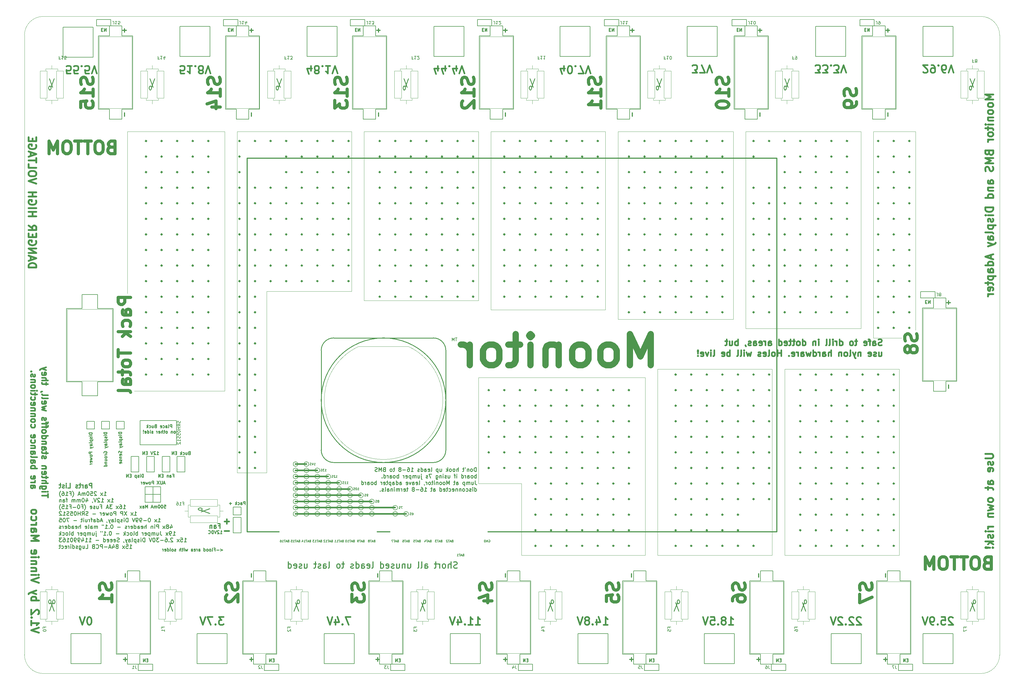
<source format=gbr>
%TF.GenerationSoftware,KiCad,Pcbnew,(5.1.2)-2*%
%TF.CreationDate,2019-08-12T21:21:20-05:00*%
%TF.ProjectId,bms,626d732e-6b69-4636-9164-5f7063625858,rev?*%
%TF.SameCoordinates,Original*%
%TF.FileFunction,Legend,Bot*%
%TF.FilePolarity,Positive*%
%FSLAX46Y46*%
G04 Gerber Fmt 4.6, Leading zero omitted, Abs format (unit mm)*
G04 Created by KiCad (PCBNEW (5.1.2)-2) date 2019-08-12 21:21:20*
%MOMM*%
%LPD*%
G04 APERTURE LIST*
%ADD10C,0.250000*%
%ADD11C,0.120000*%
%ADD12C,0.500000*%
%ADD13C,1.000000*%
%ADD14C,0.150000*%
%ADD15C,0.600000*%
%ADD16C,0.350000*%
%ADD17C,0.375000*%
%ADD18C,0.050000*%
%ADD19C,0.300000*%
%ADD20C,0.175000*%
%ADD21C,2.000000*%
G04 APERTURE END LIST*
D10*
X89495833Y-172815476D02*
X90210119Y-172815476D01*
X89852976Y-172815476D02*
X89852976Y-171565476D01*
X89972023Y-171744047D01*
X90091071Y-171863095D01*
X90210119Y-171922619D01*
X89079166Y-172815476D02*
X88424404Y-171982142D01*
X89079166Y-171982142D02*
X88424404Y-172815476D01*
X87055357Y-171684523D02*
X86995833Y-171625000D01*
X86876785Y-171565476D01*
X86579166Y-171565476D01*
X86460119Y-171625000D01*
X86400595Y-171684523D01*
X86341071Y-171803571D01*
X86341071Y-171922619D01*
X86400595Y-172101190D01*
X87114880Y-172815476D01*
X86341071Y-172815476D01*
X85210119Y-171565476D02*
X85805357Y-171565476D01*
X85864880Y-172160714D01*
X85805357Y-172101190D01*
X85686309Y-172041666D01*
X85388690Y-172041666D01*
X85269642Y-172101190D01*
X85210119Y-172160714D01*
X85150595Y-172279761D01*
X85150595Y-172577380D01*
X85210119Y-172696428D01*
X85269642Y-172755952D01*
X85388690Y-172815476D01*
X85686309Y-172815476D01*
X85805357Y-172755952D01*
X85864880Y-172696428D01*
X84376785Y-171565476D02*
X84257738Y-171565476D01*
X84138690Y-171625000D01*
X84079166Y-171684523D01*
X84019642Y-171803571D01*
X83960119Y-172041666D01*
X83960119Y-172339285D01*
X84019642Y-172577380D01*
X84079166Y-172696428D01*
X84138690Y-172755952D01*
X84257738Y-172815476D01*
X84376785Y-172815476D01*
X84495833Y-172755952D01*
X84555357Y-172696428D01*
X84614880Y-172577380D01*
X84674404Y-172339285D01*
X84674404Y-172041666D01*
X84614880Y-171803571D01*
X84555357Y-171684523D01*
X84495833Y-171625000D01*
X84376785Y-171565476D01*
X83424404Y-172815476D02*
X83424404Y-171982142D01*
X83424404Y-172101190D02*
X83364880Y-172041666D01*
X83245833Y-171982142D01*
X83067261Y-171982142D01*
X82948214Y-172041666D01*
X82888690Y-172160714D01*
X82888690Y-172815476D01*
X82888690Y-172160714D02*
X82829166Y-172041666D01*
X82710119Y-171982142D01*
X82531547Y-171982142D01*
X82412500Y-172041666D01*
X82352976Y-172160714D01*
X82352976Y-172815476D01*
X81817261Y-172458333D02*
X81222023Y-172458333D01*
X81936309Y-172815476D02*
X81519642Y-171565476D01*
X81102976Y-172815476D01*
X79376785Y-173291666D02*
X79436309Y-173232142D01*
X79555357Y-173053571D01*
X79614880Y-172934523D01*
X79674404Y-172755952D01*
X79733928Y-172458333D01*
X79733928Y-172220238D01*
X79674404Y-171922619D01*
X79614880Y-171744047D01*
X79555357Y-171625000D01*
X79436309Y-171446428D01*
X79376785Y-171386904D01*
X78483928Y-172160714D02*
X78900595Y-172160714D01*
X78900595Y-172815476D02*
X78900595Y-171565476D01*
X78305357Y-171565476D01*
X77174404Y-172815476D02*
X77888690Y-172815476D01*
X77531547Y-172815476D02*
X77531547Y-171565476D01*
X77650595Y-171744047D01*
X77769642Y-171863095D01*
X77888690Y-171922619D01*
X76102976Y-171565476D02*
X76341071Y-171565476D01*
X76460119Y-171625000D01*
X76519642Y-171684523D01*
X76638690Y-171863095D01*
X76698214Y-172101190D01*
X76698214Y-172577380D01*
X76638690Y-172696428D01*
X76579166Y-172755952D01*
X76460119Y-172815476D01*
X76222023Y-172815476D01*
X76102976Y-172755952D01*
X76043452Y-172696428D01*
X75983928Y-172577380D01*
X75983928Y-172279761D01*
X76043452Y-172160714D01*
X76102976Y-172101190D01*
X76222023Y-172041666D01*
X76460119Y-172041666D01*
X76579166Y-172101190D01*
X76638690Y-172160714D01*
X76698214Y-172279761D01*
X75567261Y-173291666D02*
X75507738Y-173232142D01*
X75388690Y-173053571D01*
X75329166Y-172934523D01*
X75269642Y-172755952D01*
X75210119Y-172458333D01*
X75210119Y-172220238D01*
X75269642Y-171922619D01*
X75329166Y-171744047D01*
X75388690Y-171625000D01*
X75507738Y-171446428D01*
X75567261Y-171386904D01*
X91757738Y-174940476D02*
X92472023Y-174940476D01*
X92114880Y-174940476D02*
X92114880Y-173690476D01*
X92233928Y-173869047D01*
X92352976Y-173988095D01*
X92472023Y-174047619D01*
X91341071Y-174940476D02*
X90686309Y-174107142D01*
X91341071Y-174107142D02*
X90686309Y-174940476D01*
X88602976Y-174940476D02*
X89317261Y-174940476D01*
X88960119Y-174940476D02*
X88960119Y-173690476D01*
X89079166Y-173869047D01*
X89198214Y-173988095D01*
X89317261Y-174047619D01*
X88126785Y-173809523D02*
X88067261Y-173750000D01*
X87948214Y-173690476D01*
X87650595Y-173690476D01*
X87531547Y-173750000D01*
X87472023Y-173809523D01*
X87412500Y-173928571D01*
X87412500Y-174047619D01*
X87472023Y-174226190D01*
X88186309Y-174940476D01*
X87412500Y-174940476D01*
X87055357Y-173690476D02*
X86638690Y-174940476D01*
X86222023Y-173690476D01*
X85745833Y-174880952D02*
X85745833Y-174940476D01*
X85805357Y-175059523D01*
X85864880Y-175119047D01*
X83722023Y-174107142D02*
X83722023Y-174940476D01*
X84019642Y-173630952D02*
X84317261Y-174523809D01*
X83543452Y-174523809D01*
X82829166Y-173690476D02*
X82710119Y-173690476D01*
X82591071Y-173750000D01*
X82531547Y-173809523D01*
X82472023Y-173928571D01*
X82412500Y-174166666D01*
X82412500Y-174464285D01*
X82472023Y-174702380D01*
X82531547Y-174821428D01*
X82591071Y-174880952D01*
X82710119Y-174940476D01*
X82829166Y-174940476D01*
X82948214Y-174880952D01*
X83007738Y-174821428D01*
X83067261Y-174702380D01*
X83126785Y-174464285D01*
X83126785Y-174166666D01*
X83067261Y-173928571D01*
X83007738Y-173809523D01*
X82948214Y-173750000D01*
X82829166Y-173690476D01*
X81876785Y-174940476D02*
X81876785Y-174107142D01*
X81876785Y-174226190D02*
X81817261Y-174166666D01*
X81698214Y-174107142D01*
X81519642Y-174107142D01*
X81400595Y-174166666D01*
X81341071Y-174285714D01*
X81341071Y-174940476D01*
X81341071Y-174285714D02*
X81281547Y-174166666D01*
X81162500Y-174107142D01*
X80983928Y-174107142D01*
X80864880Y-174166666D01*
X80805357Y-174285714D01*
X80805357Y-174940476D01*
X80210119Y-174940476D02*
X80210119Y-174107142D01*
X80210119Y-174226190D02*
X80150595Y-174166666D01*
X80031547Y-174107142D01*
X79852976Y-174107142D01*
X79733928Y-174166666D01*
X79674404Y-174285714D01*
X79674404Y-174940476D01*
X79674404Y-174285714D02*
X79614880Y-174166666D01*
X79495833Y-174107142D01*
X79317261Y-174107142D01*
X79198214Y-174166666D01*
X79138690Y-174285714D01*
X79138690Y-174940476D01*
X77769642Y-174107142D02*
X77293452Y-174107142D01*
X77591071Y-174940476D02*
X77591071Y-173869047D01*
X77531547Y-173750000D01*
X77412500Y-173690476D01*
X77293452Y-173690476D01*
X76341071Y-174940476D02*
X76341071Y-174285714D01*
X76400595Y-174166666D01*
X76519642Y-174107142D01*
X76757738Y-174107142D01*
X76876785Y-174166666D01*
X76341071Y-174880952D02*
X76460119Y-174940476D01*
X76757738Y-174940476D01*
X76876785Y-174880952D01*
X76936309Y-174761904D01*
X76936309Y-174642857D01*
X76876785Y-174523809D01*
X76757738Y-174464285D01*
X76460119Y-174464285D01*
X76341071Y-174404761D01*
X75745833Y-174107142D02*
X75745833Y-174940476D01*
X75745833Y-174226190D02*
X75686309Y-174166666D01*
X75567261Y-174107142D01*
X75388690Y-174107142D01*
X75269642Y-174166666D01*
X75210119Y-174285714D01*
X75210119Y-174940476D01*
X95686309Y-177065476D02*
X96400595Y-177065476D01*
X96043452Y-177065476D02*
X96043452Y-175815476D01*
X96162500Y-175994047D01*
X96281547Y-176113095D01*
X96400595Y-176172619D01*
X94614880Y-175815476D02*
X94852976Y-175815476D01*
X94972023Y-175875000D01*
X95031547Y-175934523D01*
X95150595Y-176113095D01*
X95210119Y-176351190D01*
X95210119Y-176827380D01*
X95150595Y-176946428D01*
X95091071Y-177005952D01*
X94972023Y-177065476D01*
X94733928Y-177065476D01*
X94614880Y-177005952D01*
X94555357Y-176946428D01*
X94495833Y-176827380D01*
X94495833Y-176529761D01*
X94555357Y-176410714D01*
X94614880Y-176351190D01*
X94733928Y-176291666D01*
X94972023Y-176291666D01*
X95091071Y-176351190D01*
X95150595Y-176410714D01*
X95210119Y-176529761D01*
X94079166Y-177065476D02*
X93424404Y-176232142D01*
X94079166Y-176232142D02*
X93424404Y-177065476D01*
X92114880Y-175815476D02*
X91341071Y-175815476D01*
X91757738Y-176291666D01*
X91579166Y-176291666D01*
X91460119Y-176351190D01*
X91400595Y-176410714D01*
X91341071Y-176529761D01*
X91341071Y-176827380D01*
X91400595Y-176946428D01*
X91460119Y-177005952D01*
X91579166Y-177065476D01*
X91936309Y-177065476D01*
X92055357Y-177005952D01*
X92114880Y-176946428D01*
X90864880Y-176708333D02*
X90269642Y-176708333D01*
X90983928Y-177065476D02*
X90567261Y-175815476D01*
X90150595Y-177065476D01*
X88364880Y-176410714D02*
X88781547Y-176410714D01*
X88781547Y-177065476D02*
X88781547Y-175815476D01*
X88186309Y-175815476D01*
X87174404Y-176232142D02*
X87174404Y-177065476D01*
X87710119Y-176232142D02*
X87710119Y-176886904D01*
X87650595Y-177005952D01*
X87531547Y-177065476D01*
X87352976Y-177065476D01*
X87233928Y-177005952D01*
X87174404Y-176946428D01*
X86638690Y-177005952D02*
X86519642Y-177065476D01*
X86281547Y-177065476D01*
X86162500Y-177005952D01*
X86102976Y-176886904D01*
X86102976Y-176827380D01*
X86162500Y-176708333D01*
X86281547Y-176648809D01*
X86460119Y-176648809D01*
X86579166Y-176589285D01*
X86638690Y-176470238D01*
X86638690Y-176410714D01*
X86579166Y-176291666D01*
X86460119Y-176232142D01*
X86281547Y-176232142D01*
X86162500Y-176291666D01*
X85091071Y-177005952D02*
X85210119Y-177065476D01*
X85448214Y-177065476D01*
X85567261Y-177005952D01*
X85626785Y-176886904D01*
X85626785Y-176410714D01*
X85567261Y-176291666D01*
X85448214Y-176232142D01*
X85210119Y-176232142D01*
X85091071Y-176291666D01*
X85031547Y-176410714D01*
X85031547Y-176529761D01*
X85626785Y-176648809D01*
X83186309Y-177541666D02*
X83245833Y-177482142D01*
X83364880Y-177303571D01*
X83424404Y-177184523D01*
X83483928Y-177005952D01*
X83543452Y-176708333D01*
X83543452Y-176470238D01*
X83483928Y-176172619D01*
X83424404Y-175994047D01*
X83364880Y-175875000D01*
X83245833Y-175696428D01*
X83186309Y-175636904D01*
X82293452Y-176410714D02*
X82710119Y-176410714D01*
X82710119Y-177065476D02*
X82710119Y-175815476D01*
X82114880Y-175815476D01*
X81400595Y-175815476D02*
X81281547Y-175815476D01*
X81162500Y-175875000D01*
X81102976Y-175934523D01*
X81043452Y-176053571D01*
X80983928Y-176291666D01*
X80983928Y-176589285D01*
X81043452Y-176827380D01*
X81102976Y-176946428D01*
X81162500Y-177005952D01*
X81281547Y-177065476D01*
X81400595Y-177065476D01*
X81519642Y-177005952D01*
X81579166Y-176946428D01*
X81638690Y-176827380D01*
X81698214Y-176589285D01*
X81698214Y-176291666D01*
X81638690Y-176053571D01*
X81579166Y-175934523D01*
X81519642Y-175875000D01*
X81400595Y-175815476D01*
X80448214Y-176589285D02*
X79495833Y-176589285D01*
X78483928Y-176410714D02*
X78900595Y-176410714D01*
X78900595Y-177065476D02*
X78900595Y-175815476D01*
X78305357Y-175815476D01*
X77174404Y-177065476D02*
X77888690Y-177065476D01*
X77531547Y-177065476D02*
X77531547Y-175815476D01*
X77650595Y-175994047D01*
X77769642Y-176113095D01*
X77888690Y-176172619D01*
X76043452Y-175815476D02*
X76638690Y-175815476D01*
X76698214Y-176410714D01*
X76638690Y-176351190D01*
X76519642Y-176291666D01*
X76222023Y-176291666D01*
X76102976Y-176351190D01*
X76043452Y-176410714D01*
X75983928Y-176529761D01*
X75983928Y-176827380D01*
X76043452Y-176946428D01*
X76102976Y-177005952D01*
X76222023Y-177065476D01*
X76519642Y-177065476D01*
X76638690Y-177005952D01*
X76698214Y-176946428D01*
X75567261Y-177541666D02*
X75507738Y-177482142D01*
X75388690Y-177303571D01*
X75329166Y-177184523D01*
X75269642Y-177005952D01*
X75210119Y-176708333D01*
X75210119Y-176470238D01*
X75269642Y-176172619D01*
X75329166Y-175994047D01*
X75388690Y-175875000D01*
X75507738Y-175696428D01*
X75567261Y-175636904D01*
X99198214Y-179190476D02*
X99912500Y-179190476D01*
X99555357Y-179190476D02*
X99555357Y-177940476D01*
X99674404Y-178119047D01*
X99793452Y-178238095D01*
X99912500Y-178297619D01*
X98781547Y-179190476D02*
X98126785Y-178357142D01*
X98781547Y-178357142D02*
X98126785Y-179190476D01*
X96817261Y-177940476D02*
X95983928Y-179190476D01*
X95983928Y-177940476D02*
X96817261Y-179190476D01*
X95507738Y-179190476D02*
X95507738Y-177940476D01*
X95031547Y-177940476D01*
X94912500Y-178000000D01*
X94852976Y-178059523D01*
X94793452Y-178178571D01*
X94793452Y-178357142D01*
X94852976Y-178476190D01*
X94912500Y-178535714D01*
X95031547Y-178595238D01*
X95507738Y-178595238D01*
X93305357Y-179190476D02*
X93305357Y-177940476D01*
X92829166Y-177940476D01*
X92710119Y-178000000D01*
X92650595Y-178059523D01*
X92591071Y-178178571D01*
X92591071Y-178357142D01*
X92650595Y-178476190D01*
X92710119Y-178535714D01*
X92829166Y-178595238D01*
X93305357Y-178595238D01*
X91876785Y-179190476D02*
X91995833Y-179130952D01*
X92055357Y-179071428D01*
X92114880Y-178952380D01*
X92114880Y-178595238D01*
X92055357Y-178476190D01*
X91995833Y-178416666D01*
X91876785Y-178357142D01*
X91698214Y-178357142D01*
X91579166Y-178416666D01*
X91519642Y-178476190D01*
X91460119Y-178595238D01*
X91460119Y-178952380D01*
X91519642Y-179071428D01*
X91579166Y-179130952D01*
X91698214Y-179190476D01*
X91876785Y-179190476D01*
X91043452Y-178357142D02*
X90805357Y-179190476D01*
X90567261Y-178595238D01*
X90329166Y-179190476D01*
X90091071Y-178357142D01*
X89138690Y-179130952D02*
X89257738Y-179190476D01*
X89495833Y-179190476D01*
X89614880Y-179130952D01*
X89674404Y-179011904D01*
X89674404Y-178535714D01*
X89614880Y-178416666D01*
X89495833Y-178357142D01*
X89257738Y-178357142D01*
X89138690Y-178416666D01*
X89079166Y-178535714D01*
X89079166Y-178654761D01*
X89674404Y-178773809D01*
X88543452Y-179190476D02*
X88543452Y-178357142D01*
X88543452Y-178595238D02*
X88483928Y-178476190D01*
X88424404Y-178416666D01*
X88305357Y-178357142D01*
X88186309Y-178357142D01*
X86817261Y-178714285D02*
X85864880Y-178714285D01*
X84376785Y-179130952D02*
X84198214Y-179190476D01*
X83900595Y-179190476D01*
X83781547Y-179130952D01*
X83722023Y-179071428D01*
X83662500Y-178952380D01*
X83662500Y-178833333D01*
X83722023Y-178714285D01*
X83781547Y-178654761D01*
X83900595Y-178595238D01*
X84138690Y-178535714D01*
X84257738Y-178476190D01*
X84317261Y-178416666D01*
X84376785Y-178297619D01*
X84376785Y-178178571D01*
X84317261Y-178059523D01*
X84257738Y-178000000D01*
X84138690Y-177940476D01*
X83841071Y-177940476D01*
X83662500Y-178000000D01*
X82412500Y-179190476D02*
X82829166Y-178595238D01*
X83126785Y-179190476D02*
X83126785Y-177940476D01*
X82650595Y-177940476D01*
X82531547Y-178000000D01*
X82472023Y-178059523D01*
X82412500Y-178178571D01*
X82412500Y-178357142D01*
X82472023Y-178476190D01*
X82531547Y-178535714D01*
X82650595Y-178595238D01*
X83126785Y-178595238D01*
X81876785Y-179190476D02*
X81876785Y-177940476D01*
X81876785Y-178535714D02*
X81162500Y-178535714D01*
X81162500Y-179190476D02*
X81162500Y-177940476D01*
X80329166Y-177940476D02*
X80210119Y-177940476D01*
X80091071Y-178000000D01*
X80031547Y-178059523D01*
X79972023Y-178178571D01*
X79912500Y-178416666D01*
X79912500Y-178714285D01*
X79972023Y-178952380D01*
X80031547Y-179071428D01*
X80091071Y-179130952D01*
X80210119Y-179190476D01*
X80329166Y-179190476D01*
X80448214Y-179130952D01*
X80507738Y-179071428D01*
X80567261Y-178952380D01*
X80626785Y-178714285D01*
X80626785Y-178416666D01*
X80567261Y-178178571D01*
X80507738Y-178059523D01*
X80448214Y-178000000D01*
X80329166Y-177940476D01*
X78781547Y-177940476D02*
X79376785Y-177940476D01*
X79436309Y-178535714D01*
X79376785Y-178476190D01*
X79257738Y-178416666D01*
X78960119Y-178416666D01*
X78841071Y-178476190D01*
X78781547Y-178535714D01*
X78722023Y-178654761D01*
X78722023Y-178952380D01*
X78781547Y-179071428D01*
X78841071Y-179130952D01*
X78960119Y-179190476D01*
X79257738Y-179190476D01*
X79376785Y-179130952D01*
X79436309Y-179071428D01*
X78245833Y-179130952D02*
X78067261Y-179190476D01*
X77769642Y-179190476D01*
X77650595Y-179130952D01*
X77591071Y-179071428D01*
X77531547Y-178952380D01*
X77531547Y-178833333D01*
X77591071Y-178714285D01*
X77650595Y-178654761D01*
X77769642Y-178595238D01*
X78007738Y-178535714D01*
X78126785Y-178476190D01*
X78186309Y-178416666D01*
X78245833Y-178297619D01*
X78245833Y-178178571D01*
X78186309Y-178059523D01*
X78126785Y-178000000D01*
X78007738Y-177940476D01*
X77710119Y-177940476D01*
X77531547Y-178000000D01*
X76341071Y-179190476D02*
X77055357Y-179190476D01*
X76698214Y-179190476D02*
X76698214Y-177940476D01*
X76817261Y-178119047D01*
X76936309Y-178238095D01*
X77055357Y-178297619D01*
X75864880Y-178059523D02*
X75805357Y-178000000D01*
X75686309Y-177940476D01*
X75388690Y-177940476D01*
X75269642Y-178000000D01*
X75210119Y-178059523D01*
X75150595Y-178178571D01*
X75150595Y-178297619D01*
X75210119Y-178476190D01*
X75924404Y-179190476D01*
X75150595Y-179190476D01*
X106817261Y-181315476D02*
X107531547Y-181315476D01*
X107174404Y-181315476D02*
X107174404Y-180065476D01*
X107293452Y-180244047D01*
X107412500Y-180363095D01*
X107531547Y-180422619D01*
X106400595Y-181315476D02*
X105745833Y-180482142D01*
X106400595Y-180482142D02*
X105745833Y-181315476D01*
X104079166Y-180065476D02*
X103960119Y-180065476D01*
X103841071Y-180125000D01*
X103781547Y-180184523D01*
X103722023Y-180303571D01*
X103662500Y-180541666D01*
X103662500Y-180839285D01*
X103722023Y-181077380D01*
X103781547Y-181196428D01*
X103841071Y-181255952D01*
X103960119Y-181315476D01*
X104079166Y-181315476D01*
X104198214Y-181255952D01*
X104257738Y-181196428D01*
X104317261Y-181077380D01*
X104376785Y-180839285D01*
X104376785Y-180541666D01*
X104317261Y-180303571D01*
X104257738Y-180184523D01*
X104198214Y-180125000D01*
X104079166Y-180065476D01*
X103126785Y-180839285D02*
X102174404Y-180839285D01*
X101519642Y-181315476D02*
X101281547Y-181315476D01*
X101162500Y-181255952D01*
X101102976Y-181196428D01*
X100983928Y-181017857D01*
X100924404Y-180779761D01*
X100924404Y-180303571D01*
X100983928Y-180184523D01*
X101043452Y-180125000D01*
X101162500Y-180065476D01*
X101400595Y-180065476D01*
X101519642Y-180125000D01*
X101579166Y-180184523D01*
X101638690Y-180303571D01*
X101638690Y-180601190D01*
X101579166Y-180720238D01*
X101519642Y-180779761D01*
X101400595Y-180839285D01*
X101162500Y-180839285D01*
X101043452Y-180779761D01*
X100983928Y-180720238D01*
X100924404Y-180601190D01*
X100329166Y-181315476D02*
X100091071Y-181315476D01*
X99972023Y-181255952D01*
X99912500Y-181196428D01*
X99793452Y-181017857D01*
X99733928Y-180779761D01*
X99733928Y-180303571D01*
X99793452Y-180184523D01*
X99852976Y-180125000D01*
X99972023Y-180065476D01*
X100210119Y-180065476D01*
X100329166Y-180125000D01*
X100388690Y-180184523D01*
X100448214Y-180303571D01*
X100448214Y-180601190D01*
X100388690Y-180720238D01*
X100329166Y-180779761D01*
X100210119Y-180839285D01*
X99972023Y-180839285D01*
X99852976Y-180779761D01*
X99793452Y-180720238D01*
X99733928Y-180601190D01*
X99376785Y-180065476D02*
X98960119Y-181315476D01*
X98543452Y-180065476D01*
X97174404Y-181315476D02*
X97174404Y-180065476D01*
X96876785Y-180065476D01*
X96698214Y-180125000D01*
X96579166Y-180244047D01*
X96519642Y-180363095D01*
X96460119Y-180601190D01*
X96460119Y-180779761D01*
X96519642Y-181017857D01*
X96579166Y-181136904D01*
X96698214Y-181255952D01*
X96876785Y-181315476D01*
X97174404Y-181315476D01*
X95924404Y-181315476D02*
X95924404Y-180482142D01*
X95924404Y-180065476D02*
X95983928Y-180125000D01*
X95924404Y-180184523D01*
X95864880Y-180125000D01*
X95924404Y-180065476D01*
X95924404Y-180184523D01*
X95388690Y-181255952D02*
X95269642Y-181315476D01*
X95031547Y-181315476D01*
X94912500Y-181255952D01*
X94852976Y-181136904D01*
X94852976Y-181077380D01*
X94912500Y-180958333D01*
X95031547Y-180898809D01*
X95210119Y-180898809D01*
X95329166Y-180839285D01*
X95388690Y-180720238D01*
X95388690Y-180660714D01*
X95329166Y-180541666D01*
X95210119Y-180482142D01*
X95031547Y-180482142D01*
X94912500Y-180541666D01*
X94317261Y-180482142D02*
X94317261Y-181732142D01*
X94317261Y-180541666D02*
X94198214Y-180482142D01*
X93960119Y-180482142D01*
X93841071Y-180541666D01*
X93781547Y-180601190D01*
X93722023Y-180720238D01*
X93722023Y-181077380D01*
X93781547Y-181196428D01*
X93841071Y-181255952D01*
X93960119Y-181315476D01*
X94198214Y-181315476D01*
X94317261Y-181255952D01*
X93007738Y-181315476D02*
X93126785Y-181255952D01*
X93186309Y-181136904D01*
X93186309Y-180065476D01*
X91995833Y-181315476D02*
X91995833Y-180660714D01*
X92055357Y-180541666D01*
X92174404Y-180482142D01*
X92412500Y-180482142D01*
X92531547Y-180541666D01*
X91995833Y-181255952D02*
X92114880Y-181315476D01*
X92412500Y-181315476D01*
X92531547Y-181255952D01*
X92591071Y-181136904D01*
X92591071Y-181017857D01*
X92531547Y-180898809D01*
X92412500Y-180839285D01*
X92114880Y-180839285D01*
X91995833Y-180779761D01*
X91519642Y-180482142D02*
X91222023Y-181315476D01*
X90924404Y-180482142D02*
X91222023Y-181315476D01*
X91341071Y-181613095D01*
X91400595Y-181672619D01*
X91519642Y-181732142D01*
X90388690Y-181255952D02*
X90388690Y-181315476D01*
X90448214Y-181434523D01*
X90507738Y-181494047D01*
X88960119Y-180958333D02*
X88364880Y-180958333D01*
X89079166Y-181315476D02*
X88662500Y-180065476D01*
X88245833Y-181315476D01*
X87293452Y-181315476D02*
X87293452Y-180065476D01*
X87293452Y-181255952D02*
X87412500Y-181315476D01*
X87650595Y-181315476D01*
X87769642Y-181255952D01*
X87829166Y-181196428D01*
X87888690Y-181077380D01*
X87888690Y-180720238D01*
X87829166Y-180601190D01*
X87769642Y-180541666D01*
X87650595Y-180482142D01*
X87412500Y-180482142D01*
X87293452Y-180541666D01*
X86162500Y-181315476D02*
X86162500Y-180660714D01*
X86222023Y-180541666D01*
X86341071Y-180482142D01*
X86579166Y-180482142D01*
X86698214Y-180541666D01*
X86162500Y-181255952D02*
X86281547Y-181315476D01*
X86579166Y-181315476D01*
X86698214Y-181255952D01*
X86757738Y-181136904D01*
X86757738Y-181017857D01*
X86698214Y-180898809D01*
X86579166Y-180839285D01*
X86281547Y-180839285D01*
X86162500Y-180779761D01*
X85745833Y-180482142D02*
X85269642Y-180482142D01*
X85567261Y-181315476D02*
X85567261Y-180244047D01*
X85507738Y-180125000D01*
X85388690Y-180065476D01*
X85269642Y-180065476D01*
X84852976Y-181315476D02*
X84852976Y-180482142D01*
X84852976Y-180720238D02*
X84793452Y-180601190D01*
X84733928Y-180541666D01*
X84614880Y-180482142D01*
X84495833Y-180482142D01*
X83543452Y-180482142D02*
X83543452Y-181315476D01*
X84079166Y-180482142D02*
X84079166Y-181136904D01*
X84019642Y-181255952D01*
X83900595Y-181315476D01*
X83722023Y-181315476D01*
X83602976Y-181255952D01*
X83543452Y-181196428D01*
X82948214Y-181315476D02*
X82948214Y-180482142D01*
X82948214Y-180065476D02*
X83007738Y-180125000D01*
X82948214Y-180184523D01*
X82888690Y-180125000D01*
X82948214Y-180065476D01*
X82948214Y-180184523D01*
X82531547Y-180482142D02*
X82055357Y-180482142D01*
X82352976Y-180065476D02*
X82352976Y-181136904D01*
X82293452Y-181255952D01*
X82174404Y-181315476D01*
X82055357Y-181315476D01*
X80686309Y-180839285D02*
X79733928Y-180839285D01*
X78305357Y-180065476D02*
X77472023Y-180065476D01*
X78007738Y-181315476D01*
X76757738Y-180065476D02*
X76638690Y-180065476D01*
X76519642Y-180125000D01*
X76460119Y-180184523D01*
X76400595Y-180303571D01*
X76341071Y-180541666D01*
X76341071Y-180839285D01*
X76400595Y-181077380D01*
X76460119Y-181196428D01*
X76519642Y-181255952D01*
X76638690Y-181315476D01*
X76757738Y-181315476D01*
X76876785Y-181255952D01*
X76936309Y-181196428D01*
X76995833Y-181077380D01*
X77055357Y-180839285D01*
X77055357Y-180541666D01*
X76995833Y-180303571D01*
X76936309Y-180184523D01*
X76876785Y-180125000D01*
X76757738Y-180065476D01*
X75210119Y-180065476D02*
X75805357Y-180065476D01*
X75864880Y-180660714D01*
X75805357Y-180601190D01*
X75686309Y-180541666D01*
X75388690Y-180541666D01*
X75269642Y-180601190D01*
X75210119Y-180660714D01*
X75150595Y-180779761D01*
X75150595Y-181077380D01*
X75210119Y-181196428D01*
X75269642Y-181255952D01*
X75388690Y-181315476D01*
X75686309Y-181315476D01*
X75805357Y-181255952D01*
X75864880Y-181196428D01*
X110805357Y-182607142D02*
X110805357Y-183440476D01*
X111102976Y-182130952D02*
X111400595Y-183023809D01*
X110626785Y-183023809D01*
X109972023Y-182726190D02*
X110091071Y-182666666D01*
X110150595Y-182607142D01*
X110210119Y-182488095D01*
X110210119Y-182428571D01*
X110150595Y-182309523D01*
X110091071Y-182250000D01*
X109972023Y-182190476D01*
X109733928Y-182190476D01*
X109614880Y-182250000D01*
X109555357Y-182309523D01*
X109495833Y-182428571D01*
X109495833Y-182488095D01*
X109555357Y-182607142D01*
X109614880Y-182666666D01*
X109733928Y-182726190D01*
X109972023Y-182726190D01*
X110091071Y-182785714D01*
X110150595Y-182845238D01*
X110210119Y-182964285D01*
X110210119Y-183202380D01*
X110150595Y-183321428D01*
X110091071Y-183380952D01*
X109972023Y-183440476D01*
X109733928Y-183440476D01*
X109614880Y-183380952D01*
X109555357Y-183321428D01*
X109495833Y-183202380D01*
X109495833Y-182964285D01*
X109555357Y-182845238D01*
X109614880Y-182785714D01*
X109733928Y-182726190D01*
X109079166Y-183440476D02*
X108424404Y-182607142D01*
X109079166Y-182607142D02*
X108424404Y-183440476D01*
X106995833Y-183440476D02*
X106995833Y-182190476D01*
X106519642Y-182190476D01*
X106400595Y-182250000D01*
X106341071Y-182309523D01*
X106281547Y-182428571D01*
X106281547Y-182607142D01*
X106341071Y-182726190D01*
X106400595Y-182785714D01*
X106519642Y-182845238D01*
X106995833Y-182845238D01*
X105745833Y-183440476D02*
X105745833Y-182607142D01*
X105745833Y-182190476D02*
X105805357Y-182250000D01*
X105745833Y-182309523D01*
X105686309Y-182250000D01*
X105745833Y-182190476D01*
X105745833Y-182309523D01*
X105150595Y-182607142D02*
X105150595Y-183440476D01*
X105150595Y-182726190D02*
X105091071Y-182666666D01*
X104972023Y-182607142D01*
X104793452Y-182607142D01*
X104674404Y-182666666D01*
X104614880Y-182785714D01*
X104614880Y-183440476D01*
X103067261Y-183440476D02*
X103067261Y-182190476D01*
X102531547Y-183440476D02*
X102531547Y-182785714D01*
X102591071Y-182666666D01*
X102710119Y-182607142D01*
X102888690Y-182607142D01*
X103007738Y-182666666D01*
X103067261Y-182726190D01*
X101460119Y-183380952D02*
X101579166Y-183440476D01*
X101817261Y-183440476D01*
X101936309Y-183380952D01*
X101995833Y-183261904D01*
X101995833Y-182785714D01*
X101936309Y-182666666D01*
X101817261Y-182607142D01*
X101579166Y-182607142D01*
X101460119Y-182666666D01*
X101400595Y-182785714D01*
X101400595Y-182904761D01*
X101995833Y-183023809D01*
X100329166Y-183440476D02*
X100329166Y-182785714D01*
X100388690Y-182666666D01*
X100507738Y-182607142D01*
X100745833Y-182607142D01*
X100864880Y-182666666D01*
X100329166Y-183380952D02*
X100448214Y-183440476D01*
X100745833Y-183440476D01*
X100864880Y-183380952D01*
X100924404Y-183261904D01*
X100924404Y-183142857D01*
X100864880Y-183023809D01*
X100745833Y-182964285D01*
X100448214Y-182964285D01*
X100329166Y-182904761D01*
X99198214Y-183440476D02*
X99198214Y-182190476D01*
X99198214Y-183380952D02*
X99317261Y-183440476D01*
X99555357Y-183440476D01*
X99674404Y-183380952D01*
X99733928Y-183321428D01*
X99793452Y-183202380D01*
X99793452Y-182845238D01*
X99733928Y-182726190D01*
X99674404Y-182666666D01*
X99555357Y-182607142D01*
X99317261Y-182607142D01*
X99198214Y-182666666D01*
X98126785Y-183380952D02*
X98245833Y-183440476D01*
X98483928Y-183440476D01*
X98602976Y-183380952D01*
X98662500Y-183261904D01*
X98662500Y-182785714D01*
X98602976Y-182666666D01*
X98483928Y-182607142D01*
X98245833Y-182607142D01*
X98126785Y-182666666D01*
X98067261Y-182785714D01*
X98067261Y-182904761D01*
X98662500Y-183023809D01*
X97531547Y-183440476D02*
X97531547Y-182607142D01*
X97531547Y-182845238D02*
X97472023Y-182726190D01*
X97412500Y-182666666D01*
X97293452Y-182607142D01*
X97174404Y-182607142D01*
X96817261Y-183380952D02*
X96698214Y-183440476D01*
X96460119Y-183440476D01*
X96341071Y-183380952D01*
X96281547Y-183261904D01*
X96281547Y-183202380D01*
X96341071Y-183083333D01*
X96460119Y-183023809D01*
X96638690Y-183023809D01*
X96757738Y-182964285D01*
X96817261Y-182845238D01*
X96817261Y-182785714D01*
X96757738Y-182666666D01*
X96638690Y-182607142D01*
X96460119Y-182607142D01*
X96341071Y-182666666D01*
X94793452Y-182964285D02*
X93841071Y-182964285D01*
X92055357Y-182190476D02*
X91936309Y-182190476D01*
X91817261Y-182250000D01*
X91757738Y-182309523D01*
X91698214Y-182428571D01*
X91638690Y-182666666D01*
X91638690Y-182964285D01*
X91698214Y-183202380D01*
X91757738Y-183321428D01*
X91817261Y-183380952D01*
X91936309Y-183440476D01*
X92055357Y-183440476D01*
X92174404Y-183380952D01*
X92233928Y-183321428D01*
X92293452Y-183202380D01*
X92352976Y-182964285D01*
X92352976Y-182666666D01*
X92293452Y-182428571D01*
X92233928Y-182309523D01*
X92174404Y-182250000D01*
X92055357Y-182190476D01*
X91102976Y-183321428D02*
X91043452Y-183380952D01*
X91102976Y-183440476D01*
X91162500Y-183380952D01*
X91102976Y-183321428D01*
X91102976Y-183440476D01*
X89852976Y-183440476D02*
X90567261Y-183440476D01*
X90210119Y-183440476D02*
X90210119Y-182190476D01*
X90329166Y-182369047D01*
X90448214Y-182488095D01*
X90567261Y-182547619D01*
X89376785Y-182190476D02*
X89376785Y-182428571D01*
X88900595Y-182190476D02*
X88900595Y-182428571D01*
X87412500Y-183440476D02*
X87412500Y-182607142D01*
X87412500Y-182726190D02*
X87352976Y-182666666D01*
X87233928Y-182607142D01*
X87055357Y-182607142D01*
X86936309Y-182666666D01*
X86876785Y-182785714D01*
X86876785Y-183440476D01*
X86876785Y-182785714D02*
X86817261Y-182666666D01*
X86698214Y-182607142D01*
X86519642Y-182607142D01*
X86400595Y-182666666D01*
X86341071Y-182785714D01*
X86341071Y-183440476D01*
X85210119Y-183440476D02*
X85210119Y-182785714D01*
X85269642Y-182666666D01*
X85388690Y-182607142D01*
X85626785Y-182607142D01*
X85745833Y-182666666D01*
X85210119Y-183380952D02*
X85329166Y-183440476D01*
X85626785Y-183440476D01*
X85745833Y-183380952D01*
X85805357Y-183261904D01*
X85805357Y-183142857D01*
X85745833Y-183023809D01*
X85626785Y-182964285D01*
X85329166Y-182964285D01*
X85210119Y-182904761D01*
X84436309Y-183440476D02*
X84555357Y-183380952D01*
X84614880Y-183261904D01*
X84614880Y-182190476D01*
X83483928Y-183380952D02*
X83602976Y-183440476D01*
X83841071Y-183440476D01*
X83960119Y-183380952D01*
X84019642Y-183261904D01*
X84019642Y-182785714D01*
X83960119Y-182666666D01*
X83841071Y-182607142D01*
X83602976Y-182607142D01*
X83483928Y-182666666D01*
X83424404Y-182785714D01*
X83424404Y-182904761D01*
X84019642Y-183023809D01*
X81936309Y-183440476D02*
X81936309Y-182190476D01*
X81400595Y-183440476D02*
X81400595Y-182785714D01*
X81460119Y-182666666D01*
X81579166Y-182607142D01*
X81757738Y-182607142D01*
X81876785Y-182666666D01*
X81936309Y-182726190D01*
X80329166Y-183380952D02*
X80448214Y-183440476D01*
X80686309Y-183440476D01*
X80805357Y-183380952D01*
X80864880Y-183261904D01*
X80864880Y-182785714D01*
X80805357Y-182666666D01*
X80686309Y-182607142D01*
X80448214Y-182607142D01*
X80329166Y-182666666D01*
X80269642Y-182785714D01*
X80269642Y-182904761D01*
X80864880Y-183023809D01*
X79198214Y-183440476D02*
X79198214Y-182785714D01*
X79257738Y-182666666D01*
X79376785Y-182607142D01*
X79614880Y-182607142D01*
X79733928Y-182666666D01*
X79198214Y-183380952D02*
X79317261Y-183440476D01*
X79614880Y-183440476D01*
X79733928Y-183380952D01*
X79793452Y-183261904D01*
X79793452Y-183142857D01*
X79733928Y-183023809D01*
X79614880Y-182964285D01*
X79317261Y-182964285D01*
X79198214Y-182904761D01*
X78067261Y-183440476D02*
X78067261Y-182190476D01*
X78067261Y-183380952D02*
X78186309Y-183440476D01*
X78424404Y-183440476D01*
X78543452Y-183380952D01*
X78602976Y-183321428D01*
X78662500Y-183202380D01*
X78662500Y-182845238D01*
X78602976Y-182726190D01*
X78543452Y-182666666D01*
X78424404Y-182607142D01*
X78186309Y-182607142D01*
X78067261Y-182666666D01*
X76995833Y-183380952D02*
X77114880Y-183440476D01*
X77352976Y-183440476D01*
X77472023Y-183380952D01*
X77531547Y-183261904D01*
X77531547Y-182785714D01*
X77472023Y-182666666D01*
X77352976Y-182607142D01*
X77114880Y-182607142D01*
X76995833Y-182666666D01*
X76936309Y-182785714D01*
X76936309Y-182904761D01*
X77531547Y-183023809D01*
X76400595Y-183440476D02*
X76400595Y-182607142D01*
X76400595Y-182845238D02*
X76341071Y-182726190D01*
X76281547Y-182666666D01*
X76162500Y-182607142D01*
X76043452Y-182607142D01*
X75686309Y-183380952D02*
X75567261Y-183440476D01*
X75329166Y-183440476D01*
X75210119Y-183380952D01*
X75150595Y-183261904D01*
X75150595Y-183202380D01*
X75210119Y-183083333D01*
X75329166Y-183023809D01*
X75507738Y-183023809D01*
X75626785Y-182964285D01*
X75686309Y-182845238D01*
X75686309Y-182785714D01*
X75626785Y-182666666D01*
X75507738Y-182607142D01*
X75329166Y-182607142D01*
X75210119Y-182666666D01*
X111638690Y-185565476D02*
X112352976Y-185565476D01*
X111995833Y-185565476D02*
X111995833Y-184315476D01*
X112114880Y-184494047D01*
X112233928Y-184613095D01*
X112352976Y-184672619D01*
X111043452Y-185565476D02*
X110805357Y-185565476D01*
X110686309Y-185505952D01*
X110626785Y-185446428D01*
X110507738Y-185267857D01*
X110448214Y-185029761D01*
X110448214Y-184553571D01*
X110507738Y-184434523D01*
X110567261Y-184375000D01*
X110686309Y-184315476D01*
X110924404Y-184315476D01*
X111043452Y-184375000D01*
X111102976Y-184434523D01*
X111162500Y-184553571D01*
X111162500Y-184851190D01*
X111102976Y-184970238D01*
X111043452Y-185029761D01*
X110924404Y-185089285D01*
X110686309Y-185089285D01*
X110567261Y-185029761D01*
X110507738Y-184970238D01*
X110448214Y-184851190D01*
X110031547Y-185565476D02*
X109376785Y-184732142D01*
X110031547Y-184732142D02*
X109376785Y-185565476D01*
X107591071Y-184315476D02*
X107591071Y-185208333D01*
X107650595Y-185386904D01*
X107769642Y-185505952D01*
X107948214Y-185565476D01*
X108067261Y-185565476D01*
X106460119Y-184732142D02*
X106460119Y-185565476D01*
X106995833Y-184732142D02*
X106995833Y-185386904D01*
X106936309Y-185505952D01*
X106817261Y-185565476D01*
X106638690Y-185565476D01*
X106519642Y-185505952D01*
X106460119Y-185446428D01*
X105864880Y-185565476D02*
X105864880Y-184732142D01*
X105864880Y-184851190D02*
X105805357Y-184791666D01*
X105686309Y-184732142D01*
X105507738Y-184732142D01*
X105388690Y-184791666D01*
X105329166Y-184910714D01*
X105329166Y-185565476D01*
X105329166Y-184910714D02*
X105269642Y-184791666D01*
X105150595Y-184732142D01*
X104972023Y-184732142D01*
X104852976Y-184791666D01*
X104793452Y-184910714D01*
X104793452Y-185565476D01*
X104198214Y-184732142D02*
X104198214Y-185982142D01*
X104198214Y-184791666D02*
X104079166Y-184732142D01*
X103841071Y-184732142D01*
X103722023Y-184791666D01*
X103662500Y-184851190D01*
X103602976Y-184970238D01*
X103602976Y-185327380D01*
X103662500Y-185446428D01*
X103722023Y-185505952D01*
X103841071Y-185565476D01*
X104079166Y-185565476D01*
X104198214Y-185505952D01*
X102591071Y-185505952D02*
X102710119Y-185565476D01*
X102948214Y-185565476D01*
X103067261Y-185505952D01*
X103126785Y-185386904D01*
X103126785Y-184910714D01*
X103067261Y-184791666D01*
X102948214Y-184732142D01*
X102710119Y-184732142D01*
X102591071Y-184791666D01*
X102531547Y-184910714D01*
X102531547Y-185029761D01*
X103126785Y-185148809D01*
X101995833Y-185565476D02*
X101995833Y-184732142D01*
X101995833Y-184970238D02*
X101936309Y-184851190D01*
X101876785Y-184791666D01*
X101757738Y-184732142D01*
X101638690Y-184732142D01*
X100269642Y-185565476D02*
X100269642Y-184315476D01*
X100269642Y-184791666D02*
X100150595Y-184732142D01*
X99912500Y-184732142D01*
X99793452Y-184791666D01*
X99733928Y-184851190D01*
X99674404Y-184970238D01*
X99674404Y-185327380D01*
X99733928Y-185446428D01*
X99793452Y-185505952D01*
X99912500Y-185565476D01*
X100150595Y-185565476D01*
X100269642Y-185505952D01*
X98960119Y-185565476D02*
X99079166Y-185505952D01*
X99138690Y-185386904D01*
X99138690Y-184315476D01*
X98305357Y-185565476D02*
X98424404Y-185505952D01*
X98483928Y-185446428D01*
X98543452Y-185327380D01*
X98543452Y-184970238D01*
X98483928Y-184851190D01*
X98424404Y-184791666D01*
X98305357Y-184732142D01*
X98126785Y-184732142D01*
X98007738Y-184791666D01*
X97948214Y-184851190D01*
X97888690Y-184970238D01*
X97888690Y-185327380D01*
X97948214Y-185446428D01*
X98007738Y-185505952D01*
X98126785Y-185565476D01*
X98305357Y-185565476D01*
X96817261Y-185505952D02*
X96936309Y-185565476D01*
X97174404Y-185565476D01*
X97293452Y-185505952D01*
X97352976Y-185446428D01*
X97412500Y-185327380D01*
X97412500Y-184970238D01*
X97352976Y-184851190D01*
X97293452Y-184791666D01*
X97174404Y-184732142D01*
X96936309Y-184732142D01*
X96817261Y-184791666D01*
X96281547Y-185565476D02*
X96281547Y-184315476D01*
X96162500Y-185089285D02*
X95805357Y-185565476D01*
X95805357Y-184732142D02*
X96281547Y-185208333D01*
X94317261Y-185089285D02*
X93364880Y-185089285D01*
X91579166Y-184315476D02*
X91460119Y-184315476D01*
X91341071Y-184375000D01*
X91281547Y-184434523D01*
X91222023Y-184553571D01*
X91162500Y-184791666D01*
X91162500Y-185089285D01*
X91222023Y-185327380D01*
X91281547Y-185446428D01*
X91341071Y-185505952D01*
X91460119Y-185565476D01*
X91579166Y-185565476D01*
X91698214Y-185505952D01*
X91757738Y-185446428D01*
X91817261Y-185327380D01*
X91876785Y-185089285D01*
X91876785Y-184791666D01*
X91817261Y-184553571D01*
X91757738Y-184434523D01*
X91698214Y-184375000D01*
X91579166Y-184315476D01*
X90626785Y-185446428D02*
X90567261Y-185505952D01*
X90626785Y-185565476D01*
X90686309Y-185505952D01*
X90626785Y-185446428D01*
X90626785Y-185565476D01*
X89376785Y-185565476D02*
X90091071Y-185565476D01*
X89733928Y-185565476D02*
X89733928Y-184315476D01*
X89852976Y-184494047D01*
X89972023Y-184613095D01*
X90091071Y-184672619D01*
X88900595Y-184315476D02*
X88900595Y-184553571D01*
X88424404Y-184315476D02*
X88424404Y-184553571D01*
X86936309Y-184732142D02*
X86936309Y-185803571D01*
X86995833Y-185922619D01*
X87114880Y-185982142D01*
X87174404Y-185982142D01*
X86936309Y-184315476D02*
X86995833Y-184375000D01*
X86936309Y-184434523D01*
X86876785Y-184375000D01*
X86936309Y-184315476D01*
X86936309Y-184434523D01*
X85805357Y-184732142D02*
X85805357Y-185565476D01*
X86341071Y-184732142D02*
X86341071Y-185386904D01*
X86281547Y-185505952D01*
X86162500Y-185565476D01*
X85983928Y-185565476D01*
X85864880Y-185505952D01*
X85805357Y-185446428D01*
X85210119Y-185565476D02*
X85210119Y-184732142D01*
X85210119Y-184851190D02*
X85150595Y-184791666D01*
X85031547Y-184732142D01*
X84852976Y-184732142D01*
X84733928Y-184791666D01*
X84674404Y-184910714D01*
X84674404Y-185565476D01*
X84674404Y-184910714D02*
X84614880Y-184791666D01*
X84495833Y-184732142D01*
X84317261Y-184732142D01*
X84198214Y-184791666D01*
X84138690Y-184910714D01*
X84138690Y-185565476D01*
X83543452Y-184732142D02*
X83543452Y-185982142D01*
X83543452Y-184791666D02*
X83424404Y-184732142D01*
X83186309Y-184732142D01*
X83067261Y-184791666D01*
X83007738Y-184851190D01*
X82948214Y-184970238D01*
X82948214Y-185327380D01*
X83007738Y-185446428D01*
X83067261Y-185505952D01*
X83186309Y-185565476D01*
X83424404Y-185565476D01*
X83543452Y-185505952D01*
X81936309Y-185505952D02*
X82055357Y-185565476D01*
X82293452Y-185565476D01*
X82412500Y-185505952D01*
X82472023Y-185386904D01*
X82472023Y-184910714D01*
X82412500Y-184791666D01*
X82293452Y-184732142D01*
X82055357Y-184732142D01*
X81936309Y-184791666D01*
X81876785Y-184910714D01*
X81876785Y-185029761D01*
X82472023Y-185148809D01*
X81341071Y-185565476D02*
X81341071Y-184732142D01*
X81341071Y-184970238D02*
X81281547Y-184851190D01*
X81222023Y-184791666D01*
X81102976Y-184732142D01*
X80983928Y-184732142D01*
X79614880Y-185565476D02*
X79614880Y-184315476D01*
X79614880Y-184791666D02*
X79495833Y-184732142D01*
X79257738Y-184732142D01*
X79138690Y-184791666D01*
X79079166Y-184851190D01*
X79019642Y-184970238D01*
X79019642Y-185327380D01*
X79079166Y-185446428D01*
X79138690Y-185505952D01*
X79257738Y-185565476D01*
X79495833Y-185565476D01*
X79614880Y-185505952D01*
X78305357Y-185565476D02*
X78424404Y-185505952D01*
X78483928Y-185386904D01*
X78483928Y-184315476D01*
X77650595Y-185565476D02*
X77769642Y-185505952D01*
X77829166Y-185446428D01*
X77888690Y-185327380D01*
X77888690Y-184970238D01*
X77829166Y-184851190D01*
X77769642Y-184791666D01*
X77650595Y-184732142D01*
X77472023Y-184732142D01*
X77352976Y-184791666D01*
X77293452Y-184851190D01*
X77233928Y-184970238D01*
X77233928Y-185327380D01*
X77293452Y-185446428D01*
X77352976Y-185505952D01*
X77472023Y-185565476D01*
X77650595Y-185565476D01*
X76162500Y-185505952D02*
X76281547Y-185565476D01*
X76519642Y-185565476D01*
X76638690Y-185505952D01*
X76698214Y-185446428D01*
X76757738Y-185327380D01*
X76757738Y-184970238D01*
X76698214Y-184851190D01*
X76638690Y-184791666D01*
X76519642Y-184732142D01*
X76281547Y-184732142D01*
X76162500Y-184791666D01*
X75626785Y-185565476D02*
X75626785Y-184315476D01*
X75507738Y-185089285D02*
X75150595Y-185565476D01*
X75150595Y-184732142D02*
X75626785Y-185208333D01*
X115210119Y-187690476D02*
X115924404Y-187690476D01*
X115567261Y-187690476D02*
X115567261Y-186440476D01*
X115686309Y-186619047D01*
X115805357Y-186738095D01*
X115924404Y-186797619D01*
X114079166Y-186440476D02*
X114674404Y-186440476D01*
X114733928Y-187035714D01*
X114674404Y-186976190D01*
X114555357Y-186916666D01*
X114257738Y-186916666D01*
X114138690Y-186976190D01*
X114079166Y-187035714D01*
X114019642Y-187154761D01*
X114019642Y-187452380D01*
X114079166Y-187571428D01*
X114138690Y-187630952D01*
X114257738Y-187690476D01*
X114555357Y-187690476D01*
X114674404Y-187630952D01*
X114733928Y-187571428D01*
X113602976Y-187690476D02*
X112948214Y-186857142D01*
X113602976Y-186857142D02*
X112948214Y-187690476D01*
X111579166Y-186559523D02*
X111519642Y-186500000D01*
X111400595Y-186440476D01*
X111102976Y-186440476D01*
X110983928Y-186500000D01*
X110924404Y-186559523D01*
X110864880Y-186678571D01*
X110864880Y-186797619D01*
X110924404Y-186976190D01*
X111638690Y-187690476D01*
X110864880Y-187690476D01*
X110329166Y-187571428D02*
X110269642Y-187630952D01*
X110329166Y-187690476D01*
X110388690Y-187630952D01*
X110329166Y-187571428D01*
X110329166Y-187690476D01*
X109198214Y-186440476D02*
X109436309Y-186440476D01*
X109555357Y-186500000D01*
X109614880Y-186559523D01*
X109733928Y-186738095D01*
X109793452Y-186976190D01*
X109793452Y-187452380D01*
X109733928Y-187571428D01*
X109674404Y-187630952D01*
X109555357Y-187690476D01*
X109317261Y-187690476D01*
X109198214Y-187630952D01*
X109138690Y-187571428D01*
X109079166Y-187452380D01*
X109079166Y-187154761D01*
X109138690Y-187035714D01*
X109198214Y-186976190D01*
X109317261Y-186916666D01*
X109555357Y-186916666D01*
X109674404Y-186976190D01*
X109733928Y-187035714D01*
X109793452Y-187154761D01*
X108543452Y-187214285D02*
X107591071Y-187214285D01*
X107114880Y-186440476D02*
X106341071Y-186440476D01*
X106757738Y-186916666D01*
X106579166Y-186916666D01*
X106460119Y-186976190D01*
X106400595Y-187035714D01*
X106341071Y-187154761D01*
X106341071Y-187452380D01*
X106400595Y-187571428D01*
X106460119Y-187630952D01*
X106579166Y-187690476D01*
X106936309Y-187690476D01*
X107055357Y-187630952D01*
X107114880Y-187571428D01*
X105567261Y-186440476D02*
X105448214Y-186440476D01*
X105329166Y-186500000D01*
X105269642Y-186559523D01*
X105210119Y-186678571D01*
X105150595Y-186916666D01*
X105150595Y-187214285D01*
X105210119Y-187452380D01*
X105269642Y-187571428D01*
X105329166Y-187630952D01*
X105448214Y-187690476D01*
X105567261Y-187690476D01*
X105686309Y-187630952D01*
X105745833Y-187571428D01*
X105805357Y-187452380D01*
X105864880Y-187214285D01*
X105864880Y-186916666D01*
X105805357Y-186678571D01*
X105745833Y-186559523D01*
X105686309Y-186500000D01*
X105567261Y-186440476D01*
X104793452Y-186440476D02*
X104376785Y-187690476D01*
X103960119Y-186440476D01*
X102591071Y-187690476D02*
X102591071Y-186440476D01*
X102293452Y-186440476D01*
X102114880Y-186500000D01*
X101995833Y-186619047D01*
X101936309Y-186738095D01*
X101876785Y-186976190D01*
X101876785Y-187154761D01*
X101936309Y-187392857D01*
X101995833Y-187511904D01*
X102114880Y-187630952D01*
X102293452Y-187690476D01*
X102591071Y-187690476D01*
X101341071Y-187690476D02*
X101341071Y-186857142D01*
X101341071Y-186440476D02*
X101400595Y-186500000D01*
X101341071Y-186559523D01*
X101281547Y-186500000D01*
X101341071Y-186440476D01*
X101341071Y-186559523D01*
X100805357Y-187630952D02*
X100686309Y-187690476D01*
X100448214Y-187690476D01*
X100329166Y-187630952D01*
X100269642Y-187511904D01*
X100269642Y-187452380D01*
X100329166Y-187333333D01*
X100448214Y-187273809D01*
X100626785Y-187273809D01*
X100745833Y-187214285D01*
X100805357Y-187095238D01*
X100805357Y-187035714D01*
X100745833Y-186916666D01*
X100626785Y-186857142D01*
X100448214Y-186857142D01*
X100329166Y-186916666D01*
X99733928Y-186857142D02*
X99733928Y-188107142D01*
X99733928Y-186916666D02*
X99614880Y-186857142D01*
X99376785Y-186857142D01*
X99257738Y-186916666D01*
X99198214Y-186976190D01*
X99138690Y-187095238D01*
X99138690Y-187452380D01*
X99198214Y-187571428D01*
X99257738Y-187630952D01*
X99376785Y-187690476D01*
X99614880Y-187690476D01*
X99733928Y-187630952D01*
X98424404Y-187690476D02*
X98543452Y-187630952D01*
X98602976Y-187511904D01*
X98602976Y-186440476D01*
X97412500Y-187690476D02*
X97412500Y-187035714D01*
X97472023Y-186916666D01*
X97591071Y-186857142D01*
X97829166Y-186857142D01*
X97948214Y-186916666D01*
X97412500Y-187630952D02*
X97531547Y-187690476D01*
X97829166Y-187690476D01*
X97948214Y-187630952D01*
X98007738Y-187511904D01*
X98007738Y-187392857D01*
X97948214Y-187273809D01*
X97829166Y-187214285D01*
X97531547Y-187214285D01*
X97412500Y-187154761D01*
X96936309Y-186857142D02*
X96638690Y-187690476D01*
X96341071Y-186857142D02*
X96638690Y-187690476D01*
X96757738Y-187988095D01*
X96817261Y-188047619D01*
X96936309Y-188107142D01*
X95805357Y-187630952D02*
X95805357Y-187690476D01*
X95864880Y-187809523D01*
X95924404Y-187869047D01*
X94376785Y-187630952D02*
X94198214Y-187690476D01*
X93900595Y-187690476D01*
X93781547Y-187630952D01*
X93722023Y-187571428D01*
X93662500Y-187452380D01*
X93662500Y-187333333D01*
X93722023Y-187214285D01*
X93781547Y-187154761D01*
X93900595Y-187095238D01*
X94138690Y-187035714D01*
X94257738Y-186976190D01*
X94317261Y-186916666D01*
X94376785Y-186797619D01*
X94376785Y-186678571D01*
X94317261Y-186559523D01*
X94257738Y-186500000D01*
X94138690Y-186440476D01*
X93841071Y-186440476D01*
X93662500Y-186500000D01*
X92650595Y-187630952D02*
X92769642Y-187690476D01*
X93007738Y-187690476D01*
X93126785Y-187630952D01*
X93186309Y-187511904D01*
X93186309Y-187035714D01*
X93126785Y-186916666D01*
X93007738Y-186857142D01*
X92769642Y-186857142D01*
X92650595Y-186916666D01*
X92591071Y-187035714D01*
X92591071Y-187154761D01*
X93186309Y-187273809D01*
X91579166Y-187630952D02*
X91698214Y-187690476D01*
X91936309Y-187690476D01*
X92055357Y-187630952D01*
X92114880Y-187511904D01*
X92114880Y-187035714D01*
X92055357Y-186916666D01*
X91936309Y-186857142D01*
X91698214Y-186857142D01*
X91579166Y-186916666D01*
X91519642Y-187035714D01*
X91519642Y-187154761D01*
X92114880Y-187273809D01*
X90507738Y-187630952D02*
X90626785Y-187690476D01*
X90864880Y-187690476D01*
X90983928Y-187630952D01*
X91043452Y-187511904D01*
X91043452Y-187035714D01*
X90983928Y-186916666D01*
X90864880Y-186857142D01*
X90626785Y-186857142D01*
X90507738Y-186916666D01*
X90448214Y-187035714D01*
X90448214Y-187154761D01*
X91043452Y-187273809D01*
X89376785Y-187690476D02*
X89376785Y-186440476D01*
X89376785Y-187630952D02*
X89495833Y-187690476D01*
X89733928Y-187690476D01*
X89852976Y-187630952D01*
X89912500Y-187571428D01*
X89972023Y-187452380D01*
X89972023Y-187095238D01*
X89912500Y-186976190D01*
X89852976Y-186916666D01*
X89733928Y-186857142D01*
X89495833Y-186857142D01*
X89376785Y-186916666D01*
X87829166Y-187214285D02*
X86876785Y-187214285D01*
X84674404Y-187690476D02*
X85388690Y-187690476D01*
X85031547Y-187690476D02*
X85031547Y-186440476D01*
X85150595Y-186619047D01*
X85269642Y-186738095D01*
X85388690Y-186797619D01*
X83483928Y-187690476D02*
X84198214Y-187690476D01*
X83841071Y-187690476D02*
X83841071Y-186440476D01*
X83960119Y-186619047D01*
X84079166Y-186738095D01*
X84198214Y-186797619D01*
X82412500Y-186857142D02*
X82412500Y-187690476D01*
X82710119Y-186380952D02*
X83007738Y-187273809D01*
X82233928Y-187273809D01*
X81698214Y-187690476D02*
X81460119Y-187690476D01*
X81341071Y-187630952D01*
X81281547Y-187571428D01*
X81162500Y-187392857D01*
X81102976Y-187154761D01*
X81102976Y-186678571D01*
X81162500Y-186559523D01*
X81222023Y-186500000D01*
X81341071Y-186440476D01*
X81579166Y-186440476D01*
X81698214Y-186500000D01*
X81757738Y-186559523D01*
X81817261Y-186678571D01*
X81817261Y-186976190D01*
X81757738Y-187095238D01*
X81698214Y-187154761D01*
X81579166Y-187214285D01*
X81341071Y-187214285D01*
X81222023Y-187154761D01*
X81162500Y-187095238D01*
X81102976Y-186976190D01*
X80507738Y-187690476D02*
X80269642Y-187690476D01*
X80150595Y-187630952D01*
X80091071Y-187571428D01*
X79972023Y-187392857D01*
X79912500Y-187154761D01*
X79912500Y-186678571D01*
X79972023Y-186559523D01*
X80031547Y-186500000D01*
X80150595Y-186440476D01*
X80388690Y-186440476D01*
X80507738Y-186500000D01*
X80567261Y-186559523D01*
X80626785Y-186678571D01*
X80626785Y-186976190D01*
X80567261Y-187095238D01*
X80507738Y-187154761D01*
X80388690Y-187214285D01*
X80150595Y-187214285D01*
X80031547Y-187154761D01*
X79972023Y-187095238D01*
X79912500Y-186976190D01*
X79138690Y-186440476D02*
X79019642Y-186440476D01*
X78900595Y-186500000D01*
X78841071Y-186559523D01*
X78781547Y-186678571D01*
X78722023Y-186916666D01*
X78722023Y-187214285D01*
X78781547Y-187452380D01*
X78841071Y-187571428D01*
X78900595Y-187630952D01*
X79019642Y-187690476D01*
X79138690Y-187690476D01*
X79257738Y-187630952D01*
X79317261Y-187571428D01*
X79376785Y-187452380D01*
X79436309Y-187214285D01*
X79436309Y-186916666D01*
X79376785Y-186678571D01*
X79317261Y-186559523D01*
X79257738Y-186500000D01*
X79138690Y-186440476D01*
X77531547Y-187690476D02*
X78245833Y-187690476D01*
X77888690Y-187690476D02*
X77888690Y-186440476D01*
X78007738Y-186619047D01*
X78126785Y-186738095D01*
X78245833Y-186797619D01*
X76460119Y-186440476D02*
X76698214Y-186440476D01*
X76817261Y-186500000D01*
X76876785Y-186559523D01*
X76995833Y-186738095D01*
X77055357Y-186976190D01*
X77055357Y-187452380D01*
X76995833Y-187571428D01*
X76936309Y-187630952D01*
X76817261Y-187690476D01*
X76579166Y-187690476D01*
X76460119Y-187630952D01*
X76400595Y-187571428D01*
X76341071Y-187452380D01*
X76341071Y-187154761D01*
X76400595Y-187035714D01*
X76460119Y-186976190D01*
X76579166Y-186916666D01*
X76817261Y-186916666D01*
X76936309Y-186976190D01*
X76995833Y-187035714D01*
X77055357Y-187154761D01*
X75924404Y-186440476D02*
X75150595Y-186440476D01*
X75567261Y-186916666D01*
X75388690Y-186916666D01*
X75269642Y-186976190D01*
X75210119Y-187035714D01*
X75150595Y-187154761D01*
X75150595Y-187452380D01*
X75210119Y-187571428D01*
X75269642Y-187630952D01*
X75388690Y-187690476D01*
X75745833Y-187690476D01*
X75864880Y-187630952D01*
X75924404Y-187571428D01*
X97710119Y-189815476D02*
X98424404Y-189815476D01*
X98067261Y-189815476D02*
X98067261Y-188565476D01*
X98186309Y-188744047D01*
X98305357Y-188863095D01*
X98424404Y-188922619D01*
X96579166Y-188565476D02*
X97174404Y-188565476D01*
X97233928Y-189160714D01*
X97174404Y-189101190D01*
X97055357Y-189041666D01*
X96757738Y-189041666D01*
X96638690Y-189101190D01*
X96579166Y-189160714D01*
X96519642Y-189279761D01*
X96519642Y-189577380D01*
X96579166Y-189696428D01*
X96638690Y-189755952D01*
X96757738Y-189815476D01*
X97055357Y-189815476D01*
X97174404Y-189755952D01*
X97233928Y-189696428D01*
X96102976Y-189815476D02*
X95448214Y-188982142D01*
X96102976Y-188982142D02*
X95448214Y-189815476D01*
X93602976Y-189160714D02*
X93424404Y-189220238D01*
X93364880Y-189279761D01*
X93305357Y-189398809D01*
X93305357Y-189577380D01*
X93364880Y-189696428D01*
X93424404Y-189755952D01*
X93543452Y-189815476D01*
X94019642Y-189815476D01*
X94019642Y-188565476D01*
X93602976Y-188565476D01*
X93483928Y-188625000D01*
X93424404Y-188684523D01*
X93364880Y-188803571D01*
X93364880Y-188922619D01*
X93424404Y-189041666D01*
X93483928Y-189101190D01*
X93602976Y-189160714D01*
X94019642Y-189160714D01*
X92233928Y-188982142D02*
X92233928Y-189815476D01*
X92531547Y-188505952D02*
X92829166Y-189398809D01*
X92055357Y-189398809D01*
X91638690Y-189458333D02*
X91043452Y-189458333D01*
X91757738Y-189815476D02*
X91341071Y-188565476D01*
X90924404Y-189815476D01*
X90507738Y-189339285D02*
X89555357Y-189339285D01*
X88960119Y-189815476D02*
X88960119Y-188565476D01*
X88483928Y-188565476D01*
X88364880Y-188625000D01*
X88305357Y-188684523D01*
X88245833Y-188803571D01*
X88245833Y-188982142D01*
X88305357Y-189101190D01*
X88364880Y-189160714D01*
X88483928Y-189220238D01*
X88960119Y-189220238D01*
X86995833Y-189696428D02*
X87055357Y-189755952D01*
X87233928Y-189815476D01*
X87352976Y-189815476D01*
X87531547Y-189755952D01*
X87650595Y-189636904D01*
X87710119Y-189517857D01*
X87769642Y-189279761D01*
X87769642Y-189101190D01*
X87710119Y-188863095D01*
X87650595Y-188744047D01*
X87531547Y-188625000D01*
X87352976Y-188565476D01*
X87233928Y-188565476D01*
X87055357Y-188625000D01*
X86995833Y-188684523D01*
X86043452Y-189160714D02*
X85864880Y-189220238D01*
X85805357Y-189279761D01*
X85745833Y-189398809D01*
X85745833Y-189577380D01*
X85805357Y-189696428D01*
X85864880Y-189755952D01*
X85983928Y-189815476D01*
X86460119Y-189815476D01*
X86460119Y-188565476D01*
X86043452Y-188565476D01*
X85924404Y-188625000D01*
X85864880Y-188684523D01*
X85805357Y-188803571D01*
X85805357Y-188922619D01*
X85864880Y-189041666D01*
X85924404Y-189101190D01*
X86043452Y-189160714D01*
X86460119Y-189160714D01*
X83662500Y-189815476D02*
X84257738Y-189815476D01*
X84257738Y-188565476D01*
X82710119Y-188982142D02*
X82710119Y-189815476D01*
X83245833Y-188982142D02*
X83245833Y-189636904D01*
X83186309Y-189755952D01*
X83067261Y-189815476D01*
X82888690Y-189815476D01*
X82769642Y-189755952D01*
X82710119Y-189696428D01*
X81579166Y-188982142D02*
X81579166Y-189994047D01*
X81638690Y-190113095D01*
X81698214Y-190172619D01*
X81817261Y-190232142D01*
X81995833Y-190232142D01*
X82114880Y-190172619D01*
X81579166Y-189755952D02*
X81698214Y-189815476D01*
X81936309Y-189815476D01*
X82055357Y-189755952D01*
X82114880Y-189696428D01*
X82174404Y-189577380D01*
X82174404Y-189220238D01*
X82114880Y-189101190D01*
X82055357Y-189041666D01*
X81936309Y-188982142D01*
X81698214Y-188982142D01*
X81579166Y-189041666D01*
X81043452Y-189755952D02*
X80924404Y-189815476D01*
X80686309Y-189815476D01*
X80567261Y-189755952D01*
X80507738Y-189636904D01*
X80507738Y-189577380D01*
X80567261Y-189458333D01*
X80686309Y-189398809D01*
X80864880Y-189398809D01*
X80983928Y-189339285D01*
X81043452Y-189220238D01*
X81043452Y-189160714D01*
X80983928Y-189041666D01*
X80864880Y-188982142D01*
X80686309Y-188982142D01*
X80567261Y-189041666D01*
X79436309Y-189815476D02*
X79436309Y-188565476D01*
X79436309Y-189755952D02*
X79555357Y-189815476D01*
X79793452Y-189815476D01*
X79912500Y-189755952D01*
X79972023Y-189696428D01*
X80031547Y-189577380D01*
X80031547Y-189220238D01*
X79972023Y-189101190D01*
X79912500Y-189041666D01*
X79793452Y-188982142D01*
X79555357Y-188982142D01*
X79436309Y-189041666D01*
X78841071Y-189815476D02*
X78841071Y-188982142D01*
X78841071Y-188565476D02*
X78900595Y-188625000D01*
X78841071Y-188684523D01*
X78781547Y-188625000D01*
X78841071Y-188565476D01*
X78841071Y-188684523D01*
X78245833Y-189815476D02*
X78245833Y-188982142D01*
X78245833Y-189220238D02*
X78186309Y-189101190D01*
X78126785Y-189041666D01*
X78007738Y-188982142D01*
X77888690Y-188982142D01*
X76995833Y-189755952D02*
X77114880Y-189815476D01*
X77352976Y-189815476D01*
X77472023Y-189755952D01*
X77531547Y-189636904D01*
X77531547Y-189160714D01*
X77472023Y-189041666D01*
X77352976Y-188982142D01*
X77114880Y-188982142D01*
X76995833Y-189041666D01*
X76936309Y-189160714D01*
X76936309Y-189279761D01*
X77531547Y-189398809D01*
X75864880Y-189755952D02*
X75983928Y-189815476D01*
X76222023Y-189815476D01*
X76341071Y-189755952D01*
X76400595Y-189696428D01*
X76460119Y-189577380D01*
X76460119Y-189220238D01*
X76400595Y-189101190D01*
X76341071Y-189041666D01*
X76222023Y-188982142D01*
X75983928Y-188982142D01*
X75864880Y-189041666D01*
X75507738Y-188982142D02*
X75031547Y-188982142D01*
X75329166Y-188565476D02*
X75329166Y-189636904D01*
X75269642Y-189755952D01*
X75150595Y-189815476D01*
X75031547Y-189815476D01*
D11*
X308000000Y-192000000D02*
X308000000Y-132250000D01*
X344750000Y-192000000D02*
X308000000Y-192000000D01*
X344750000Y-132250000D02*
X344750000Y-192000000D01*
X308000000Y-132250000D02*
X344750000Y-132250000D01*
X267250000Y-192000000D02*
X267250000Y-132250000D01*
X304000000Y-192000000D02*
X267250000Y-192000000D01*
X304000000Y-132250000D02*
X304000000Y-192000000D01*
X267250000Y-132250000D02*
X304000000Y-132250000D01*
X263250000Y-135000000D02*
X209750000Y-135000000D01*
X263250000Y-192000000D02*
X263250000Y-135000000D01*
X223500000Y-192000000D02*
X263250000Y-192000000D01*
X223500000Y-169000000D02*
X223500000Y-192000000D01*
X209750000Y-169000000D02*
X223500000Y-169000000D01*
X209750000Y-135000000D02*
X209750000Y-169000000D01*
X350000000Y-56000000D02*
X350000000Y-119750000D01*
X336500000Y-56000000D02*
X350000000Y-56000000D01*
X336500000Y-122250000D02*
X336500000Y-56000000D01*
X345500000Y-122250000D02*
X336500000Y-122250000D01*
X295500000Y-56000000D02*
X295500000Y-119250000D01*
X332500000Y-56000000D02*
X295500000Y-56000000D01*
X332500000Y-119250000D02*
X332500000Y-56000000D01*
X295500000Y-119250000D02*
X332500000Y-119250000D01*
X291500000Y-116250000D02*
X254500000Y-116250000D01*
X291500000Y-56000000D02*
X291500000Y-116250000D01*
X254500000Y-56000000D02*
X291500000Y-56000000D01*
X254500000Y-116250000D02*
X254500000Y-56000000D01*
X213750000Y-56000000D02*
X213750000Y-113250000D01*
X250500000Y-56000000D02*
X213750000Y-56000000D01*
X250500000Y-113250000D02*
X250500000Y-56000000D01*
X213750000Y-113250000D02*
X250500000Y-113250000D01*
X209750000Y-110250000D02*
X173000000Y-110250000D01*
X209750000Y-56000000D02*
X209750000Y-110250000D01*
X173000000Y-56000000D02*
X209750000Y-56000000D01*
X173000000Y-110250000D02*
X173000000Y-56000000D01*
X132250000Y-56000000D02*
X132250000Y-165500000D01*
X169000000Y-56000000D02*
X132250000Y-56000000D01*
X169000000Y-107250000D02*
X169000000Y-56000000D01*
X141750000Y-107250000D02*
X169000000Y-107250000D01*
X141750000Y-165500000D02*
X141750000Y-107250000D01*
X132250000Y-165500000D02*
X141750000Y-165500000D01*
X97000000Y-56000000D02*
X97000000Y-108000000D01*
X128250000Y-56000000D02*
X97000000Y-56000000D01*
X128250000Y-139250000D02*
X128250000Y-56000000D01*
X99250000Y-139250000D02*
X128250000Y-139250000D01*
D12*
X108150000Y-129000000D02*
G75*
G03X108150000Y-129000000I-150000J0D01*
G01*
X108150000Y-114000000D02*
G75*
G03X108150000Y-114000000I-150000J0D01*
G01*
X108150000Y-104000000D02*
G75*
G03X108150000Y-104000000I-150000J0D01*
G01*
X118150000Y-129000000D02*
G75*
G03X118150000Y-129000000I-150000J0D01*
G01*
X113150000Y-109000000D02*
G75*
G03X113150000Y-109000000I-150000J0D01*
G01*
X113150000Y-84000000D02*
G75*
G03X113150000Y-84000000I-150000J0D01*
G01*
X113150000Y-74000000D02*
G75*
G03X113150000Y-74000000I-150000J0D01*
G01*
X103150000Y-119000000D02*
G75*
G03X103150000Y-119000000I-150000J0D01*
G01*
X113150000Y-119000000D02*
G75*
G03X113150000Y-119000000I-150000J0D01*
G01*
X108150000Y-119000000D02*
G75*
G03X108150000Y-119000000I-150000J0D01*
G01*
X118150000Y-114000000D02*
G75*
G03X118150000Y-114000000I-150000J0D01*
G01*
X103150000Y-109000000D02*
G75*
G03X103150000Y-109000000I-150000J0D01*
G01*
X103150000Y-104000000D02*
G75*
G03X103150000Y-104000000I-150000J0D01*
G01*
X113150000Y-104000000D02*
G75*
G03X113150000Y-104000000I-150000J0D01*
G01*
X113150000Y-99000000D02*
G75*
G03X113150000Y-99000000I-150000J0D01*
G01*
X103150000Y-74000000D02*
G75*
G03X103150000Y-74000000I-150000J0D01*
G01*
X118150000Y-94000000D02*
G75*
G03X118150000Y-94000000I-150000J0D01*
G01*
X118150000Y-109000000D02*
G75*
G03X118150000Y-109000000I-150000J0D01*
G01*
X113150000Y-94000000D02*
G75*
G03X113150000Y-94000000I-150000J0D01*
G01*
X118150000Y-89000000D02*
G75*
G03X118150000Y-89000000I-150000J0D01*
G01*
X118150000Y-104000000D02*
G75*
G03X118150000Y-104000000I-150000J0D01*
G01*
X108150000Y-99000000D02*
G75*
G03X108150000Y-99000000I-150000J0D01*
G01*
X103150000Y-79000000D02*
G75*
G03X103150000Y-79000000I-150000J0D01*
G01*
X118150000Y-79000000D02*
G75*
G03X118150000Y-79000000I-150000J0D01*
G01*
X118150000Y-99000000D02*
G75*
G03X118150000Y-99000000I-150000J0D01*
G01*
X103150000Y-89000000D02*
G75*
G03X103150000Y-89000000I-150000J0D01*
G01*
X108150000Y-124000000D02*
G75*
G03X108150000Y-124000000I-150000J0D01*
G01*
X103150000Y-124000000D02*
G75*
G03X103150000Y-124000000I-150000J0D01*
G01*
X108150000Y-94000000D02*
G75*
G03X108150000Y-94000000I-150000J0D01*
G01*
X113150000Y-89000000D02*
G75*
G03X113150000Y-89000000I-150000J0D01*
G01*
X113150000Y-129000000D02*
G75*
G03X113150000Y-129000000I-150000J0D01*
G01*
X108150000Y-79000000D02*
G75*
G03X108150000Y-79000000I-150000J0D01*
G01*
X113150000Y-114000000D02*
G75*
G03X113150000Y-114000000I-150000J0D01*
G01*
X103150000Y-99000000D02*
G75*
G03X103150000Y-99000000I-150000J0D01*
G01*
X118150000Y-84000000D02*
G75*
G03X118150000Y-84000000I-150000J0D01*
G01*
X113150000Y-134000000D02*
G75*
G03X113150000Y-134000000I-150000J0D01*
G01*
X103150000Y-129000000D02*
G75*
G03X103150000Y-129000000I-150000J0D01*
G01*
X103150000Y-94000000D02*
G75*
G03X103150000Y-94000000I-150000J0D01*
G01*
X108150000Y-89000000D02*
G75*
G03X108150000Y-89000000I-150000J0D01*
G01*
X113150000Y-124000000D02*
G75*
G03X113150000Y-124000000I-150000J0D01*
G01*
X113150000Y-79000000D02*
G75*
G03X113150000Y-79000000I-150000J0D01*
G01*
X103150000Y-84000000D02*
G75*
G03X103150000Y-84000000I-150000J0D01*
G01*
X108150000Y-74000000D02*
G75*
G03X108150000Y-74000000I-150000J0D01*
G01*
X118150000Y-124000000D02*
G75*
G03X118150000Y-124000000I-150000J0D01*
G01*
X103150000Y-114000000D02*
G75*
G03X103150000Y-114000000I-150000J0D01*
G01*
X108150000Y-109000000D02*
G75*
G03X108150000Y-109000000I-150000J0D01*
G01*
X118150000Y-134000000D02*
G75*
G03X118150000Y-134000000I-150000J0D01*
G01*
X118150000Y-119000000D02*
G75*
G03X118150000Y-119000000I-150000J0D01*
G01*
X108150000Y-84000000D02*
G75*
G03X108150000Y-84000000I-150000J0D01*
G01*
X103150000Y-134000000D02*
G75*
G03X103150000Y-134000000I-150000J0D01*
G01*
X108150000Y-134000000D02*
G75*
G03X108150000Y-134000000I-150000J0D01*
G01*
X108150000Y-59000000D02*
G75*
G03X108150000Y-59000000I-150000J0D01*
G01*
X143150000Y-104000000D02*
G75*
G03X143150000Y-104000000I-150000J0D01*
G01*
X103150000Y-64000000D02*
G75*
G03X103150000Y-64000000I-150000J0D01*
G01*
X158150000Y-94000000D02*
G75*
G03X158150000Y-94000000I-150000J0D01*
G01*
X133150000Y-69000000D02*
G75*
G03X133150000Y-69000000I-150000J0D01*
G01*
X148150000Y-84000000D02*
G75*
G03X148150000Y-84000000I-150000J0D01*
G01*
X113150000Y-69000000D02*
G75*
G03X113150000Y-69000000I-150000J0D01*
G01*
X118150000Y-69000000D02*
G75*
G03X118150000Y-69000000I-150000J0D01*
G01*
X113150000Y-59000000D02*
G75*
G03X113150000Y-59000000I-150000J0D01*
G01*
X148150000Y-89000000D02*
G75*
G03X148150000Y-89000000I-150000J0D01*
G01*
X148150000Y-79000000D02*
G75*
G03X148150000Y-79000000I-150000J0D01*
G01*
X138150000Y-99000000D02*
G75*
G03X138150000Y-99000000I-150000J0D01*
G01*
X153150000Y-104000000D02*
G75*
G03X153150000Y-104000000I-150000J0D01*
G01*
X108150000Y-64000000D02*
G75*
G03X108150000Y-64000000I-150000J0D01*
G01*
X158150000Y-104000000D02*
G75*
G03X158150000Y-104000000I-150000J0D01*
G01*
X153150000Y-84000000D02*
G75*
G03X153150000Y-84000000I-150000J0D01*
G01*
X148150000Y-104000000D02*
G75*
G03X148150000Y-104000000I-150000J0D01*
G01*
X113150000Y-64000000D02*
G75*
G03X113150000Y-64000000I-150000J0D01*
G01*
X148150000Y-94000000D02*
G75*
G03X148150000Y-94000000I-150000J0D01*
G01*
X138150000Y-104000000D02*
G75*
G03X138150000Y-104000000I-150000J0D01*
G01*
X138150000Y-84000000D02*
G75*
G03X138150000Y-84000000I-150000J0D01*
G01*
X153150000Y-94000000D02*
G75*
G03X153150000Y-94000000I-150000J0D01*
G01*
X138150000Y-79000000D02*
G75*
G03X138150000Y-79000000I-150000J0D01*
G01*
X118150000Y-59000000D02*
G75*
G03X118150000Y-59000000I-150000J0D01*
G01*
X103150000Y-59000000D02*
G75*
G03X103150000Y-59000000I-150000J0D01*
G01*
X133150000Y-104000000D02*
G75*
G03X133150000Y-104000000I-150000J0D01*
G01*
X158150000Y-69000000D02*
G75*
G03X158150000Y-69000000I-150000J0D01*
G01*
X153150000Y-69000000D02*
G75*
G03X153150000Y-69000000I-150000J0D01*
G01*
X133150000Y-74000000D02*
G75*
G03X133150000Y-74000000I-150000J0D01*
G01*
X143150000Y-79000000D02*
G75*
G03X143150000Y-79000000I-150000J0D01*
G01*
X143150000Y-84000000D02*
G75*
G03X143150000Y-84000000I-150000J0D01*
G01*
X133150000Y-99000000D02*
G75*
G03X133150000Y-99000000I-150000J0D01*
G01*
X153150000Y-99000000D02*
G75*
G03X153150000Y-99000000I-150000J0D01*
G01*
X148150000Y-99000000D02*
G75*
G03X148150000Y-99000000I-150000J0D01*
G01*
X153150000Y-79000000D02*
G75*
G03X153150000Y-79000000I-150000J0D01*
G01*
X153150000Y-74000000D02*
G75*
G03X153150000Y-74000000I-150000J0D01*
G01*
X158150000Y-99000000D02*
G75*
G03X158150000Y-99000000I-150000J0D01*
G01*
X133150000Y-94000000D02*
G75*
G03X133150000Y-94000000I-150000J0D01*
G01*
X143150000Y-99000000D02*
G75*
G03X143150000Y-99000000I-150000J0D01*
G01*
X138150000Y-89000000D02*
G75*
G03X138150000Y-89000000I-150000J0D01*
G01*
X143150000Y-89000000D02*
G75*
G03X143150000Y-89000000I-150000J0D01*
G01*
X133150000Y-79000000D02*
G75*
G03X133150000Y-79000000I-150000J0D01*
G01*
X158150000Y-74000000D02*
G75*
G03X158150000Y-74000000I-150000J0D01*
G01*
X158150000Y-84000000D02*
G75*
G03X158150000Y-84000000I-150000J0D01*
G01*
X148150000Y-74000000D02*
G75*
G03X148150000Y-74000000I-150000J0D01*
G01*
X143150000Y-74000000D02*
G75*
G03X143150000Y-74000000I-150000J0D01*
G01*
X158150000Y-79000000D02*
G75*
G03X158150000Y-79000000I-150000J0D01*
G01*
X153150000Y-89000000D02*
G75*
G03X153150000Y-89000000I-150000J0D01*
G01*
X133150000Y-84000000D02*
G75*
G03X133150000Y-84000000I-150000J0D01*
G01*
X138150000Y-74000000D02*
G75*
G03X138150000Y-74000000I-150000J0D01*
G01*
X148150000Y-69000000D02*
G75*
G03X148150000Y-69000000I-150000J0D01*
G01*
X158150000Y-89000000D02*
G75*
G03X158150000Y-89000000I-150000J0D01*
G01*
X133150000Y-89000000D02*
G75*
G03X133150000Y-89000000I-150000J0D01*
G01*
X118150000Y-74000000D02*
G75*
G03X118150000Y-74000000I-150000J0D01*
G01*
X103150000Y-69000000D02*
G75*
G03X103150000Y-69000000I-150000J0D01*
G01*
X108150000Y-69000000D02*
G75*
G03X108150000Y-69000000I-150000J0D01*
G01*
X118150000Y-64000000D02*
G75*
G03X118150000Y-64000000I-150000J0D01*
G01*
X198150000Y-74000000D02*
G75*
G03X198150000Y-74000000I-150000J0D01*
G01*
X178150000Y-84000000D02*
G75*
G03X178150000Y-84000000I-150000J0D01*
G01*
X188150000Y-64000000D02*
G75*
G03X188150000Y-64000000I-150000J0D01*
G01*
X193150000Y-64000000D02*
G75*
G03X193150000Y-64000000I-150000J0D01*
G01*
X153150000Y-64000000D02*
G75*
G03X153150000Y-64000000I-150000J0D01*
G01*
X133150000Y-59000000D02*
G75*
G03X133150000Y-59000000I-150000J0D01*
G01*
X138150000Y-139000000D02*
G75*
G03X138150000Y-139000000I-150000J0D01*
G01*
X138150000Y-149000000D02*
G75*
G03X138150000Y-149000000I-150000J0D01*
G01*
X193150000Y-84000000D02*
G75*
G03X193150000Y-84000000I-150000J0D01*
G01*
X138150000Y-59000000D02*
G75*
G03X138150000Y-59000000I-150000J0D01*
G01*
X198150000Y-64000000D02*
G75*
G03X198150000Y-64000000I-150000J0D01*
G01*
X133150000Y-164000000D02*
G75*
G03X133150000Y-164000000I-150000J0D01*
G01*
X138150000Y-129000000D02*
G75*
G03X138150000Y-129000000I-150000J0D01*
G01*
X183150000Y-69000000D02*
G75*
G03X183150000Y-69000000I-150000J0D01*
G01*
X168150000Y-64000000D02*
G75*
G03X168150000Y-64000000I-150000J0D01*
G01*
X188150000Y-89000000D02*
G75*
G03X188150000Y-89000000I-150000J0D01*
G01*
X143150000Y-94000000D02*
G75*
G03X143150000Y-94000000I-150000J0D01*
G01*
X178150000Y-109000000D02*
G75*
G03X178150000Y-109000000I-150000J0D01*
G01*
X183150000Y-79000000D02*
G75*
G03X183150000Y-79000000I-150000J0D01*
G01*
X158150000Y-59000000D02*
G75*
G03X158150000Y-59000000I-150000J0D01*
G01*
X138150000Y-144000000D02*
G75*
G03X138150000Y-144000000I-150000J0D01*
G01*
X198150000Y-69000000D02*
G75*
G03X198150000Y-69000000I-150000J0D01*
G01*
X178150000Y-89000000D02*
G75*
G03X178150000Y-89000000I-150000J0D01*
G01*
X133150000Y-109000000D02*
G75*
G03X133150000Y-109000000I-150000J0D01*
G01*
X148150000Y-59000000D02*
G75*
G03X148150000Y-59000000I-150000J0D01*
G01*
X138150000Y-154000000D02*
G75*
G03X138150000Y-154000000I-150000J0D01*
G01*
X178150000Y-69000000D02*
G75*
G03X178150000Y-69000000I-150000J0D01*
G01*
X188150000Y-84000000D02*
G75*
G03X188150000Y-84000000I-150000J0D01*
G01*
X183150000Y-84000000D02*
G75*
G03X183150000Y-84000000I-150000J0D01*
G01*
X138150000Y-164000000D02*
G75*
G03X138150000Y-164000000I-150000J0D01*
G01*
X133150000Y-139000000D02*
G75*
G03X133150000Y-139000000I-150000J0D01*
G01*
X168150000Y-89000000D02*
G75*
G03X168150000Y-89000000I-150000J0D01*
G01*
X143150000Y-59000000D02*
G75*
G03X143150000Y-59000000I-150000J0D01*
G01*
X193150000Y-69000000D02*
G75*
G03X193150000Y-69000000I-150000J0D01*
G01*
X138150000Y-94000000D02*
G75*
G03X138150000Y-94000000I-150000J0D01*
G01*
X148150000Y-64000000D02*
G75*
G03X148150000Y-64000000I-150000J0D01*
G01*
X138150000Y-114000000D02*
G75*
G03X138150000Y-114000000I-150000J0D01*
G01*
X188150000Y-69000000D02*
G75*
G03X188150000Y-69000000I-150000J0D01*
G01*
X133150000Y-64000000D02*
G75*
G03X133150000Y-64000000I-150000J0D01*
G01*
X138150000Y-119000000D02*
G75*
G03X138150000Y-119000000I-150000J0D01*
G01*
X168150000Y-59000000D02*
G75*
G03X168150000Y-59000000I-150000J0D01*
G01*
X153150000Y-59000000D02*
G75*
G03X153150000Y-59000000I-150000J0D01*
G01*
X133150000Y-154000000D02*
G75*
G03X133150000Y-154000000I-150000J0D01*
G01*
X188150000Y-94000000D02*
G75*
G03X188150000Y-94000000I-150000J0D01*
G01*
X188150000Y-104000000D02*
G75*
G03X188150000Y-104000000I-150000J0D01*
G01*
X138150000Y-159000000D02*
G75*
G03X138150000Y-159000000I-150000J0D01*
G01*
X193150000Y-89000000D02*
G75*
G03X193150000Y-89000000I-150000J0D01*
G01*
X133150000Y-159000000D02*
G75*
G03X133150000Y-159000000I-150000J0D01*
G01*
X168150000Y-84000000D02*
G75*
G03X168150000Y-84000000I-150000J0D01*
G01*
X133150000Y-129000000D02*
G75*
G03X133150000Y-129000000I-150000J0D01*
G01*
X133150000Y-124000000D02*
G75*
G03X133150000Y-124000000I-150000J0D01*
G01*
X138150000Y-124000000D02*
G75*
G03X138150000Y-124000000I-150000J0D01*
G01*
X133150000Y-144000000D02*
G75*
G03X133150000Y-144000000I-150000J0D01*
G01*
X133150000Y-149000000D02*
G75*
G03X133150000Y-149000000I-150000J0D01*
G01*
X188150000Y-79000000D02*
G75*
G03X188150000Y-79000000I-150000J0D01*
G01*
X133150000Y-114000000D02*
G75*
G03X133150000Y-114000000I-150000J0D01*
G01*
X133150000Y-119000000D02*
G75*
G03X133150000Y-119000000I-150000J0D01*
G01*
X178150000Y-64000000D02*
G75*
G03X178150000Y-64000000I-150000J0D01*
G01*
X183150000Y-64000000D02*
G75*
G03X183150000Y-64000000I-150000J0D01*
G01*
X133150000Y-134000000D02*
G75*
G03X133150000Y-134000000I-150000J0D01*
G01*
X138150000Y-134000000D02*
G75*
G03X138150000Y-134000000I-150000J0D01*
G01*
X198150000Y-94000000D02*
G75*
G03X198150000Y-94000000I-150000J0D01*
G01*
X138150000Y-109000000D02*
G75*
G03X138150000Y-109000000I-150000J0D01*
G01*
X158150000Y-64000000D02*
G75*
G03X158150000Y-64000000I-150000J0D01*
G01*
X238150000Y-94000000D02*
G75*
G03X238150000Y-94000000I-150000J0D01*
G01*
X208150000Y-89000000D02*
G75*
G03X208150000Y-89000000I-150000J0D01*
G01*
X193150000Y-104000000D02*
G75*
G03X193150000Y-104000000I-150000J0D01*
G01*
X218150000Y-64000000D02*
G75*
G03X218150000Y-64000000I-150000J0D01*
G01*
X178150000Y-104000000D02*
G75*
G03X178150000Y-104000000I-150000J0D01*
G01*
X238150000Y-74000000D02*
G75*
G03X238150000Y-74000000I-150000J0D01*
G01*
X178150000Y-79000000D02*
G75*
G03X178150000Y-79000000I-150000J0D01*
G01*
X223150000Y-99000000D02*
G75*
G03X223150000Y-99000000I-150000J0D01*
G01*
X223150000Y-64000000D02*
G75*
G03X223150000Y-64000000I-150000J0D01*
G01*
X193150000Y-109000000D02*
G75*
G03X193150000Y-109000000I-150000J0D01*
G01*
X168150000Y-94000000D02*
G75*
G03X168150000Y-94000000I-150000J0D01*
G01*
X198150000Y-109000000D02*
G75*
G03X198150000Y-109000000I-150000J0D01*
G01*
X168150000Y-99000000D02*
G75*
G03X168150000Y-99000000I-150000J0D01*
G01*
X183150000Y-74000000D02*
G75*
G03X183150000Y-74000000I-150000J0D01*
G01*
X208150000Y-64000000D02*
G75*
G03X208150000Y-64000000I-150000J0D01*
G01*
X183150000Y-89000000D02*
G75*
G03X183150000Y-89000000I-150000J0D01*
G01*
X178150000Y-74000000D02*
G75*
G03X178150000Y-74000000I-150000J0D01*
G01*
X193150000Y-94000000D02*
G75*
G03X193150000Y-94000000I-150000J0D01*
G01*
X228150000Y-94000000D02*
G75*
G03X228150000Y-94000000I-150000J0D01*
G01*
X188150000Y-109000000D02*
G75*
G03X188150000Y-109000000I-150000J0D01*
G01*
X168150000Y-69000000D02*
G75*
G03X168150000Y-69000000I-150000J0D01*
G01*
X188150000Y-99000000D02*
G75*
G03X188150000Y-99000000I-150000J0D01*
G01*
X218150000Y-99000000D02*
G75*
G03X218150000Y-99000000I-150000J0D01*
G01*
X208150000Y-74000000D02*
G75*
G03X208150000Y-74000000I-150000J0D01*
G01*
X198150000Y-84000000D02*
G75*
G03X198150000Y-84000000I-150000J0D01*
G01*
X193150000Y-79000000D02*
G75*
G03X193150000Y-79000000I-150000J0D01*
G01*
X218150000Y-74000000D02*
G75*
G03X218150000Y-74000000I-150000J0D01*
G01*
X208150000Y-94000000D02*
G75*
G03X208150000Y-94000000I-150000J0D01*
G01*
X198150000Y-104000000D02*
G75*
G03X198150000Y-104000000I-150000J0D01*
G01*
X183150000Y-109000000D02*
G75*
G03X183150000Y-109000000I-150000J0D01*
G01*
X183150000Y-104000000D02*
G75*
G03X183150000Y-104000000I-150000J0D01*
G01*
X233150000Y-64000000D02*
G75*
G03X233150000Y-64000000I-150000J0D01*
G01*
X183150000Y-99000000D02*
G75*
G03X183150000Y-99000000I-150000J0D01*
G01*
X233150000Y-74000000D02*
G75*
G03X233150000Y-74000000I-150000J0D01*
G01*
X218150000Y-84000000D02*
G75*
G03X218150000Y-84000000I-150000J0D01*
G01*
X238150000Y-99000000D02*
G75*
G03X238150000Y-99000000I-150000J0D01*
G01*
X223150000Y-104000000D02*
G75*
G03X223150000Y-104000000I-150000J0D01*
G01*
X183150000Y-94000000D02*
G75*
G03X183150000Y-94000000I-150000J0D01*
G01*
X218150000Y-69000000D02*
G75*
G03X218150000Y-69000000I-150000J0D01*
G01*
X198150000Y-79000000D02*
G75*
G03X198150000Y-79000000I-150000J0D01*
G01*
X228150000Y-79000000D02*
G75*
G03X228150000Y-79000000I-150000J0D01*
G01*
X193150000Y-99000000D02*
G75*
G03X193150000Y-99000000I-150000J0D01*
G01*
X233150000Y-69000000D02*
G75*
G03X233150000Y-69000000I-150000J0D01*
G01*
X228150000Y-69000000D02*
G75*
G03X228150000Y-69000000I-150000J0D01*
G01*
X228150000Y-104000000D02*
G75*
G03X228150000Y-104000000I-150000J0D01*
G01*
X228150000Y-64000000D02*
G75*
G03X228150000Y-64000000I-150000J0D01*
G01*
X168150000Y-79000000D02*
G75*
G03X168150000Y-79000000I-150000J0D01*
G01*
X193150000Y-74000000D02*
G75*
G03X193150000Y-74000000I-150000J0D01*
G01*
X178150000Y-99000000D02*
G75*
G03X178150000Y-99000000I-150000J0D01*
G01*
X223150000Y-89000000D02*
G75*
G03X223150000Y-89000000I-150000J0D01*
G01*
X218150000Y-109000000D02*
G75*
G03X218150000Y-109000000I-150000J0D01*
G01*
X233150000Y-99000000D02*
G75*
G03X233150000Y-99000000I-150000J0D01*
G01*
X198150000Y-89000000D02*
G75*
G03X198150000Y-89000000I-150000J0D01*
G01*
X238150000Y-69000000D02*
G75*
G03X238150000Y-69000000I-150000J0D01*
G01*
X223150000Y-69000000D02*
G75*
G03X223150000Y-69000000I-150000J0D01*
G01*
X208150000Y-69000000D02*
G75*
G03X208150000Y-69000000I-150000J0D01*
G01*
X168150000Y-74000000D02*
G75*
G03X168150000Y-74000000I-150000J0D01*
G01*
X198150000Y-99000000D02*
G75*
G03X198150000Y-99000000I-150000J0D01*
G01*
X188150000Y-74000000D02*
G75*
G03X188150000Y-74000000I-150000J0D01*
G01*
X218150000Y-104000000D02*
G75*
G03X218150000Y-104000000I-150000J0D01*
G01*
X238150000Y-64000000D02*
G75*
G03X238150000Y-64000000I-150000J0D01*
G01*
X178150000Y-94000000D02*
G75*
G03X178150000Y-94000000I-150000J0D01*
G01*
X168150000Y-104000000D02*
G75*
G03X168150000Y-104000000I-150000J0D01*
G01*
X233150000Y-109000000D02*
G75*
G03X233150000Y-109000000I-150000J0D01*
G01*
X338150000Y-189000000D02*
G75*
G03X338150000Y-189000000I-150000J0D01*
G01*
X298150000Y-174000000D02*
G75*
G03X298150000Y-174000000I-150000J0D01*
G01*
X338150000Y-179000000D02*
G75*
G03X338150000Y-179000000I-150000J0D01*
G01*
X283150000Y-89000000D02*
G75*
G03X283150000Y-89000000I-150000J0D01*
G01*
X338150000Y-154000000D02*
G75*
G03X338150000Y-154000000I-150000J0D01*
G01*
X203150000Y-94000000D02*
G75*
G03X203150000Y-94000000I-150000J0D01*
G01*
X298150000Y-189000000D02*
G75*
G03X298150000Y-189000000I-150000J0D01*
G01*
X203150000Y-59000000D02*
G75*
G03X203150000Y-59000000I-150000J0D01*
G01*
X243150000Y-74000000D02*
G75*
G03X243150000Y-74000000I-150000J0D01*
G01*
X283150000Y-104000000D02*
G75*
G03X283150000Y-104000000I-150000J0D01*
G01*
X243150000Y-89000000D02*
G75*
G03X243150000Y-89000000I-150000J0D01*
G01*
X338150000Y-184000000D02*
G75*
G03X338150000Y-184000000I-150000J0D01*
G01*
X283150000Y-114000000D02*
G75*
G03X283150000Y-114000000I-150000J0D01*
G01*
X283150000Y-69000000D02*
G75*
G03X283150000Y-69000000I-150000J0D01*
G01*
X298150000Y-149000000D02*
G75*
G03X298150000Y-149000000I-150000J0D01*
G01*
X298150000Y-169000000D02*
G75*
G03X298150000Y-169000000I-150000J0D01*
G01*
X338150000Y-149000000D02*
G75*
G03X338150000Y-149000000I-150000J0D01*
G01*
X338150000Y-144000000D02*
G75*
G03X338150000Y-144000000I-150000J0D01*
G01*
X243150000Y-64000000D02*
G75*
G03X243150000Y-64000000I-150000J0D01*
G01*
X338150000Y-169000000D02*
G75*
G03X338150000Y-169000000I-150000J0D01*
G01*
X298150000Y-159000000D02*
G75*
G03X298150000Y-159000000I-150000J0D01*
G01*
X243150000Y-79000000D02*
G75*
G03X243150000Y-79000000I-150000J0D01*
G01*
X338150000Y-159000000D02*
G75*
G03X338150000Y-159000000I-150000J0D01*
G01*
X243150000Y-99000000D02*
G75*
G03X243150000Y-99000000I-150000J0D01*
G01*
X243150000Y-94000000D02*
G75*
G03X243150000Y-94000000I-150000J0D01*
G01*
X243150000Y-69000000D02*
G75*
G03X243150000Y-69000000I-150000J0D01*
G01*
X283150000Y-109000000D02*
G75*
G03X283150000Y-109000000I-150000J0D01*
G01*
X243150000Y-59000000D02*
G75*
G03X243150000Y-59000000I-150000J0D01*
G01*
X338150000Y-164000000D02*
G75*
G03X338150000Y-164000000I-150000J0D01*
G01*
X283150000Y-99000000D02*
G75*
G03X283150000Y-99000000I-150000J0D01*
G01*
X298150000Y-139000000D02*
G75*
G03X298150000Y-139000000I-150000J0D01*
G01*
X298150000Y-134000000D02*
G75*
G03X298150000Y-134000000I-150000J0D01*
G01*
X243150000Y-84000000D02*
G75*
G03X243150000Y-84000000I-150000J0D01*
G01*
X283150000Y-79000000D02*
G75*
G03X283150000Y-79000000I-150000J0D01*
G01*
X298150000Y-164000000D02*
G75*
G03X298150000Y-164000000I-150000J0D01*
G01*
X338150000Y-174000000D02*
G75*
G03X338150000Y-174000000I-150000J0D01*
G01*
X243150000Y-109000000D02*
G75*
G03X243150000Y-109000000I-150000J0D01*
G01*
X243150000Y-104000000D02*
G75*
G03X243150000Y-104000000I-150000J0D01*
G01*
X283150000Y-94000000D02*
G75*
G03X283150000Y-94000000I-150000J0D01*
G01*
X338150000Y-139000000D02*
G75*
G03X338150000Y-139000000I-150000J0D01*
G01*
X283150000Y-84000000D02*
G75*
G03X283150000Y-84000000I-150000J0D01*
G01*
X298150000Y-154000000D02*
G75*
G03X298150000Y-154000000I-150000J0D01*
G01*
X283150000Y-59000000D02*
G75*
G03X283150000Y-59000000I-150000J0D01*
G01*
X298150000Y-144000000D02*
G75*
G03X298150000Y-144000000I-150000J0D01*
G01*
X338150000Y-134000000D02*
G75*
G03X338150000Y-134000000I-150000J0D01*
G01*
X283150000Y-64000000D02*
G75*
G03X283150000Y-64000000I-150000J0D01*
G01*
X283150000Y-74000000D02*
G75*
G03X283150000Y-74000000I-150000J0D01*
G01*
X213150000Y-139000000D02*
G75*
G03X213150000Y-139000000I-150000J0D01*
G01*
X298150000Y-64000000D02*
G75*
G03X298150000Y-64000000I-150000J0D01*
G01*
X238150000Y-164000000D02*
G75*
G03X238150000Y-164000000I-150000J0D01*
G01*
X323150000Y-94000000D02*
G75*
G03X323150000Y-94000000I-150000J0D01*
G01*
X313150000Y-64000000D02*
G75*
G03X313150000Y-64000000I-150000J0D01*
G01*
X323150000Y-59000000D02*
G75*
G03X323150000Y-59000000I-150000J0D01*
G01*
X233150000Y-164000000D02*
G75*
G03X233150000Y-164000000I-150000J0D01*
G01*
X228150000Y-164000000D02*
G75*
G03X228150000Y-164000000I-150000J0D01*
G01*
X328150000Y-99000000D02*
G75*
G03X328150000Y-99000000I-150000J0D01*
G01*
X343150000Y-109000000D02*
G75*
G03X343150000Y-109000000I-150000J0D01*
G01*
X278150000Y-59000000D02*
G75*
G03X278150000Y-59000000I-150000J0D01*
G01*
X343150000Y-84000000D02*
G75*
G03X343150000Y-84000000I-150000J0D01*
G01*
X328150000Y-109000000D02*
G75*
G03X328150000Y-109000000I-150000J0D01*
G01*
X298150000Y-59000000D02*
G75*
G03X298150000Y-59000000I-150000J0D01*
G01*
X343150000Y-64000000D02*
G75*
G03X343150000Y-64000000I-150000J0D01*
G01*
X343150000Y-104000000D02*
G75*
G03X343150000Y-104000000I-150000J0D01*
G01*
X343150000Y-114000000D02*
G75*
G03X343150000Y-114000000I-150000J0D01*
G01*
X313150000Y-59000000D02*
G75*
G03X313150000Y-59000000I-150000J0D01*
G01*
X328150000Y-59000000D02*
G75*
G03X328150000Y-59000000I-150000J0D01*
G01*
X268150000Y-59000000D02*
G75*
G03X268150000Y-59000000I-150000J0D01*
G01*
X233150000Y-169000000D02*
G75*
G03X233150000Y-169000000I-150000J0D01*
G01*
X228150000Y-174000000D02*
G75*
G03X228150000Y-174000000I-150000J0D01*
G01*
X323150000Y-74000000D02*
G75*
G03X323150000Y-74000000I-150000J0D01*
G01*
X308150000Y-64000000D02*
G75*
G03X308150000Y-64000000I-150000J0D01*
G01*
X303150000Y-109000000D02*
G75*
G03X303150000Y-109000000I-150000J0D01*
G01*
X223150000Y-164000000D02*
G75*
G03X223150000Y-164000000I-150000J0D01*
G01*
X323150000Y-64000000D02*
G75*
G03X323150000Y-64000000I-150000J0D01*
G01*
X338150000Y-79000000D02*
G75*
G03X338150000Y-79000000I-150000J0D01*
G01*
X218150000Y-139000000D02*
G75*
G03X218150000Y-139000000I-150000J0D01*
G01*
X308150000Y-59000000D02*
G75*
G03X308150000Y-59000000I-150000J0D01*
G01*
X228150000Y-159000000D02*
G75*
G03X228150000Y-159000000I-150000J0D01*
G01*
X348150000Y-64000000D02*
G75*
G03X348150000Y-64000000I-150000J0D01*
G01*
X213150000Y-164000000D02*
G75*
G03X213150000Y-164000000I-150000J0D01*
G01*
X268150000Y-64000000D02*
G75*
G03X268150000Y-64000000I-150000J0D01*
G01*
X223150000Y-154000000D02*
G75*
G03X223150000Y-154000000I-150000J0D01*
G01*
X343150000Y-69000000D02*
G75*
G03X343150000Y-69000000I-150000J0D01*
G01*
X318150000Y-59000000D02*
G75*
G03X318150000Y-59000000I-150000J0D01*
G01*
X273150000Y-64000000D02*
G75*
G03X273150000Y-64000000I-150000J0D01*
G01*
X348150000Y-69000000D02*
G75*
G03X348150000Y-69000000I-150000J0D01*
G01*
X343150000Y-79000000D02*
G75*
G03X343150000Y-79000000I-150000J0D01*
G01*
X288150000Y-59000000D02*
G75*
G03X288150000Y-59000000I-150000J0D01*
G01*
X288150000Y-64000000D02*
G75*
G03X288150000Y-64000000I-150000J0D01*
G01*
X218150000Y-164000000D02*
G75*
G03X218150000Y-164000000I-150000J0D01*
G01*
X233150000Y-159000000D02*
G75*
G03X233150000Y-159000000I-150000J0D01*
G01*
X263150000Y-64000000D02*
G75*
G03X263150000Y-64000000I-150000J0D01*
G01*
X263150000Y-59000000D02*
G75*
G03X263150000Y-59000000I-150000J0D01*
G01*
X338150000Y-64000000D02*
G75*
G03X338150000Y-64000000I-150000J0D01*
G01*
X238150000Y-159000000D02*
G75*
G03X238150000Y-159000000I-150000J0D01*
G01*
X303150000Y-59000000D02*
G75*
G03X303150000Y-59000000I-150000J0D01*
G01*
X318150000Y-64000000D02*
G75*
G03X318150000Y-64000000I-150000J0D01*
G01*
X273150000Y-59000000D02*
G75*
G03X273150000Y-59000000I-150000J0D01*
G01*
X328150000Y-64000000D02*
G75*
G03X328150000Y-64000000I-150000J0D01*
G01*
X228150000Y-189000000D02*
G75*
G03X228150000Y-189000000I-150000J0D01*
G01*
X278150000Y-64000000D02*
G75*
G03X278150000Y-64000000I-150000J0D01*
G01*
X338150000Y-69000000D02*
G75*
G03X338150000Y-69000000I-150000J0D01*
G01*
X238150000Y-189000000D02*
G75*
G03X238150000Y-189000000I-150000J0D01*
G01*
X213150000Y-159000000D02*
G75*
G03X213150000Y-159000000I-150000J0D01*
G01*
X233150000Y-174000000D02*
G75*
G03X233150000Y-174000000I-150000J0D01*
G01*
X248150000Y-174000000D02*
G75*
G03X248150000Y-174000000I-150000J0D01*
G01*
X233150000Y-144000000D02*
G75*
G03X233150000Y-144000000I-150000J0D01*
G01*
X218150000Y-154000000D02*
G75*
G03X218150000Y-154000000I-150000J0D01*
G01*
X243150000Y-184000000D02*
G75*
G03X243150000Y-184000000I-150000J0D01*
G01*
X253150000Y-154000000D02*
G75*
G03X253150000Y-154000000I-150000J0D01*
G01*
X248150000Y-179000000D02*
G75*
G03X248150000Y-179000000I-150000J0D01*
G01*
X213150000Y-154000000D02*
G75*
G03X213150000Y-154000000I-150000J0D01*
G01*
X253150000Y-184000000D02*
G75*
G03X253150000Y-184000000I-150000J0D01*
G01*
X243150000Y-169000000D02*
G75*
G03X243150000Y-169000000I-150000J0D01*
G01*
X248150000Y-159000000D02*
G75*
G03X248150000Y-159000000I-150000J0D01*
G01*
X228150000Y-154000000D02*
G75*
G03X228150000Y-154000000I-150000J0D01*
G01*
X253150000Y-149000000D02*
G75*
G03X253150000Y-149000000I-150000J0D01*
G01*
X228150000Y-149000000D02*
G75*
G03X228150000Y-149000000I-150000J0D01*
G01*
X273150000Y-174000000D02*
G75*
G03X273150000Y-174000000I-150000J0D01*
G01*
X243150000Y-179000000D02*
G75*
G03X243150000Y-179000000I-150000J0D01*
G01*
X238150000Y-154000000D02*
G75*
G03X238150000Y-154000000I-150000J0D01*
G01*
X248150000Y-189000000D02*
G75*
G03X248150000Y-189000000I-150000J0D01*
G01*
X253150000Y-189000000D02*
G75*
G03X253150000Y-189000000I-150000J0D01*
G01*
X248150000Y-144000000D02*
G75*
G03X248150000Y-144000000I-150000J0D01*
G01*
X243150000Y-149000000D02*
G75*
G03X243150000Y-149000000I-150000J0D01*
G01*
X238150000Y-149000000D02*
G75*
G03X238150000Y-149000000I-150000J0D01*
G01*
X273150000Y-159000000D02*
G75*
G03X273150000Y-159000000I-150000J0D01*
G01*
X253150000Y-159000000D02*
G75*
G03X253150000Y-159000000I-150000J0D01*
G01*
X273150000Y-179000000D02*
G75*
G03X273150000Y-179000000I-150000J0D01*
G01*
X233150000Y-154000000D02*
G75*
G03X233150000Y-154000000I-150000J0D01*
G01*
X248150000Y-169000000D02*
G75*
G03X248150000Y-169000000I-150000J0D01*
G01*
X233150000Y-184000000D02*
G75*
G03X233150000Y-184000000I-150000J0D01*
G01*
X238150000Y-169000000D02*
G75*
G03X238150000Y-169000000I-150000J0D01*
G01*
X243150000Y-189000000D02*
G75*
G03X243150000Y-189000000I-150000J0D01*
G01*
X218150000Y-144000000D02*
G75*
G03X218150000Y-144000000I-150000J0D01*
G01*
X243150000Y-154000000D02*
G75*
G03X243150000Y-154000000I-150000J0D01*
G01*
X238150000Y-179000000D02*
G75*
G03X238150000Y-179000000I-150000J0D01*
G01*
X228150000Y-179000000D02*
G75*
G03X228150000Y-179000000I-150000J0D01*
G01*
X248150000Y-184000000D02*
G75*
G03X248150000Y-184000000I-150000J0D01*
G01*
X253150000Y-164000000D02*
G75*
G03X253150000Y-164000000I-150000J0D01*
G01*
X233150000Y-149000000D02*
G75*
G03X233150000Y-149000000I-150000J0D01*
G01*
X213150000Y-149000000D02*
G75*
G03X213150000Y-149000000I-150000J0D01*
G01*
X213150000Y-144000000D02*
G75*
G03X213150000Y-144000000I-150000J0D01*
G01*
X218150000Y-149000000D02*
G75*
G03X218150000Y-149000000I-150000J0D01*
G01*
X248150000Y-164000000D02*
G75*
G03X248150000Y-164000000I-150000J0D01*
G01*
X238150000Y-174000000D02*
G75*
G03X238150000Y-174000000I-150000J0D01*
G01*
X238150000Y-184000000D02*
G75*
G03X238150000Y-184000000I-150000J0D01*
G01*
X248150000Y-154000000D02*
G75*
G03X248150000Y-154000000I-150000J0D01*
G01*
X238150000Y-144000000D02*
G75*
G03X238150000Y-144000000I-150000J0D01*
G01*
X253150000Y-169000000D02*
G75*
G03X253150000Y-169000000I-150000J0D01*
G01*
X228150000Y-184000000D02*
G75*
G03X228150000Y-184000000I-150000J0D01*
G01*
X223150000Y-149000000D02*
G75*
G03X223150000Y-149000000I-150000J0D01*
G01*
X228150000Y-169000000D02*
G75*
G03X228150000Y-169000000I-150000J0D01*
G01*
X228150000Y-144000000D02*
G75*
G03X228150000Y-144000000I-150000J0D01*
G01*
X223150000Y-139000000D02*
G75*
G03X223150000Y-139000000I-150000J0D01*
G01*
X223150000Y-144000000D02*
G75*
G03X223150000Y-144000000I-150000J0D01*
G01*
X243150000Y-159000000D02*
G75*
G03X243150000Y-159000000I-150000J0D01*
G01*
X253150000Y-174000000D02*
G75*
G03X253150000Y-174000000I-150000J0D01*
G01*
X243150000Y-164000000D02*
G75*
G03X243150000Y-164000000I-150000J0D01*
G01*
X233150000Y-179000000D02*
G75*
G03X233150000Y-179000000I-150000J0D01*
G01*
X243150000Y-174000000D02*
G75*
G03X243150000Y-174000000I-150000J0D01*
G01*
X253150000Y-179000000D02*
G75*
G03X253150000Y-179000000I-150000J0D01*
G01*
X253150000Y-144000000D02*
G75*
G03X253150000Y-144000000I-150000J0D01*
G01*
X243150000Y-144000000D02*
G75*
G03X243150000Y-144000000I-150000J0D01*
G01*
X218150000Y-159000000D02*
G75*
G03X218150000Y-159000000I-150000J0D01*
G01*
X233150000Y-189000000D02*
G75*
G03X233150000Y-189000000I-150000J0D01*
G01*
X248150000Y-149000000D02*
G75*
G03X248150000Y-149000000I-150000J0D01*
G01*
X223150000Y-159000000D02*
G75*
G03X223150000Y-159000000I-150000J0D01*
G01*
X278150000Y-154000000D02*
G75*
G03X278150000Y-154000000I-150000J0D01*
G01*
X288150000Y-139000000D02*
G75*
G03X288150000Y-139000000I-150000J0D01*
G01*
X273150000Y-144000000D02*
G75*
G03X273150000Y-144000000I-150000J0D01*
G01*
X323150000Y-149000000D02*
G75*
G03X323150000Y-149000000I-150000J0D01*
G01*
X328150000Y-139000000D02*
G75*
G03X328150000Y-139000000I-150000J0D01*
G01*
X303150000Y-154000000D02*
G75*
G03X303150000Y-154000000I-150000J0D01*
G01*
X333150000Y-149000000D02*
G75*
G03X333150000Y-149000000I-150000J0D01*
G01*
X313150000Y-139000000D02*
G75*
G03X313150000Y-139000000I-150000J0D01*
G01*
X328150000Y-144000000D02*
G75*
G03X328150000Y-144000000I-150000J0D01*
G01*
X318150000Y-154000000D02*
G75*
G03X318150000Y-154000000I-150000J0D01*
G01*
X288150000Y-149000000D02*
G75*
G03X288150000Y-149000000I-150000J0D01*
G01*
X273150000Y-184000000D02*
G75*
G03X273150000Y-184000000I-150000J0D01*
G01*
X283150000Y-159000000D02*
G75*
G03X283150000Y-159000000I-150000J0D01*
G01*
X283150000Y-154000000D02*
G75*
G03X283150000Y-154000000I-150000J0D01*
G01*
X278150000Y-149000000D02*
G75*
G03X278150000Y-149000000I-150000J0D01*
G01*
X283150000Y-139000000D02*
G75*
G03X283150000Y-139000000I-150000J0D01*
G01*
X283150000Y-164000000D02*
G75*
G03X283150000Y-164000000I-150000J0D01*
G01*
X288150000Y-144000000D02*
G75*
G03X288150000Y-144000000I-150000J0D01*
G01*
X318150000Y-144000000D02*
G75*
G03X318150000Y-144000000I-150000J0D01*
G01*
X333150000Y-144000000D02*
G75*
G03X333150000Y-144000000I-150000J0D01*
G01*
X278150000Y-179000000D02*
G75*
G03X278150000Y-179000000I-150000J0D01*
G01*
X288150000Y-164000000D02*
G75*
G03X288150000Y-164000000I-150000J0D01*
G01*
X293150000Y-139000000D02*
G75*
G03X293150000Y-139000000I-150000J0D01*
G01*
X293150000Y-179000000D02*
G75*
G03X293150000Y-179000000I-150000J0D01*
G01*
X273150000Y-164000000D02*
G75*
G03X273150000Y-164000000I-150000J0D01*
G01*
X293150000Y-159000000D02*
G75*
G03X293150000Y-159000000I-150000J0D01*
G01*
X283150000Y-144000000D02*
G75*
G03X283150000Y-144000000I-150000J0D01*
G01*
X278150000Y-139000000D02*
G75*
G03X278150000Y-139000000I-150000J0D01*
G01*
X333150000Y-139000000D02*
G75*
G03X333150000Y-139000000I-150000J0D01*
G01*
X278150000Y-164000000D02*
G75*
G03X278150000Y-164000000I-150000J0D01*
G01*
X278150000Y-174000000D02*
G75*
G03X278150000Y-174000000I-150000J0D01*
G01*
X293150000Y-154000000D02*
G75*
G03X293150000Y-154000000I-150000J0D01*
G01*
X278150000Y-169000000D02*
G75*
G03X278150000Y-169000000I-150000J0D01*
G01*
X273150000Y-149000000D02*
G75*
G03X273150000Y-149000000I-150000J0D01*
G01*
X333150000Y-154000000D02*
G75*
G03X333150000Y-154000000I-150000J0D01*
G01*
X273150000Y-169000000D02*
G75*
G03X273150000Y-169000000I-150000J0D01*
G01*
X288150000Y-169000000D02*
G75*
G03X288150000Y-169000000I-150000J0D01*
G01*
X283150000Y-149000000D02*
G75*
G03X283150000Y-149000000I-150000J0D01*
G01*
X283150000Y-179000000D02*
G75*
G03X283150000Y-179000000I-150000J0D01*
G01*
X303150000Y-149000000D02*
G75*
G03X303150000Y-149000000I-150000J0D01*
G01*
X293150000Y-149000000D02*
G75*
G03X293150000Y-149000000I-150000J0D01*
G01*
X278150000Y-159000000D02*
G75*
G03X278150000Y-159000000I-150000J0D01*
G01*
X288150000Y-154000000D02*
G75*
G03X288150000Y-154000000I-150000J0D01*
G01*
X273150000Y-139000000D02*
G75*
G03X273150000Y-139000000I-150000J0D01*
G01*
X313150000Y-144000000D02*
G75*
G03X313150000Y-144000000I-150000J0D01*
G01*
X283150000Y-169000000D02*
G75*
G03X283150000Y-169000000I-150000J0D01*
G01*
X293150000Y-144000000D02*
G75*
G03X293150000Y-144000000I-150000J0D01*
G01*
X313150000Y-149000000D02*
G75*
G03X313150000Y-149000000I-150000J0D01*
G01*
X323150000Y-139000000D02*
G75*
G03X323150000Y-139000000I-150000J0D01*
G01*
X283150000Y-184000000D02*
G75*
G03X283150000Y-184000000I-150000J0D01*
G01*
X293150000Y-184000000D02*
G75*
G03X293150000Y-184000000I-150000J0D01*
G01*
X293150000Y-174000000D02*
G75*
G03X293150000Y-174000000I-150000J0D01*
G01*
X288150000Y-159000000D02*
G75*
G03X288150000Y-159000000I-150000J0D01*
G01*
X278150000Y-184000000D02*
G75*
G03X278150000Y-184000000I-150000J0D01*
G01*
X323150000Y-144000000D02*
G75*
G03X323150000Y-144000000I-150000J0D01*
G01*
X318150000Y-139000000D02*
G75*
G03X318150000Y-139000000I-150000J0D01*
G01*
X293150000Y-169000000D02*
G75*
G03X293150000Y-169000000I-150000J0D01*
G01*
X288150000Y-174000000D02*
G75*
G03X288150000Y-174000000I-150000J0D01*
G01*
X293150000Y-164000000D02*
G75*
G03X293150000Y-164000000I-150000J0D01*
G01*
X288150000Y-179000000D02*
G75*
G03X288150000Y-179000000I-150000J0D01*
G01*
X283150000Y-174000000D02*
G75*
G03X283150000Y-174000000I-150000J0D01*
G01*
X278150000Y-144000000D02*
G75*
G03X278150000Y-144000000I-150000J0D01*
G01*
X288150000Y-184000000D02*
G75*
G03X288150000Y-184000000I-150000J0D01*
G01*
X273150000Y-154000000D02*
G75*
G03X273150000Y-154000000I-150000J0D01*
G01*
X218150000Y-94000000D02*
G75*
G03X218150000Y-94000000I-150000J0D01*
G01*
X248150000Y-89000000D02*
G75*
G03X248150000Y-89000000I-150000J0D01*
G01*
X258150000Y-69000000D02*
G75*
G03X258150000Y-69000000I-150000J0D01*
G01*
X223150000Y-79000000D02*
G75*
G03X223150000Y-79000000I-150000J0D01*
G01*
X263150000Y-74000000D02*
G75*
G03X263150000Y-74000000I-150000J0D01*
G01*
X263150000Y-104000000D02*
G75*
G03X263150000Y-104000000I-150000J0D01*
G01*
X238150000Y-109000000D02*
G75*
G03X238150000Y-109000000I-150000J0D01*
G01*
X273150000Y-114000000D02*
G75*
G03X273150000Y-114000000I-150000J0D01*
G01*
X273150000Y-109000000D02*
G75*
G03X273150000Y-109000000I-150000J0D01*
G01*
X228150000Y-109000000D02*
G75*
G03X228150000Y-109000000I-150000J0D01*
G01*
X208150000Y-84000000D02*
G75*
G03X208150000Y-84000000I-150000J0D01*
G01*
X258150000Y-109000000D02*
G75*
G03X258150000Y-109000000I-150000J0D01*
G01*
X268150000Y-74000000D02*
G75*
G03X268150000Y-74000000I-150000J0D01*
G01*
X273150000Y-69000000D02*
G75*
G03X273150000Y-69000000I-150000J0D01*
G01*
X268150000Y-99000000D02*
G75*
G03X268150000Y-99000000I-150000J0D01*
G01*
X208150000Y-79000000D02*
G75*
G03X208150000Y-79000000I-150000J0D01*
G01*
X263150000Y-69000000D02*
G75*
G03X263150000Y-69000000I-150000J0D01*
G01*
X278150000Y-99000000D02*
G75*
G03X278150000Y-99000000I-150000J0D01*
G01*
X248150000Y-94000000D02*
G75*
G03X248150000Y-94000000I-150000J0D01*
G01*
X248150000Y-69000000D02*
G75*
G03X248150000Y-69000000I-150000J0D01*
G01*
X258150000Y-104000000D02*
G75*
G03X258150000Y-104000000I-150000J0D01*
G01*
X263150000Y-109000000D02*
G75*
G03X263150000Y-109000000I-150000J0D01*
G01*
X233150000Y-89000000D02*
G75*
G03X233150000Y-89000000I-150000J0D01*
G01*
X223150000Y-109000000D02*
G75*
G03X223150000Y-109000000I-150000J0D01*
G01*
X263150000Y-94000000D02*
G75*
G03X263150000Y-94000000I-150000J0D01*
G01*
X228150000Y-99000000D02*
G75*
G03X228150000Y-99000000I-150000J0D01*
G01*
X258150000Y-74000000D02*
G75*
G03X258150000Y-74000000I-150000J0D01*
G01*
X238150000Y-104000000D02*
G75*
G03X238150000Y-104000000I-150000J0D01*
G01*
X238150000Y-79000000D02*
G75*
G03X238150000Y-79000000I-150000J0D01*
G01*
X218150000Y-79000000D02*
G75*
G03X218150000Y-79000000I-150000J0D01*
G01*
X268150000Y-69000000D02*
G75*
G03X268150000Y-69000000I-150000J0D01*
G01*
X268150000Y-109000000D02*
G75*
G03X268150000Y-109000000I-150000J0D01*
G01*
X248150000Y-64000000D02*
G75*
G03X248150000Y-64000000I-150000J0D01*
G01*
X233150000Y-79000000D02*
G75*
G03X233150000Y-79000000I-150000J0D01*
G01*
X208150000Y-104000000D02*
G75*
G03X208150000Y-104000000I-150000J0D01*
G01*
X228150000Y-74000000D02*
G75*
G03X228150000Y-74000000I-150000J0D01*
G01*
X218150000Y-89000000D02*
G75*
G03X218150000Y-89000000I-150000J0D01*
G01*
X278150000Y-79000000D02*
G75*
G03X278150000Y-79000000I-150000J0D01*
G01*
X208150000Y-109000000D02*
G75*
G03X208150000Y-109000000I-150000J0D01*
G01*
X238150000Y-89000000D02*
G75*
G03X238150000Y-89000000I-150000J0D01*
G01*
X268150000Y-84000000D02*
G75*
G03X268150000Y-84000000I-150000J0D01*
G01*
X223150000Y-94000000D02*
G75*
G03X223150000Y-94000000I-150000J0D01*
G01*
X208150000Y-99000000D02*
G75*
G03X208150000Y-99000000I-150000J0D01*
G01*
X233150000Y-84000000D02*
G75*
G03X233150000Y-84000000I-150000J0D01*
G01*
X233150000Y-104000000D02*
G75*
G03X233150000Y-104000000I-150000J0D01*
G01*
X258150000Y-79000000D02*
G75*
G03X258150000Y-79000000I-150000J0D01*
G01*
X278150000Y-69000000D02*
G75*
G03X278150000Y-69000000I-150000J0D01*
G01*
X273150000Y-79000000D02*
G75*
G03X273150000Y-79000000I-150000J0D01*
G01*
X278150000Y-74000000D02*
G75*
G03X278150000Y-74000000I-150000J0D01*
G01*
X233150000Y-94000000D02*
G75*
G03X233150000Y-94000000I-150000J0D01*
G01*
X228150000Y-89000000D02*
G75*
G03X228150000Y-89000000I-150000J0D01*
G01*
X278150000Y-104000000D02*
G75*
G03X278150000Y-104000000I-150000J0D01*
G01*
X273150000Y-74000000D02*
G75*
G03X273150000Y-74000000I-150000J0D01*
G01*
X223150000Y-84000000D02*
G75*
G03X223150000Y-84000000I-150000J0D01*
G01*
X223150000Y-74000000D02*
G75*
G03X223150000Y-74000000I-150000J0D01*
G01*
X238150000Y-84000000D02*
G75*
G03X238150000Y-84000000I-150000J0D01*
G01*
X228150000Y-84000000D02*
G75*
G03X228150000Y-84000000I-150000J0D01*
G01*
X268150000Y-89000000D02*
G75*
G03X268150000Y-89000000I-150000J0D01*
G01*
X273150000Y-104000000D02*
G75*
G03X273150000Y-104000000I-150000J0D01*
G01*
X263150000Y-89000000D02*
G75*
G03X263150000Y-89000000I-150000J0D01*
G01*
X268150000Y-114000000D02*
G75*
G03X268150000Y-114000000I-150000J0D01*
G01*
X288150000Y-94000000D02*
G75*
G03X288150000Y-94000000I-150000J0D01*
G01*
X298150000Y-74000000D02*
G75*
G03X298150000Y-74000000I-150000J0D01*
G01*
X268150000Y-79000000D02*
G75*
G03X268150000Y-79000000I-150000J0D01*
G01*
X298150000Y-114000000D02*
G75*
G03X298150000Y-114000000I-150000J0D01*
G01*
X278150000Y-84000000D02*
G75*
G03X278150000Y-84000000I-150000J0D01*
G01*
X278150000Y-109000000D02*
G75*
G03X278150000Y-109000000I-150000J0D01*
G01*
X258150000Y-94000000D02*
G75*
G03X258150000Y-94000000I-150000J0D01*
G01*
X303150000Y-74000000D02*
G75*
G03X303150000Y-74000000I-150000J0D01*
G01*
X308150000Y-84000000D02*
G75*
G03X308150000Y-84000000I-150000J0D01*
G01*
X248150000Y-104000000D02*
G75*
G03X248150000Y-104000000I-150000J0D01*
G01*
X288150000Y-69000000D02*
G75*
G03X288150000Y-69000000I-150000J0D01*
G01*
X263150000Y-79000000D02*
G75*
G03X263150000Y-79000000I-150000J0D01*
G01*
X258150000Y-99000000D02*
G75*
G03X258150000Y-99000000I-150000J0D01*
G01*
X313150000Y-69000000D02*
G75*
G03X313150000Y-69000000I-150000J0D01*
G01*
X263150000Y-84000000D02*
G75*
G03X263150000Y-84000000I-150000J0D01*
G01*
X248150000Y-79000000D02*
G75*
G03X248150000Y-79000000I-150000J0D01*
G01*
X268150000Y-104000000D02*
G75*
G03X268150000Y-104000000I-150000J0D01*
G01*
X248150000Y-109000000D02*
G75*
G03X248150000Y-109000000I-150000J0D01*
G01*
X318150000Y-74000000D02*
G75*
G03X318150000Y-74000000I-150000J0D01*
G01*
X263150000Y-114000000D02*
G75*
G03X263150000Y-114000000I-150000J0D01*
G01*
X288150000Y-74000000D02*
G75*
G03X288150000Y-74000000I-150000J0D01*
G01*
X263150000Y-99000000D02*
G75*
G03X263150000Y-99000000I-150000J0D01*
G01*
X313150000Y-104000000D02*
G75*
G03X313150000Y-104000000I-150000J0D01*
G01*
X298150000Y-84000000D02*
G75*
G03X298150000Y-84000000I-150000J0D01*
G01*
X313150000Y-79000000D02*
G75*
G03X313150000Y-79000000I-150000J0D01*
G01*
X318150000Y-94000000D02*
G75*
G03X318150000Y-94000000I-150000J0D01*
G01*
X313150000Y-94000000D02*
G75*
G03X313150000Y-94000000I-150000J0D01*
G01*
X308150000Y-109000000D02*
G75*
G03X308150000Y-109000000I-150000J0D01*
G01*
X298150000Y-109000000D02*
G75*
G03X298150000Y-109000000I-150000J0D01*
G01*
X318150000Y-69000000D02*
G75*
G03X318150000Y-69000000I-150000J0D01*
G01*
X273150000Y-99000000D02*
G75*
G03X273150000Y-99000000I-150000J0D01*
G01*
X278150000Y-114000000D02*
G75*
G03X278150000Y-114000000I-150000J0D01*
G01*
X318150000Y-104000000D02*
G75*
G03X318150000Y-104000000I-150000J0D01*
G01*
X308150000Y-74000000D02*
G75*
G03X308150000Y-74000000I-150000J0D01*
G01*
X288150000Y-104000000D02*
G75*
G03X288150000Y-104000000I-150000J0D01*
G01*
X313150000Y-109000000D02*
G75*
G03X313150000Y-109000000I-150000J0D01*
G01*
X273150000Y-94000000D02*
G75*
G03X273150000Y-94000000I-150000J0D01*
G01*
X273150000Y-89000000D02*
G75*
G03X273150000Y-89000000I-150000J0D01*
G01*
X258150000Y-89000000D02*
G75*
G03X258150000Y-89000000I-150000J0D01*
G01*
X308150000Y-69000000D02*
G75*
G03X308150000Y-69000000I-150000J0D01*
G01*
X298150000Y-104000000D02*
G75*
G03X298150000Y-104000000I-150000J0D01*
G01*
X303150000Y-94000000D02*
G75*
G03X303150000Y-94000000I-150000J0D01*
G01*
X288150000Y-89000000D02*
G75*
G03X288150000Y-89000000I-150000J0D01*
G01*
X308150000Y-114000000D02*
G75*
G03X308150000Y-114000000I-150000J0D01*
G01*
X318150000Y-89000000D02*
G75*
G03X318150000Y-89000000I-150000J0D01*
G01*
X313150000Y-114000000D02*
G75*
G03X313150000Y-114000000I-150000J0D01*
G01*
X308150000Y-99000000D02*
G75*
G03X308150000Y-99000000I-150000J0D01*
G01*
X278150000Y-94000000D02*
G75*
G03X278150000Y-94000000I-150000J0D01*
G01*
X318150000Y-99000000D02*
G75*
G03X318150000Y-99000000I-150000J0D01*
G01*
X248150000Y-84000000D02*
G75*
G03X248150000Y-84000000I-150000J0D01*
G01*
X298150000Y-79000000D02*
G75*
G03X298150000Y-79000000I-150000J0D01*
G01*
X288150000Y-114000000D02*
G75*
G03X288150000Y-114000000I-150000J0D01*
G01*
X303150000Y-104000000D02*
G75*
G03X303150000Y-104000000I-150000J0D01*
G01*
X248150000Y-99000000D02*
G75*
G03X248150000Y-99000000I-150000J0D01*
G01*
X273150000Y-84000000D02*
G75*
G03X273150000Y-84000000I-150000J0D01*
G01*
X268150000Y-94000000D02*
G75*
G03X268150000Y-94000000I-150000J0D01*
G01*
X258150000Y-84000000D02*
G75*
G03X258150000Y-84000000I-150000J0D01*
G01*
X248150000Y-74000000D02*
G75*
G03X248150000Y-74000000I-150000J0D01*
G01*
X258150000Y-114000000D02*
G75*
G03X258150000Y-114000000I-150000J0D01*
G01*
X278150000Y-89000000D02*
G75*
G03X278150000Y-89000000I-150000J0D01*
G01*
X348150000Y-74000000D02*
G75*
G03X348150000Y-74000000I-150000J0D01*
G01*
X338150000Y-109000000D02*
G75*
G03X338150000Y-109000000I-150000J0D01*
G01*
X328150000Y-94000000D02*
G75*
G03X328150000Y-94000000I-150000J0D01*
G01*
X328150000Y-74000000D02*
G75*
G03X328150000Y-74000000I-150000J0D01*
G01*
X298150000Y-94000000D02*
G75*
G03X298150000Y-94000000I-150000J0D01*
G01*
X343150000Y-119000000D02*
G75*
G03X343150000Y-119000000I-150000J0D01*
G01*
X308150000Y-104000000D02*
G75*
G03X308150000Y-104000000I-150000J0D01*
G01*
X343150000Y-89000000D02*
G75*
G03X343150000Y-89000000I-150000J0D01*
G01*
X338150000Y-119000000D02*
G75*
G03X338150000Y-119000000I-150000J0D01*
G01*
X318150000Y-114000000D02*
G75*
G03X318150000Y-114000000I-150000J0D01*
G01*
X338150000Y-84000000D02*
G75*
G03X338150000Y-84000000I-150000J0D01*
G01*
X303150000Y-79000000D02*
G75*
G03X303150000Y-79000000I-150000J0D01*
G01*
X323150000Y-69000000D02*
G75*
G03X323150000Y-69000000I-150000J0D01*
G01*
X328150000Y-69000000D02*
G75*
G03X328150000Y-69000000I-150000J0D01*
G01*
X343150000Y-74000000D02*
G75*
G03X343150000Y-74000000I-150000J0D01*
G01*
X348150000Y-94000000D02*
G75*
G03X348150000Y-94000000I-150000J0D01*
G01*
X338150000Y-89000000D02*
G75*
G03X338150000Y-89000000I-150000J0D01*
G01*
X343150000Y-94000000D02*
G75*
G03X343150000Y-94000000I-150000J0D01*
G01*
X323150000Y-84000000D02*
G75*
G03X323150000Y-84000000I-150000J0D01*
G01*
X323150000Y-109000000D02*
G75*
G03X323150000Y-109000000I-150000J0D01*
G01*
X313150000Y-84000000D02*
G75*
G03X313150000Y-84000000I-150000J0D01*
G01*
X323150000Y-104000000D02*
G75*
G03X323150000Y-104000000I-150000J0D01*
G01*
X348150000Y-79000000D02*
G75*
G03X348150000Y-79000000I-150000J0D01*
G01*
X288150000Y-109000000D02*
G75*
G03X288150000Y-109000000I-150000J0D01*
G01*
X328150000Y-114000000D02*
G75*
G03X328150000Y-114000000I-150000J0D01*
G01*
X348150000Y-109000000D02*
G75*
G03X348150000Y-109000000I-150000J0D01*
G01*
X348150000Y-119000000D02*
G75*
G03X348150000Y-119000000I-150000J0D01*
G01*
X323150000Y-99000000D02*
G75*
G03X323150000Y-99000000I-150000J0D01*
G01*
X348150000Y-84000000D02*
G75*
G03X348150000Y-84000000I-150000J0D01*
G01*
X303150000Y-114000000D02*
G75*
G03X303150000Y-114000000I-150000J0D01*
G01*
X308150000Y-79000000D02*
G75*
G03X308150000Y-79000000I-150000J0D01*
G01*
X348150000Y-89000000D02*
G75*
G03X348150000Y-89000000I-150000J0D01*
G01*
X313150000Y-74000000D02*
G75*
G03X313150000Y-74000000I-150000J0D01*
G01*
X323150000Y-79000000D02*
G75*
G03X323150000Y-79000000I-150000J0D01*
G01*
X308150000Y-94000000D02*
G75*
G03X308150000Y-94000000I-150000J0D01*
G01*
X303150000Y-89000000D02*
G75*
G03X303150000Y-89000000I-150000J0D01*
G01*
X303150000Y-99000000D02*
G75*
G03X303150000Y-99000000I-150000J0D01*
G01*
X328150000Y-104000000D02*
G75*
G03X328150000Y-104000000I-150000J0D01*
G01*
X318150000Y-109000000D02*
G75*
G03X318150000Y-109000000I-150000J0D01*
G01*
X348150000Y-104000000D02*
G75*
G03X348150000Y-104000000I-150000J0D01*
G01*
X343150000Y-99000000D02*
G75*
G03X343150000Y-99000000I-150000J0D01*
G01*
X338150000Y-114000000D02*
G75*
G03X338150000Y-114000000I-150000J0D01*
G01*
X348150000Y-114000000D02*
G75*
G03X348150000Y-114000000I-150000J0D01*
G01*
X328150000Y-84000000D02*
G75*
G03X328150000Y-84000000I-150000J0D01*
G01*
X338150000Y-99000000D02*
G75*
G03X338150000Y-99000000I-150000J0D01*
G01*
X318150000Y-84000000D02*
G75*
G03X318150000Y-84000000I-150000J0D01*
G01*
X328150000Y-89000000D02*
G75*
G03X328150000Y-89000000I-150000J0D01*
G01*
X308150000Y-89000000D02*
G75*
G03X308150000Y-89000000I-150000J0D01*
G01*
X323150000Y-89000000D02*
G75*
G03X323150000Y-89000000I-150000J0D01*
G01*
X288150000Y-79000000D02*
G75*
G03X288150000Y-79000000I-150000J0D01*
G01*
X288150000Y-99000000D02*
G75*
G03X288150000Y-99000000I-150000J0D01*
G01*
X288150000Y-84000000D02*
G75*
G03X288150000Y-84000000I-150000J0D01*
G01*
X338150000Y-94000000D02*
G75*
G03X338150000Y-94000000I-150000J0D01*
G01*
X298150000Y-89000000D02*
G75*
G03X298150000Y-89000000I-150000J0D01*
G01*
X348150000Y-99000000D02*
G75*
G03X348150000Y-99000000I-150000J0D01*
G01*
X328150000Y-79000000D02*
G75*
G03X328150000Y-79000000I-150000J0D01*
G01*
X313150000Y-89000000D02*
G75*
G03X313150000Y-89000000I-150000J0D01*
G01*
X323150000Y-114000000D02*
G75*
G03X323150000Y-114000000I-150000J0D01*
G01*
X338150000Y-104000000D02*
G75*
G03X338150000Y-104000000I-150000J0D01*
G01*
X303150000Y-84000000D02*
G75*
G03X303150000Y-84000000I-150000J0D01*
G01*
X313150000Y-99000000D02*
G75*
G03X313150000Y-99000000I-150000J0D01*
G01*
X338150000Y-74000000D02*
G75*
G03X338150000Y-74000000I-150000J0D01*
G01*
X318150000Y-79000000D02*
G75*
G03X318150000Y-79000000I-150000J0D01*
G01*
X298150000Y-99000000D02*
G75*
G03X298150000Y-99000000I-150000J0D01*
G01*
X313150000Y-189000000D02*
G75*
G03X313150000Y-189000000I-150000J0D01*
G01*
X303150000Y-174000000D02*
G75*
G03X303150000Y-174000000I-150000J0D01*
G01*
X278150000Y-189000000D02*
G75*
G03X278150000Y-189000000I-150000J0D01*
G01*
X323150000Y-154000000D02*
G75*
G03X323150000Y-154000000I-150000J0D01*
G01*
X323150000Y-184000000D02*
G75*
G03X323150000Y-184000000I-150000J0D01*
G01*
X328150000Y-184000000D02*
G75*
G03X328150000Y-184000000I-150000J0D01*
G01*
X343150000Y-159000000D02*
G75*
G03X343150000Y-159000000I-150000J0D01*
G01*
X288150000Y-189000000D02*
G75*
G03X288150000Y-189000000I-150000J0D01*
G01*
X343150000Y-149000000D02*
G75*
G03X343150000Y-149000000I-150000J0D01*
G01*
X328150000Y-154000000D02*
G75*
G03X328150000Y-154000000I-150000J0D01*
G01*
X303150000Y-169000000D02*
G75*
G03X303150000Y-169000000I-150000J0D01*
G01*
X313150000Y-164000000D02*
G75*
G03X313150000Y-164000000I-150000J0D01*
G01*
X313150000Y-154000000D02*
G75*
G03X313150000Y-154000000I-150000J0D01*
G01*
X303150000Y-164000000D02*
G75*
G03X303150000Y-164000000I-150000J0D01*
G01*
X318150000Y-169000000D02*
G75*
G03X318150000Y-169000000I-150000J0D01*
G01*
X313150000Y-169000000D02*
G75*
G03X313150000Y-169000000I-150000J0D01*
G01*
X318150000Y-149000000D02*
G75*
G03X318150000Y-149000000I-150000J0D01*
G01*
X328150000Y-149000000D02*
G75*
G03X328150000Y-149000000I-150000J0D01*
G01*
X333150000Y-179000000D02*
G75*
G03X333150000Y-179000000I-150000J0D01*
G01*
X313150000Y-184000000D02*
G75*
G03X313150000Y-184000000I-150000J0D01*
G01*
X318150000Y-189000000D02*
G75*
G03X318150000Y-189000000I-150000J0D01*
G01*
X303150000Y-134000000D02*
G75*
G03X303150000Y-134000000I-150000J0D01*
G01*
X318150000Y-159000000D02*
G75*
G03X318150000Y-159000000I-150000J0D01*
G01*
X318150000Y-184000000D02*
G75*
G03X318150000Y-184000000I-150000J0D01*
G01*
X318150000Y-164000000D02*
G75*
G03X318150000Y-164000000I-150000J0D01*
G01*
X283150000Y-189000000D02*
G75*
G03X283150000Y-189000000I-150000J0D01*
G01*
X323150000Y-164000000D02*
G75*
G03X323150000Y-164000000I-150000J0D01*
G01*
X303150000Y-139000000D02*
G75*
G03X303150000Y-139000000I-150000J0D01*
G01*
X333150000Y-189000000D02*
G75*
G03X333150000Y-189000000I-150000J0D01*
G01*
X323150000Y-169000000D02*
G75*
G03X323150000Y-169000000I-150000J0D01*
G01*
X328150000Y-169000000D02*
G75*
G03X328150000Y-169000000I-150000J0D01*
G01*
X328150000Y-164000000D02*
G75*
G03X328150000Y-164000000I-150000J0D01*
G01*
X273150000Y-189000000D02*
G75*
G03X273150000Y-189000000I-150000J0D01*
G01*
X328150000Y-159000000D02*
G75*
G03X328150000Y-159000000I-150000J0D01*
G01*
X328150000Y-174000000D02*
G75*
G03X328150000Y-174000000I-150000J0D01*
G01*
X313150000Y-159000000D02*
G75*
G03X313150000Y-159000000I-150000J0D01*
G01*
X313150000Y-174000000D02*
G75*
G03X313150000Y-174000000I-150000J0D01*
G01*
X333150000Y-184000000D02*
G75*
G03X333150000Y-184000000I-150000J0D01*
G01*
X328150000Y-179000000D02*
G75*
G03X328150000Y-179000000I-150000J0D01*
G01*
X318150000Y-174000000D02*
G75*
G03X318150000Y-174000000I-150000J0D01*
G01*
X313150000Y-179000000D02*
G75*
G03X313150000Y-179000000I-150000J0D01*
G01*
X318150000Y-179000000D02*
G75*
G03X318150000Y-179000000I-150000J0D01*
G01*
X333150000Y-164000000D02*
G75*
G03X333150000Y-164000000I-150000J0D01*
G01*
X328150000Y-189000000D02*
G75*
G03X328150000Y-189000000I-150000J0D01*
G01*
X343150000Y-164000000D02*
G75*
G03X343150000Y-164000000I-150000J0D01*
G01*
X323150000Y-159000000D02*
G75*
G03X323150000Y-159000000I-150000J0D01*
G01*
X333150000Y-159000000D02*
G75*
G03X333150000Y-159000000I-150000J0D01*
G01*
X343150000Y-169000000D02*
G75*
G03X343150000Y-169000000I-150000J0D01*
G01*
X303150000Y-144000000D02*
G75*
G03X303150000Y-144000000I-150000J0D01*
G01*
X303150000Y-159000000D02*
G75*
G03X303150000Y-159000000I-150000J0D01*
G01*
X323150000Y-179000000D02*
G75*
G03X323150000Y-179000000I-150000J0D01*
G01*
X323150000Y-174000000D02*
G75*
G03X323150000Y-174000000I-150000J0D01*
G01*
X343150000Y-154000000D02*
G75*
G03X343150000Y-154000000I-150000J0D01*
G01*
X333150000Y-174000000D02*
G75*
G03X333150000Y-174000000I-150000J0D01*
G01*
X333150000Y-169000000D02*
G75*
G03X333150000Y-169000000I-150000J0D01*
G01*
X323150000Y-189000000D02*
G75*
G03X323150000Y-189000000I-150000J0D01*
G01*
X293150000Y-189000000D02*
G75*
G03X293150000Y-189000000I-150000J0D01*
G01*
X223150000Y-59000000D02*
G75*
G03X223150000Y-59000000I-150000J0D01*
G01*
X188150000Y-59000000D02*
G75*
G03X188150000Y-59000000I-150000J0D01*
G01*
X348150000Y-59000000D02*
G75*
G03X348150000Y-59000000I-150000J0D01*
G01*
X233150000Y-59000000D02*
G75*
G03X233150000Y-59000000I-150000J0D01*
G01*
X198150000Y-59000000D02*
G75*
G03X198150000Y-59000000I-150000J0D01*
G01*
X183150000Y-59000000D02*
G75*
G03X183150000Y-59000000I-150000J0D01*
G01*
X193150000Y-59000000D02*
G75*
G03X193150000Y-59000000I-150000J0D01*
G01*
X343150000Y-59000000D02*
G75*
G03X343150000Y-59000000I-150000J0D01*
G01*
X218150000Y-59000000D02*
G75*
G03X218150000Y-59000000I-150000J0D01*
G01*
X238150000Y-139000000D02*
G75*
G03X238150000Y-139000000I-150000J0D01*
G01*
X343150000Y-179000000D02*
G75*
G03X343150000Y-179000000I-150000J0D01*
G01*
X343150000Y-174000000D02*
G75*
G03X343150000Y-174000000I-150000J0D01*
G01*
X343150000Y-189000000D02*
G75*
G03X343150000Y-189000000I-150000J0D01*
G01*
X343150000Y-184000000D02*
G75*
G03X343150000Y-184000000I-150000J0D01*
G01*
X343150000Y-144000000D02*
G75*
G03X343150000Y-144000000I-150000J0D01*
G01*
X178150000Y-59000000D02*
G75*
G03X178150000Y-59000000I-150000J0D01*
G01*
X228150000Y-59000000D02*
G75*
G03X228150000Y-59000000I-150000J0D01*
G01*
X208150000Y-59000000D02*
G75*
G03X208150000Y-59000000I-150000J0D01*
G01*
X258150000Y-59000000D02*
G75*
G03X258150000Y-59000000I-150000J0D01*
G01*
X248150000Y-59000000D02*
G75*
G03X248150000Y-59000000I-150000J0D01*
G01*
X258150000Y-64000000D02*
G75*
G03X258150000Y-64000000I-150000J0D01*
G01*
X343150000Y-139000000D02*
G75*
G03X343150000Y-139000000I-150000J0D01*
G01*
D11*
X167750000Y-104250000D02*
X168000000Y-104000000D01*
D12*
X238150000Y-59000000D02*
G75*
G03X238150000Y-59000000I-150000J0D01*
G01*
X338150000Y-59000000D02*
G75*
G03X338150000Y-59000000I-150000J0D01*
G01*
X258150000Y-154000000D02*
G75*
G03X258150000Y-154000000I-150000J0D01*
G01*
X203150000Y-104000000D02*
G75*
G03X203150000Y-104000000I-150000J0D01*
G01*
X123150000Y-109000000D02*
G75*
G03X123150000Y-109000000I-150000J0D01*
G01*
X163150000Y-94000000D02*
G75*
G03X163150000Y-94000000I-150000J0D01*
G01*
X163150000Y-104000000D02*
G75*
G03X163150000Y-104000000I-150000J0D01*
G01*
X163150000Y-69000000D02*
G75*
G03X163150000Y-69000000I-150000J0D01*
G01*
X323150000Y-134000000D02*
G75*
G03X323150000Y-134000000I-150000J0D01*
G01*
X258150000Y-139000000D02*
G75*
G03X258150000Y-139000000I-150000J0D01*
G01*
X163150000Y-64000000D02*
G75*
G03X163150000Y-64000000I-150000J0D01*
G01*
X258150000Y-159000000D02*
G75*
G03X258150000Y-159000000I-150000J0D01*
G01*
X123150000Y-124000000D02*
G75*
G03X123150000Y-124000000I-150000J0D01*
G01*
X123150000Y-114000000D02*
G75*
G03X123150000Y-114000000I-150000J0D01*
G01*
X123150000Y-74000000D02*
G75*
G03X123150000Y-74000000I-150000J0D01*
G01*
X318150000Y-134000000D02*
G75*
G03X318150000Y-134000000I-150000J0D01*
G01*
X273150000Y-134000000D02*
G75*
G03X273150000Y-134000000I-150000J0D01*
G01*
X278150000Y-134000000D02*
G75*
G03X278150000Y-134000000I-150000J0D01*
G01*
X293150000Y-134000000D02*
G75*
G03X293150000Y-134000000I-150000J0D01*
G01*
X203150000Y-89000000D02*
G75*
G03X203150000Y-89000000I-150000J0D01*
G01*
X258150000Y-149000000D02*
G75*
G03X258150000Y-149000000I-150000J0D01*
G01*
X283150000Y-134000000D02*
G75*
G03X283150000Y-134000000I-150000J0D01*
G01*
X258150000Y-184000000D02*
G75*
G03X258150000Y-184000000I-150000J0D01*
G01*
X123150000Y-84000000D02*
G75*
G03X123150000Y-84000000I-150000J0D01*
G01*
X123150000Y-134000000D02*
G75*
G03X123150000Y-134000000I-150000J0D01*
G01*
X288150000Y-134000000D02*
G75*
G03X288150000Y-134000000I-150000J0D01*
G01*
X258150000Y-144000000D02*
G75*
G03X258150000Y-144000000I-150000J0D01*
G01*
X258150000Y-189000000D02*
G75*
G03X258150000Y-189000000I-150000J0D01*
G01*
X163150000Y-99000000D02*
G75*
G03X163150000Y-99000000I-150000J0D01*
G01*
X258150000Y-164000000D02*
G75*
G03X258150000Y-164000000I-150000J0D01*
G01*
X123150000Y-119000000D02*
G75*
G03X123150000Y-119000000I-150000J0D01*
G01*
X163150000Y-59000000D02*
G75*
G03X163150000Y-59000000I-150000J0D01*
G01*
X203150000Y-99000000D02*
G75*
G03X203150000Y-99000000I-150000J0D01*
G01*
X258150000Y-179000000D02*
G75*
G03X258150000Y-179000000I-150000J0D01*
G01*
X258150000Y-169000000D02*
G75*
G03X258150000Y-169000000I-150000J0D01*
G01*
X123150000Y-104000000D02*
G75*
G03X123150000Y-104000000I-150000J0D01*
G01*
X123150000Y-69000000D02*
G75*
G03X123150000Y-69000000I-150000J0D01*
G01*
X163150000Y-89000000D02*
G75*
G03X163150000Y-89000000I-150000J0D01*
G01*
X123150000Y-59000000D02*
G75*
G03X123150000Y-59000000I-150000J0D01*
G01*
X203150000Y-64000000D02*
G75*
G03X203150000Y-64000000I-150000J0D01*
G01*
X123150000Y-99000000D02*
G75*
G03X123150000Y-99000000I-150000J0D01*
G01*
X233150000Y-139000000D02*
G75*
G03X233150000Y-139000000I-150000J0D01*
G01*
X228150000Y-139000000D02*
G75*
G03X228150000Y-139000000I-150000J0D01*
G01*
X203150000Y-79000000D02*
G75*
G03X203150000Y-79000000I-150000J0D01*
G01*
X163150000Y-84000000D02*
G75*
G03X163150000Y-84000000I-150000J0D01*
G01*
X203150000Y-109000000D02*
G75*
G03X203150000Y-109000000I-150000J0D01*
G01*
X203150000Y-74000000D02*
G75*
G03X203150000Y-74000000I-150000J0D01*
G01*
X253150000Y-139000000D02*
G75*
G03X253150000Y-139000000I-150000J0D01*
G01*
X243150000Y-139000000D02*
G75*
G03X243150000Y-139000000I-150000J0D01*
G01*
X328150000Y-134000000D02*
G75*
G03X328150000Y-134000000I-150000J0D01*
G01*
X313150000Y-134000000D02*
G75*
G03X313150000Y-134000000I-150000J0D01*
G01*
X123150000Y-94000000D02*
G75*
G03X123150000Y-94000000I-150000J0D01*
G01*
X123150000Y-89000000D02*
G75*
G03X123150000Y-89000000I-150000J0D01*
G01*
X163150000Y-79000000D02*
G75*
G03X163150000Y-79000000I-150000J0D01*
G01*
X163150000Y-74000000D02*
G75*
G03X163150000Y-74000000I-150000J0D01*
G01*
X203150000Y-84000000D02*
G75*
G03X203150000Y-84000000I-150000J0D01*
G01*
X248150000Y-139000000D02*
G75*
G03X248150000Y-139000000I-150000J0D01*
G01*
X343150000Y-134000000D02*
G75*
G03X343150000Y-134000000I-150000J0D01*
G01*
X258150000Y-174000000D02*
G75*
G03X258150000Y-174000000I-150000J0D01*
G01*
X123150000Y-64000000D02*
G75*
G03X123150000Y-64000000I-150000J0D01*
G01*
X203150000Y-69000000D02*
G75*
G03X203150000Y-69000000I-150000J0D01*
G01*
X123150000Y-79000000D02*
G75*
G03X123150000Y-79000000I-150000J0D01*
G01*
X123150000Y-129000000D02*
G75*
G03X123150000Y-129000000I-150000J0D01*
G01*
X333150000Y-134000000D02*
G75*
G03X333150000Y-134000000I-150000J0D01*
G01*
X352488095Y-36880952D02*
X352607142Y-37000000D01*
X352845238Y-37119047D01*
X353440476Y-37119047D01*
X353678571Y-37000000D01*
X353797619Y-36880952D01*
X353916666Y-36642857D01*
X353916666Y-36404761D01*
X353797619Y-36047619D01*
X352369047Y-34619047D01*
X353916666Y-34619047D01*
X355107142Y-34619047D02*
X355583333Y-34619047D01*
X355821428Y-34738095D01*
X355940476Y-34857142D01*
X356178571Y-35214285D01*
X356297619Y-35690476D01*
X356297619Y-36642857D01*
X356178571Y-36880952D01*
X356059523Y-37000000D01*
X355821428Y-37119047D01*
X355345238Y-37119047D01*
X355107142Y-37000000D01*
X354988095Y-36880952D01*
X354869047Y-36642857D01*
X354869047Y-36047619D01*
X354988095Y-35809523D01*
X355107142Y-35690476D01*
X355345238Y-35571428D01*
X355821428Y-35571428D01*
X356059523Y-35690476D01*
X356178571Y-35809523D01*
X356297619Y-36047619D01*
X357369047Y-34857142D02*
X357488095Y-34738095D01*
X357369047Y-34619047D01*
X357250000Y-34738095D01*
X357369047Y-34857142D01*
X357369047Y-34619047D01*
X359630952Y-37119047D02*
X359154761Y-37119047D01*
X358916666Y-37000000D01*
X358797619Y-36880952D01*
X358559523Y-36523809D01*
X358440476Y-36047619D01*
X358440476Y-35095238D01*
X358559523Y-34857142D01*
X358678571Y-34738095D01*
X358916666Y-34619047D01*
X359392857Y-34619047D01*
X359630952Y-34738095D01*
X359750000Y-34857142D01*
X359869047Y-35095238D01*
X359869047Y-35690476D01*
X359750000Y-35928571D01*
X359630952Y-36047619D01*
X359392857Y-36166666D01*
X358916666Y-36166666D01*
X358678571Y-36047619D01*
X358559523Y-35928571D01*
X358440476Y-35690476D01*
X360583333Y-37119047D02*
X361416666Y-34619047D01*
X362250000Y-37119047D01*
X196678571Y-36535714D02*
X196678571Y-34869047D01*
X196083333Y-37488095D02*
X195488095Y-35702380D01*
X197035714Y-35702380D01*
X199059523Y-36535714D02*
X199059523Y-34869047D01*
X198464285Y-37488095D02*
X197869047Y-35702380D01*
X199416666Y-35702380D01*
X200369047Y-35107142D02*
X200488095Y-34988095D01*
X200369047Y-34869047D01*
X200250000Y-34988095D01*
X200369047Y-35107142D01*
X200369047Y-34869047D01*
X202630952Y-36535714D02*
X202630952Y-34869047D01*
X202035714Y-37488095D02*
X201440476Y-35702380D01*
X202988095Y-35702380D01*
X203583333Y-37369047D02*
X204416666Y-34869047D01*
X205250000Y-37369047D01*
X237178571Y-36535714D02*
X237178571Y-34869047D01*
X236583333Y-37488095D02*
X235988095Y-35702380D01*
X237535714Y-35702380D01*
X238964285Y-37369047D02*
X239202380Y-37369047D01*
X239440476Y-37250000D01*
X239559523Y-37130952D01*
X239678571Y-36892857D01*
X239797619Y-36416666D01*
X239797619Y-35821428D01*
X239678571Y-35345238D01*
X239559523Y-35107142D01*
X239440476Y-34988095D01*
X239202380Y-34869047D01*
X238964285Y-34869047D01*
X238726190Y-34988095D01*
X238607142Y-35107142D01*
X238488095Y-35345238D01*
X238369047Y-35821428D01*
X238369047Y-36416666D01*
X238488095Y-36892857D01*
X238607142Y-37130952D01*
X238726190Y-37250000D01*
X238964285Y-37369047D01*
X240869047Y-35107142D02*
X240988095Y-34988095D01*
X240869047Y-34869047D01*
X240750000Y-34988095D01*
X240869047Y-35107142D01*
X240869047Y-34869047D01*
X241821428Y-37369047D02*
X243488095Y-37369047D01*
X242416666Y-34869047D01*
X244083333Y-37369047D02*
X244916666Y-34869047D01*
X245750000Y-37369047D01*
X278404761Y-37119047D02*
X279952380Y-37119047D01*
X279119047Y-36166666D01*
X279476190Y-36166666D01*
X279714285Y-36047619D01*
X279833333Y-35928571D01*
X279952380Y-35690476D01*
X279952380Y-35095238D01*
X279833333Y-34857142D01*
X279714285Y-34738095D01*
X279476190Y-34619047D01*
X278761904Y-34619047D01*
X278523809Y-34738095D01*
X278404761Y-34857142D01*
X280785714Y-37119047D02*
X282452380Y-37119047D01*
X281380952Y-34619047D01*
X283047619Y-37119047D02*
X283880952Y-34619047D01*
X284714285Y-37119047D01*
X317869047Y-37119047D02*
X319416666Y-37119047D01*
X318583333Y-36166666D01*
X318940476Y-36166666D01*
X319178571Y-36047619D01*
X319297619Y-35928571D01*
X319416666Y-35690476D01*
X319416666Y-35095238D01*
X319297619Y-34857142D01*
X319178571Y-34738095D01*
X318940476Y-34619047D01*
X318226190Y-34619047D01*
X317988095Y-34738095D01*
X317869047Y-34857142D01*
X320250000Y-37119047D02*
X321797619Y-37119047D01*
X320964285Y-36166666D01*
X321321428Y-36166666D01*
X321559523Y-36047619D01*
X321678571Y-35928571D01*
X321797619Y-35690476D01*
X321797619Y-35095238D01*
X321678571Y-34857142D01*
X321559523Y-34738095D01*
X321321428Y-34619047D01*
X320607142Y-34619047D01*
X320369047Y-34738095D01*
X320250000Y-34857142D01*
X322869047Y-34857142D02*
X322988095Y-34738095D01*
X322869047Y-34619047D01*
X322750000Y-34738095D01*
X322869047Y-34857142D01*
X322869047Y-34619047D01*
X323821428Y-37119047D02*
X325369047Y-37119047D01*
X324535714Y-36166666D01*
X324892857Y-36166666D01*
X325130952Y-36047619D01*
X325250000Y-35928571D01*
X325369047Y-35690476D01*
X325369047Y-35095238D01*
X325250000Y-34857142D01*
X325130952Y-34738095D01*
X324892857Y-34619047D01*
X324178571Y-34619047D01*
X323940476Y-34738095D01*
X323821428Y-34857142D01*
X326083333Y-37119047D02*
X326916666Y-34619047D01*
X327750000Y-37119047D01*
D13*
X330869047Y-42202380D02*
X331059523Y-42773809D01*
X331059523Y-43726190D01*
X330869047Y-44107142D01*
X330678571Y-44297619D01*
X330297619Y-44488095D01*
X329916666Y-44488095D01*
X329535714Y-44297619D01*
X329345238Y-44107142D01*
X329154761Y-43726190D01*
X328964285Y-42964285D01*
X328773809Y-42583333D01*
X328583333Y-42392857D01*
X328202380Y-42202380D01*
X327821428Y-42202380D01*
X327440476Y-42392857D01*
X327250000Y-42583333D01*
X327059523Y-42964285D01*
X327059523Y-43916666D01*
X327250000Y-44488095D01*
X331059523Y-46392857D02*
X331059523Y-47154761D01*
X330869047Y-47535714D01*
X330678571Y-47726190D01*
X330107142Y-48107142D01*
X329345238Y-48297619D01*
X327821428Y-48297619D01*
X327440476Y-48107142D01*
X327250000Y-47916666D01*
X327059523Y-47535714D01*
X327059523Y-46773809D01*
X327250000Y-46392857D01*
X327440476Y-46202380D01*
X327821428Y-46011904D01*
X328773809Y-46011904D01*
X329154761Y-46202380D01*
X329345238Y-46392857D01*
X329535714Y-46773809D01*
X329535714Y-47535714D01*
X329345238Y-47916666D01*
X329154761Y-48107142D01*
X328773809Y-48297619D01*
X289869047Y-38547619D02*
X290059523Y-39119047D01*
X290059523Y-40071428D01*
X289869047Y-40452380D01*
X289678571Y-40642857D01*
X289297619Y-40833333D01*
X288916666Y-40833333D01*
X288535714Y-40642857D01*
X288345238Y-40452380D01*
X288154761Y-40071428D01*
X287964285Y-39309523D01*
X287773809Y-38928571D01*
X287583333Y-38738095D01*
X287202380Y-38547619D01*
X286821428Y-38547619D01*
X286440476Y-38738095D01*
X286250000Y-38928571D01*
X286059523Y-39309523D01*
X286059523Y-40261904D01*
X286250000Y-40833333D01*
X290059523Y-44642857D02*
X290059523Y-42357142D01*
X290059523Y-43500000D02*
X286059523Y-43500000D01*
X286630952Y-43119047D01*
X287011904Y-42738095D01*
X287202380Y-42357142D01*
X286059523Y-47119047D02*
X286059523Y-47500000D01*
X286250000Y-47880952D01*
X286440476Y-48071428D01*
X286821428Y-48261904D01*
X287583333Y-48452380D01*
X288535714Y-48452380D01*
X289297619Y-48261904D01*
X289678571Y-48071428D01*
X289869047Y-47880952D01*
X290059523Y-47500000D01*
X290059523Y-47119047D01*
X289869047Y-46738095D01*
X289678571Y-46547619D01*
X289297619Y-46357142D01*
X288535714Y-46166666D01*
X287583333Y-46166666D01*
X286821428Y-46357142D01*
X286440476Y-46547619D01*
X286250000Y-46738095D01*
X286059523Y-47119047D01*
X248869047Y-38547619D02*
X249059523Y-39119047D01*
X249059523Y-40071428D01*
X248869047Y-40452380D01*
X248678571Y-40642857D01*
X248297619Y-40833333D01*
X247916666Y-40833333D01*
X247535714Y-40642857D01*
X247345238Y-40452380D01*
X247154761Y-40071428D01*
X246964285Y-39309523D01*
X246773809Y-38928571D01*
X246583333Y-38738095D01*
X246202380Y-38547619D01*
X245821428Y-38547619D01*
X245440476Y-38738095D01*
X245250000Y-38928571D01*
X245059523Y-39309523D01*
X245059523Y-40261904D01*
X245250000Y-40833333D01*
X249059523Y-44642857D02*
X249059523Y-42357142D01*
X249059523Y-43500000D02*
X245059523Y-43500000D01*
X245630952Y-43119047D01*
X246011904Y-42738095D01*
X246202380Y-42357142D01*
X249059523Y-48452380D02*
X249059523Y-46166666D01*
X249059523Y-47309523D02*
X245059523Y-47309523D01*
X245630952Y-46928571D01*
X246011904Y-46547619D01*
X246202380Y-46166666D01*
X208119047Y-38547619D02*
X208309523Y-39119047D01*
X208309523Y-40071428D01*
X208119047Y-40452380D01*
X207928571Y-40642857D01*
X207547619Y-40833333D01*
X207166666Y-40833333D01*
X206785714Y-40642857D01*
X206595238Y-40452380D01*
X206404761Y-40071428D01*
X206214285Y-39309523D01*
X206023809Y-38928571D01*
X205833333Y-38738095D01*
X205452380Y-38547619D01*
X205071428Y-38547619D01*
X204690476Y-38738095D01*
X204500000Y-38928571D01*
X204309523Y-39309523D01*
X204309523Y-40261904D01*
X204500000Y-40833333D01*
X208309523Y-44642857D02*
X208309523Y-42357142D01*
X208309523Y-43500000D02*
X204309523Y-43500000D01*
X204880952Y-43119047D01*
X205261904Y-42738095D01*
X205452380Y-42357142D01*
X204690476Y-46166666D02*
X204500000Y-46357142D01*
X204309523Y-46738095D01*
X204309523Y-47690476D01*
X204500000Y-48071428D01*
X204690476Y-48261904D01*
X205071428Y-48452380D01*
X205452380Y-48452380D01*
X206023809Y-48261904D01*
X208309523Y-45976190D01*
X208309523Y-48452380D01*
X167369047Y-38547619D02*
X167559523Y-39119047D01*
X167559523Y-40071428D01*
X167369047Y-40452380D01*
X167178571Y-40642857D01*
X166797619Y-40833333D01*
X166416666Y-40833333D01*
X166035714Y-40642857D01*
X165845238Y-40452380D01*
X165654761Y-40071428D01*
X165464285Y-39309523D01*
X165273809Y-38928571D01*
X165083333Y-38738095D01*
X164702380Y-38547619D01*
X164321428Y-38547619D01*
X163940476Y-38738095D01*
X163750000Y-38928571D01*
X163559523Y-39309523D01*
X163559523Y-40261904D01*
X163750000Y-40833333D01*
X167559523Y-44642857D02*
X167559523Y-42357142D01*
X167559523Y-43500000D02*
X163559523Y-43500000D01*
X164130952Y-43119047D01*
X164511904Y-42738095D01*
X164702380Y-42357142D01*
X163559523Y-45976190D02*
X163559523Y-48452380D01*
X165083333Y-47119047D01*
X165083333Y-47690476D01*
X165273809Y-48071428D01*
X165464285Y-48261904D01*
X165845238Y-48452380D01*
X166797619Y-48452380D01*
X167178571Y-48261904D01*
X167369047Y-48071428D01*
X167559523Y-47690476D01*
X167559523Y-46547619D01*
X167369047Y-46166666D01*
X167178571Y-45976190D01*
D12*
X155928571Y-36535714D02*
X155928571Y-34869047D01*
X155333333Y-37488095D02*
X154738095Y-35702380D01*
X156285714Y-35702380D01*
X157595238Y-36297619D02*
X157357142Y-36416666D01*
X157238095Y-36535714D01*
X157119047Y-36773809D01*
X157119047Y-36892857D01*
X157238095Y-37130952D01*
X157357142Y-37250000D01*
X157595238Y-37369047D01*
X158071428Y-37369047D01*
X158309523Y-37250000D01*
X158428571Y-37130952D01*
X158547619Y-36892857D01*
X158547619Y-36773809D01*
X158428571Y-36535714D01*
X158309523Y-36416666D01*
X158071428Y-36297619D01*
X157595238Y-36297619D01*
X157357142Y-36178571D01*
X157238095Y-36059523D01*
X157119047Y-35821428D01*
X157119047Y-35345238D01*
X157238095Y-35107142D01*
X157357142Y-34988095D01*
X157595238Y-34869047D01*
X158071428Y-34869047D01*
X158309523Y-34988095D01*
X158428571Y-35107142D01*
X158547619Y-35345238D01*
X158547619Y-35821428D01*
X158428571Y-36059523D01*
X158309523Y-36178571D01*
X158071428Y-36297619D01*
X159619047Y-35107142D02*
X159738095Y-34988095D01*
X159619047Y-34869047D01*
X159500000Y-34988095D01*
X159619047Y-35107142D01*
X159619047Y-34869047D01*
X162119047Y-34869047D02*
X160690476Y-34869047D01*
X161404761Y-34869047D02*
X161404761Y-37369047D01*
X161166666Y-37011904D01*
X160928571Y-36773809D01*
X160690476Y-36654761D01*
X162833333Y-37369047D02*
X163666666Y-34869047D01*
X164500000Y-37369047D01*
D13*
X126619047Y-38547619D02*
X126809523Y-39119047D01*
X126809523Y-40071428D01*
X126619047Y-40452380D01*
X126428571Y-40642857D01*
X126047619Y-40833333D01*
X125666666Y-40833333D01*
X125285714Y-40642857D01*
X125095238Y-40452380D01*
X124904761Y-40071428D01*
X124714285Y-39309523D01*
X124523809Y-38928571D01*
X124333333Y-38738095D01*
X123952380Y-38547619D01*
X123571428Y-38547619D01*
X123190476Y-38738095D01*
X123000000Y-38928571D01*
X122809523Y-39309523D01*
X122809523Y-40261904D01*
X123000000Y-40833333D01*
X126809523Y-44642857D02*
X126809523Y-42357142D01*
X126809523Y-43500000D02*
X122809523Y-43500000D01*
X123380952Y-43119047D01*
X123761904Y-42738095D01*
X123952380Y-42357142D01*
X124142857Y-48071428D02*
X126809523Y-48071428D01*
X122619047Y-47119047D02*
X125476190Y-46166666D01*
X125476190Y-48642857D01*
D12*
X115297619Y-37369047D02*
X114107142Y-37369047D01*
X113988095Y-36178571D01*
X114107142Y-36297619D01*
X114345238Y-36416666D01*
X114940476Y-36416666D01*
X115178571Y-36297619D01*
X115297619Y-36178571D01*
X115416666Y-35940476D01*
X115416666Y-35345238D01*
X115297619Y-35107142D01*
X115178571Y-34988095D01*
X114940476Y-34869047D01*
X114345238Y-34869047D01*
X114107142Y-34988095D01*
X113988095Y-35107142D01*
X117797619Y-34869047D02*
X116369047Y-34869047D01*
X117083333Y-34869047D02*
X117083333Y-37369047D01*
X116845238Y-37011904D01*
X116607142Y-36773809D01*
X116369047Y-36654761D01*
X118869047Y-35107142D02*
X118988095Y-34988095D01*
X118869047Y-34869047D01*
X118750000Y-34988095D01*
X118869047Y-35107142D01*
X118869047Y-34869047D01*
X120416666Y-36297619D02*
X120178571Y-36416666D01*
X120059523Y-36535714D01*
X119940476Y-36773809D01*
X119940476Y-36892857D01*
X120059523Y-37130952D01*
X120178571Y-37250000D01*
X120416666Y-37369047D01*
X120892857Y-37369047D01*
X121130952Y-37250000D01*
X121250000Y-37130952D01*
X121369047Y-36892857D01*
X121369047Y-36773809D01*
X121250000Y-36535714D01*
X121130952Y-36416666D01*
X120892857Y-36297619D01*
X120416666Y-36297619D01*
X120178571Y-36178571D01*
X120059523Y-36059523D01*
X119940476Y-35821428D01*
X119940476Y-35345238D01*
X120059523Y-35107142D01*
X120178571Y-34988095D01*
X120416666Y-34869047D01*
X120892857Y-34869047D01*
X121130952Y-34988095D01*
X121250000Y-35107142D01*
X121369047Y-35345238D01*
X121369047Y-35821428D01*
X121250000Y-36059523D01*
X121130952Y-36178571D01*
X120892857Y-36297619D01*
X122083333Y-37369047D02*
X122916666Y-34869047D01*
X123750000Y-37369047D01*
D13*
X85869047Y-38547619D02*
X86059523Y-39119047D01*
X86059523Y-40071428D01*
X85869047Y-40452380D01*
X85678571Y-40642857D01*
X85297619Y-40833333D01*
X84916666Y-40833333D01*
X84535714Y-40642857D01*
X84345238Y-40452380D01*
X84154761Y-40071428D01*
X83964285Y-39309523D01*
X83773809Y-38928571D01*
X83583333Y-38738095D01*
X83202380Y-38547619D01*
X82821428Y-38547619D01*
X82440476Y-38738095D01*
X82250000Y-38928571D01*
X82059523Y-39309523D01*
X82059523Y-40261904D01*
X82250000Y-40833333D01*
X86059523Y-44642857D02*
X86059523Y-42357142D01*
X86059523Y-43500000D02*
X82059523Y-43500000D01*
X82630952Y-43119047D01*
X83011904Y-42738095D01*
X83202380Y-42357142D01*
X82059523Y-48261904D02*
X82059523Y-46357142D01*
X83964285Y-46166666D01*
X83773809Y-46357142D01*
X83583333Y-46738095D01*
X83583333Y-47690476D01*
X83773809Y-48071428D01*
X83964285Y-48261904D01*
X84345238Y-48452380D01*
X85297619Y-48452380D01*
X85678571Y-48261904D01*
X85869047Y-48071428D01*
X86059523Y-47690476D01*
X86059523Y-46738095D01*
X85869047Y-46357142D01*
X85678571Y-46166666D01*
D12*
X78797619Y-37369047D02*
X77607142Y-37369047D01*
X77488095Y-36178571D01*
X77607142Y-36297619D01*
X77845238Y-36416666D01*
X78440476Y-36416666D01*
X78678571Y-36297619D01*
X78797619Y-36178571D01*
X78916666Y-35940476D01*
X78916666Y-35345238D01*
X78797619Y-35107142D01*
X78678571Y-34988095D01*
X78440476Y-34869047D01*
X77845238Y-34869047D01*
X77607142Y-34988095D01*
X77488095Y-35107142D01*
X81178571Y-37369047D02*
X79988095Y-37369047D01*
X79869047Y-36178571D01*
X79988095Y-36297619D01*
X80226190Y-36416666D01*
X80821428Y-36416666D01*
X81059523Y-36297619D01*
X81178571Y-36178571D01*
X81297619Y-35940476D01*
X81297619Y-35345238D01*
X81178571Y-35107142D01*
X81059523Y-34988095D01*
X80821428Y-34869047D01*
X80226190Y-34869047D01*
X79988095Y-34988095D01*
X79869047Y-35107142D01*
X82369047Y-35107142D02*
X82488095Y-34988095D01*
X82369047Y-34869047D01*
X82250000Y-34988095D01*
X82369047Y-35107142D01*
X82369047Y-34869047D01*
X84750000Y-37369047D02*
X83559523Y-37369047D01*
X83440476Y-36178571D01*
X83559523Y-36297619D01*
X83797619Y-36416666D01*
X84392857Y-36416666D01*
X84630952Y-36297619D01*
X84750000Y-36178571D01*
X84869047Y-35940476D01*
X84869047Y-35345238D01*
X84750000Y-35107142D01*
X84630952Y-34988095D01*
X84392857Y-34869047D01*
X83797619Y-34869047D01*
X83559523Y-34988095D01*
X83440476Y-35107142D01*
X85583333Y-37369047D02*
X86416666Y-34869047D01*
X87250000Y-37369047D01*
X362011904Y-212119047D02*
X361892857Y-212000000D01*
X361654761Y-211880952D01*
X361059523Y-211880952D01*
X360821428Y-212000000D01*
X360702380Y-212119047D01*
X360583333Y-212357142D01*
X360583333Y-212595238D01*
X360702380Y-212952380D01*
X362130952Y-214380952D01*
X360583333Y-214380952D01*
X358321428Y-211880952D02*
X359511904Y-211880952D01*
X359630952Y-213071428D01*
X359511904Y-212952380D01*
X359273809Y-212833333D01*
X358678571Y-212833333D01*
X358440476Y-212952380D01*
X358321428Y-213071428D01*
X358202380Y-213309523D01*
X358202380Y-213904761D01*
X358321428Y-214142857D01*
X358440476Y-214261904D01*
X358678571Y-214380952D01*
X359273809Y-214380952D01*
X359511904Y-214261904D01*
X359630952Y-214142857D01*
X357130952Y-214142857D02*
X357011904Y-214261904D01*
X357130952Y-214380952D01*
X357250000Y-214261904D01*
X357130952Y-214142857D01*
X357130952Y-214380952D01*
X355821428Y-214380952D02*
X355345238Y-214380952D01*
X355107142Y-214261904D01*
X354988095Y-214142857D01*
X354750000Y-213785714D01*
X354630952Y-213309523D01*
X354630952Y-212357142D01*
X354750000Y-212119047D01*
X354869047Y-212000000D01*
X355107142Y-211880952D01*
X355583333Y-211880952D01*
X355821428Y-212000000D01*
X355940476Y-212119047D01*
X356059523Y-212357142D01*
X356059523Y-212952380D01*
X355940476Y-213190476D01*
X355821428Y-213309523D01*
X355583333Y-213428571D01*
X355107142Y-213428571D01*
X354869047Y-213309523D01*
X354750000Y-213190476D01*
X354630952Y-212952380D01*
X353916666Y-211880952D02*
X353083333Y-214380952D01*
X352250000Y-211880952D01*
X332511904Y-212119047D02*
X332392857Y-212000000D01*
X332154761Y-211880952D01*
X331559523Y-211880952D01*
X331321428Y-212000000D01*
X331202380Y-212119047D01*
X331083333Y-212357142D01*
X331083333Y-212595238D01*
X331202380Y-212952380D01*
X332630952Y-214380952D01*
X331083333Y-214380952D01*
X330130952Y-212119047D02*
X330011904Y-212000000D01*
X329773809Y-211880952D01*
X329178571Y-211880952D01*
X328940476Y-212000000D01*
X328821428Y-212119047D01*
X328702380Y-212357142D01*
X328702380Y-212595238D01*
X328821428Y-212952380D01*
X330250000Y-214380952D01*
X328702380Y-214380952D01*
X327630952Y-214142857D02*
X327511904Y-214261904D01*
X327630952Y-214380952D01*
X327750000Y-214261904D01*
X327630952Y-214142857D01*
X327630952Y-214380952D01*
X326559523Y-212119047D02*
X326440476Y-212000000D01*
X326202380Y-211880952D01*
X325607142Y-211880952D01*
X325369047Y-212000000D01*
X325250000Y-212119047D01*
X325130952Y-212357142D01*
X325130952Y-212595238D01*
X325250000Y-212952380D01*
X326678571Y-214380952D01*
X325130952Y-214380952D01*
X324416666Y-211880952D02*
X323583333Y-214380952D01*
X322750000Y-211880952D01*
X290083333Y-214380952D02*
X291511904Y-214380952D01*
X290797619Y-214380952D02*
X290797619Y-211880952D01*
X291035714Y-212238095D01*
X291273809Y-212476190D01*
X291511904Y-212595238D01*
X288654761Y-212952380D02*
X288892857Y-212833333D01*
X289011904Y-212714285D01*
X289130952Y-212476190D01*
X289130952Y-212357142D01*
X289011904Y-212119047D01*
X288892857Y-212000000D01*
X288654761Y-211880952D01*
X288178571Y-211880952D01*
X287940476Y-212000000D01*
X287821428Y-212119047D01*
X287702380Y-212357142D01*
X287702380Y-212476190D01*
X287821428Y-212714285D01*
X287940476Y-212833333D01*
X288178571Y-212952380D01*
X288654761Y-212952380D01*
X288892857Y-213071428D01*
X289011904Y-213190476D01*
X289130952Y-213428571D01*
X289130952Y-213904761D01*
X289011904Y-214142857D01*
X288892857Y-214261904D01*
X288654761Y-214380952D01*
X288178571Y-214380952D01*
X287940476Y-214261904D01*
X287821428Y-214142857D01*
X287702380Y-213904761D01*
X287702380Y-213428571D01*
X287821428Y-213190476D01*
X287940476Y-213071428D01*
X288178571Y-212952380D01*
X286630952Y-214142857D02*
X286511904Y-214261904D01*
X286630952Y-214380952D01*
X286750000Y-214261904D01*
X286630952Y-214142857D01*
X286630952Y-214380952D01*
X284250000Y-211880952D02*
X285440476Y-211880952D01*
X285559523Y-213071428D01*
X285440476Y-212952380D01*
X285202380Y-212833333D01*
X284607142Y-212833333D01*
X284369047Y-212952380D01*
X284250000Y-213071428D01*
X284130952Y-213309523D01*
X284130952Y-213904761D01*
X284250000Y-214142857D01*
X284369047Y-214261904D01*
X284607142Y-214380952D01*
X285202380Y-214380952D01*
X285440476Y-214261904D01*
X285559523Y-214142857D01*
X283416666Y-211880952D02*
X282583333Y-214380952D01*
X281750000Y-211880952D01*
X249833333Y-214380952D02*
X251261904Y-214380952D01*
X250547619Y-214380952D02*
X250547619Y-211880952D01*
X250785714Y-212238095D01*
X251023809Y-212476190D01*
X251261904Y-212595238D01*
X247690476Y-212714285D02*
X247690476Y-214380952D01*
X248285714Y-211761904D02*
X248880952Y-213547619D01*
X247333333Y-213547619D01*
X246380952Y-214142857D02*
X246261904Y-214261904D01*
X246380952Y-214380952D01*
X246500000Y-214261904D01*
X246380952Y-214142857D01*
X246380952Y-214380952D01*
X244833333Y-212952380D02*
X245071428Y-212833333D01*
X245190476Y-212714285D01*
X245309523Y-212476190D01*
X245309523Y-212357142D01*
X245190476Y-212119047D01*
X245071428Y-212000000D01*
X244833333Y-211880952D01*
X244357142Y-211880952D01*
X244119047Y-212000000D01*
X244000000Y-212119047D01*
X243880952Y-212357142D01*
X243880952Y-212476190D01*
X244000000Y-212714285D01*
X244119047Y-212833333D01*
X244357142Y-212952380D01*
X244833333Y-212952380D01*
X245071428Y-213071428D01*
X245190476Y-213190476D01*
X245309523Y-213428571D01*
X245309523Y-213904761D01*
X245190476Y-214142857D01*
X245071428Y-214261904D01*
X244833333Y-214380952D01*
X244357142Y-214380952D01*
X244119047Y-214261904D01*
X244000000Y-214142857D01*
X243880952Y-213904761D01*
X243880952Y-213428571D01*
X244000000Y-213190476D01*
X244119047Y-213071428D01*
X244357142Y-212952380D01*
X243166666Y-211880952D02*
X242333333Y-214380952D01*
X241500000Y-211880952D01*
X208833333Y-214380952D02*
X210261904Y-214380952D01*
X209547619Y-214380952D02*
X209547619Y-211880952D01*
X209785714Y-212238095D01*
X210023809Y-212476190D01*
X210261904Y-212595238D01*
X206452380Y-214380952D02*
X207880952Y-214380952D01*
X207166666Y-214380952D02*
X207166666Y-211880952D01*
X207404761Y-212238095D01*
X207642857Y-212476190D01*
X207880952Y-212595238D01*
X205380952Y-214142857D02*
X205261904Y-214261904D01*
X205380952Y-214380952D01*
X205500000Y-214261904D01*
X205380952Y-214142857D01*
X205380952Y-214380952D01*
X203119047Y-212714285D02*
X203119047Y-214380952D01*
X203714285Y-211761904D02*
X204309523Y-213547619D01*
X202761904Y-213547619D01*
X202166666Y-211880952D02*
X201333333Y-214380952D01*
X200500000Y-211880952D01*
X168690476Y-211880952D02*
X167023809Y-211880952D01*
X168095238Y-214380952D01*
X166071428Y-214142857D02*
X165952380Y-214261904D01*
X166071428Y-214380952D01*
X166190476Y-214261904D01*
X166071428Y-214142857D01*
X166071428Y-214380952D01*
X163809523Y-212714285D02*
X163809523Y-214380952D01*
X164404761Y-211761904D02*
X165000000Y-213547619D01*
X163452380Y-213547619D01*
X162857142Y-211880952D02*
X162023809Y-214380952D01*
X161190476Y-211880952D01*
X127940476Y-211880952D02*
X126392857Y-211880952D01*
X127226190Y-212833333D01*
X126869047Y-212833333D01*
X126630952Y-212952380D01*
X126511904Y-213071428D01*
X126392857Y-213309523D01*
X126392857Y-213904761D01*
X126511904Y-214142857D01*
X126630952Y-214261904D01*
X126869047Y-214380952D01*
X127583333Y-214380952D01*
X127821428Y-214261904D01*
X127940476Y-214142857D01*
X125321428Y-214142857D02*
X125202380Y-214261904D01*
X125321428Y-214380952D01*
X125440476Y-214261904D01*
X125321428Y-214142857D01*
X125321428Y-214380952D01*
X124369047Y-211880952D02*
X122702380Y-211880952D01*
X123773809Y-214380952D01*
X122107142Y-211880952D02*
X121273809Y-214380952D01*
X120440476Y-211880952D01*
X84940476Y-211880952D02*
X84702380Y-211880952D01*
X84464285Y-212000000D01*
X84345238Y-212119047D01*
X84226190Y-212357142D01*
X84107142Y-212833333D01*
X84107142Y-213428571D01*
X84226190Y-213904761D01*
X84345238Y-214142857D01*
X84464285Y-214261904D01*
X84702380Y-214380952D01*
X84940476Y-214380952D01*
X85178571Y-214261904D01*
X85297619Y-214142857D01*
X85416666Y-213904761D01*
X85535714Y-213428571D01*
X85535714Y-212833333D01*
X85416666Y-212357142D01*
X85297619Y-212119047D01*
X85178571Y-212000000D01*
X84940476Y-211880952D01*
X83392857Y-211880952D02*
X82559523Y-214380952D01*
X81726190Y-211880952D01*
D13*
X335869047Y-200952380D02*
X336059523Y-201523809D01*
X336059523Y-202476190D01*
X335869047Y-202857142D01*
X335678571Y-203047619D01*
X335297619Y-203238095D01*
X334916666Y-203238095D01*
X334535714Y-203047619D01*
X334345238Y-202857142D01*
X334154761Y-202476190D01*
X333964285Y-201714285D01*
X333773809Y-201333333D01*
X333583333Y-201142857D01*
X333202380Y-200952380D01*
X332821428Y-200952380D01*
X332440476Y-201142857D01*
X332250000Y-201333333D01*
X332059523Y-201714285D01*
X332059523Y-202666666D01*
X332250000Y-203238095D01*
X332059523Y-204571428D02*
X332059523Y-207238095D01*
X336059523Y-205523809D01*
X295119047Y-200952380D02*
X295309523Y-201523809D01*
X295309523Y-202476190D01*
X295119047Y-202857142D01*
X294928571Y-203047619D01*
X294547619Y-203238095D01*
X294166666Y-203238095D01*
X293785714Y-203047619D01*
X293595238Y-202857142D01*
X293404761Y-202476190D01*
X293214285Y-201714285D01*
X293023809Y-201333333D01*
X292833333Y-201142857D01*
X292452380Y-200952380D01*
X292071428Y-200952380D01*
X291690476Y-201142857D01*
X291500000Y-201333333D01*
X291309523Y-201714285D01*
X291309523Y-202666666D01*
X291500000Y-203238095D01*
X291309523Y-206666666D02*
X291309523Y-205904761D01*
X291500000Y-205523809D01*
X291690476Y-205333333D01*
X292261904Y-204952380D01*
X293023809Y-204761904D01*
X294547619Y-204761904D01*
X294928571Y-204952380D01*
X295119047Y-205142857D01*
X295309523Y-205523809D01*
X295309523Y-206285714D01*
X295119047Y-206666666D01*
X294928571Y-206857142D01*
X294547619Y-207047619D01*
X293595238Y-207047619D01*
X293214285Y-206857142D01*
X293023809Y-206666666D01*
X292833333Y-206285714D01*
X292833333Y-205523809D01*
X293023809Y-205142857D01*
X293214285Y-204952380D01*
X293595238Y-204761904D01*
X254619047Y-200952380D02*
X254809523Y-201523809D01*
X254809523Y-202476190D01*
X254619047Y-202857142D01*
X254428571Y-203047619D01*
X254047619Y-203238095D01*
X253666666Y-203238095D01*
X253285714Y-203047619D01*
X253095238Y-202857142D01*
X252904761Y-202476190D01*
X252714285Y-201714285D01*
X252523809Y-201333333D01*
X252333333Y-201142857D01*
X251952380Y-200952380D01*
X251571428Y-200952380D01*
X251190476Y-201142857D01*
X251000000Y-201333333D01*
X250809523Y-201714285D01*
X250809523Y-202666666D01*
X251000000Y-203238095D01*
X250809523Y-206857142D02*
X250809523Y-204952380D01*
X252714285Y-204761904D01*
X252523809Y-204952380D01*
X252333333Y-205333333D01*
X252333333Y-206285714D01*
X252523809Y-206666666D01*
X252714285Y-206857142D01*
X253095238Y-207047619D01*
X254047619Y-207047619D01*
X254428571Y-206857142D01*
X254619047Y-206666666D01*
X254809523Y-206285714D01*
X254809523Y-205333333D01*
X254619047Y-204952380D01*
X254428571Y-204761904D01*
X213869047Y-200952380D02*
X214059523Y-201523809D01*
X214059523Y-202476190D01*
X213869047Y-202857142D01*
X213678571Y-203047619D01*
X213297619Y-203238095D01*
X212916666Y-203238095D01*
X212535714Y-203047619D01*
X212345238Y-202857142D01*
X212154761Y-202476190D01*
X211964285Y-201714285D01*
X211773809Y-201333333D01*
X211583333Y-201142857D01*
X211202380Y-200952380D01*
X210821428Y-200952380D01*
X210440476Y-201142857D01*
X210250000Y-201333333D01*
X210059523Y-201714285D01*
X210059523Y-202666666D01*
X210250000Y-203238095D01*
X211392857Y-206666666D02*
X214059523Y-206666666D01*
X209869047Y-205714285D02*
X212726190Y-204761904D01*
X212726190Y-207238095D01*
X172869047Y-200952380D02*
X173059523Y-201523809D01*
X173059523Y-202476190D01*
X172869047Y-202857142D01*
X172678571Y-203047619D01*
X172297619Y-203238095D01*
X171916666Y-203238095D01*
X171535714Y-203047619D01*
X171345238Y-202857142D01*
X171154761Y-202476190D01*
X170964285Y-201714285D01*
X170773809Y-201333333D01*
X170583333Y-201142857D01*
X170202380Y-200952380D01*
X169821428Y-200952380D01*
X169440476Y-201142857D01*
X169250000Y-201333333D01*
X169059523Y-201714285D01*
X169059523Y-202666666D01*
X169250000Y-203238095D01*
X169059523Y-204571428D02*
X169059523Y-207047619D01*
X170583333Y-205714285D01*
X170583333Y-206285714D01*
X170773809Y-206666666D01*
X170964285Y-206857142D01*
X171345238Y-207047619D01*
X172297619Y-207047619D01*
X172678571Y-206857142D01*
X172869047Y-206666666D01*
X173059523Y-206285714D01*
X173059523Y-205142857D01*
X172869047Y-204761904D01*
X172678571Y-204571428D01*
X132369047Y-200952380D02*
X132559523Y-201523809D01*
X132559523Y-202476190D01*
X132369047Y-202857142D01*
X132178571Y-203047619D01*
X131797619Y-203238095D01*
X131416666Y-203238095D01*
X131035714Y-203047619D01*
X130845238Y-202857142D01*
X130654761Y-202476190D01*
X130464285Y-201714285D01*
X130273809Y-201333333D01*
X130083333Y-201142857D01*
X129702380Y-200952380D01*
X129321428Y-200952380D01*
X128940476Y-201142857D01*
X128750000Y-201333333D01*
X128559523Y-201714285D01*
X128559523Y-202666666D01*
X128750000Y-203238095D01*
X128940476Y-204761904D02*
X128750000Y-204952380D01*
X128559523Y-205333333D01*
X128559523Y-206285714D01*
X128750000Y-206666666D01*
X128940476Y-206857142D01*
X129321428Y-207047619D01*
X129702380Y-207047619D01*
X130273809Y-206857142D01*
X132559523Y-204571428D01*
X132559523Y-207047619D01*
X91869047Y-200952380D02*
X92059523Y-201523809D01*
X92059523Y-202476190D01*
X91869047Y-202857142D01*
X91678571Y-203047619D01*
X91297619Y-203238095D01*
X90916666Y-203238095D01*
X90535714Y-203047619D01*
X90345238Y-202857142D01*
X90154761Y-202476190D01*
X89964285Y-201714285D01*
X89773809Y-201333333D01*
X89583333Y-201142857D01*
X89202380Y-200952380D01*
X88821428Y-200952380D01*
X88440476Y-201142857D01*
X88250000Y-201333333D01*
X88059523Y-201714285D01*
X88059523Y-202666666D01*
X88250000Y-203238095D01*
X92059523Y-207047619D02*
X92059523Y-204761904D01*
X92059523Y-205904761D02*
X88059523Y-205904761D01*
X88630952Y-205523809D01*
X89011904Y-205142857D01*
X89202380Y-204761904D01*
D14*
X70428571Y-215416666D02*
X70428571Y-215083333D01*
X70952380Y-215083333D02*
X69952380Y-215083333D01*
X69952380Y-215559523D01*
X69952380Y-216130952D02*
X69952380Y-216226190D01*
X70000000Y-216321428D01*
X70047619Y-216369047D01*
X70142857Y-216416666D01*
X70333333Y-216464285D01*
X70571428Y-216464285D01*
X70761904Y-216416666D01*
X70857142Y-216369047D01*
X70904761Y-216321428D01*
X70952380Y-216226190D01*
X70952380Y-216130952D01*
X70904761Y-216035714D01*
X70857142Y-215988095D01*
X70761904Y-215940476D01*
X70571428Y-215892857D01*
X70333333Y-215892857D01*
X70142857Y-215940476D01*
X70047619Y-215988095D01*
X70000000Y-216035714D01*
X69952380Y-216130952D01*
D15*
X68619047Y-216880952D02*
X66119047Y-216047619D01*
X68619047Y-215214285D01*
X66119047Y-213071428D02*
X66119047Y-214500000D01*
X66119047Y-213785714D02*
X68619047Y-213785714D01*
X68261904Y-214023809D01*
X68023809Y-214261904D01*
X67904761Y-214500000D01*
X66357142Y-212000000D02*
X66238095Y-211880952D01*
X66119047Y-212000000D01*
X66238095Y-212119047D01*
X66357142Y-212000000D01*
X66119047Y-212000000D01*
X68380952Y-210928571D02*
X68500000Y-210809523D01*
X68619047Y-210571428D01*
X68619047Y-209976190D01*
X68500000Y-209738095D01*
X68380952Y-209619047D01*
X68142857Y-209500000D01*
X67904761Y-209500000D01*
X67547619Y-209619047D01*
X66119047Y-211047619D01*
X66119047Y-209500000D01*
X66119047Y-206523809D02*
X68619047Y-206523809D01*
X67666666Y-206523809D02*
X67785714Y-206285714D01*
X67785714Y-205809523D01*
X67666666Y-205571428D01*
X67547619Y-205452380D01*
X67309523Y-205333333D01*
X66595238Y-205333333D01*
X66357142Y-205452380D01*
X66238095Y-205571428D01*
X66119047Y-205809523D01*
X66119047Y-206285714D01*
X66238095Y-206523809D01*
X67785714Y-204500000D02*
X66119047Y-203904761D01*
X67785714Y-203309523D02*
X66119047Y-203904761D01*
X65523809Y-204142857D01*
X65404761Y-204261904D01*
X65285714Y-204500000D01*
X68619047Y-200809523D02*
X66119047Y-199976190D01*
X68619047Y-199142857D01*
X66119047Y-198309523D02*
X67785714Y-198309523D01*
X68619047Y-198309523D02*
X68500000Y-198428571D01*
X68380952Y-198309523D01*
X68500000Y-198190476D01*
X68619047Y-198309523D01*
X68380952Y-198309523D01*
X67785714Y-197119047D02*
X66119047Y-197119047D01*
X67547619Y-197119047D02*
X67666666Y-197000000D01*
X67785714Y-196761904D01*
X67785714Y-196404761D01*
X67666666Y-196166666D01*
X67428571Y-196047619D01*
X66119047Y-196047619D01*
X67785714Y-194857142D02*
X66119047Y-194857142D01*
X67547619Y-194857142D02*
X67666666Y-194738095D01*
X67785714Y-194500000D01*
X67785714Y-194142857D01*
X67666666Y-193904761D01*
X67428571Y-193785714D01*
X66119047Y-193785714D01*
X66119047Y-192595238D02*
X67785714Y-192595238D01*
X68619047Y-192595238D02*
X68500000Y-192714285D01*
X68380952Y-192595238D01*
X68500000Y-192476190D01*
X68619047Y-192595238D01*
X68380952Y-192595238D01*
X66238095Y-190452380D02*
X66119047Y-190690476D01*
X66119047Y-191166666D01*
X66238095Y-191404761D01*
X66476190Y-191523809D01*
X67428571Y-191523809D01*
X67666666Y-191404761D01*
X67785714Y-191166666D01*
X67785714Y-190690476D01*
X67666666Y-190452380D01*
X67428571Y-190333333D01*
X67190476Y-190333333D01*
X66952380Y-191523809D01*
X66119047Y-187357142D02*
X68619047Y-187357142D01*
X66833333Y-186523809D01*
X68619047Y-185690476D01*
X66119047Y-185690476D01*
X66119047Y-183428571D02*
X67428571Y-183428571D01*
X67666666Y-183547619D01*
X67785714Y-183785714D01*
X67785714Y-184261904D01*
X67666666Y-184500000D01*
X66238095Y-183428571D02*
X66119047Y-183666666D01*
X66119047Y-184261904D01*
X66238095Y-184500000D01*
X66476190Y-184619047D01*
X66714285Y-184619047D01*
X66952380Y-184500000D01*
X67071428Y-184261904D01*
X67071428Y-183666666D01*
X67190476Y-183428571D01*
X66119047Y-182238095D02*
X67785714Y-182238095D01*
X67309523Y-182238095D02*
X67547619Y-182119047D01*
X67666666Y-182000000D01*
X67785714Y-181761904D01*
X67785714Y-181523809D01*
X66238095Y-179619047D02*
X66119047Y-179857142D01*
X66119047Y-180333333D01*
X66238095Y-180571428D01*
X66357142Y-180690476D01*
X66595238Y-180809523D01*
X67309523Y-180809523D01*
X67547619Y-180690476D01*
X67666666Y-180571428D01*
X67785714Y-180333333D01*
X67785714Y-179857142D01*
X67666666Y-179619047D01*
X66119047Y-178190476D02*
X66238095Y-178428571D01*
X66357142Y-178547619D01*
X66595238Y-178666666D01*
X67309523Y-178666666D01*
X67547619Y-178547619D01*
X67666666Y-178428571D01*
X67785714Y-178190476D01*
X67785714Y-177833333D01*
X67666666Y-177595238D01*
X67547619Y-177476190D01*
X67309523Y-177357142D01*
X66595238Y-177357142D01*
X66357142Y-177476190D01*
X66238095Y-177595238D01*
X66119047Y-177833333D01*
X66119047Y-178190476D01*
D13*
X372988095Y-194464285D02*
X372416666Y-194654761D01*
X372226190Y-194845238D01*
X372035714Y-195226190D01*
X372035714Y-195797619D01*
X372226190Y-196178571D01*
X372416666Y-196369047D01*
X372797619Y-196559523D01*
X374321428Y-196559523D01*
X374321428Y-192559523D01*
X372988095Y-192559523D01*
X372607142Y-192750000D01*
X372416666Y-192940476D01*
X372226190Y-193321428D01*
X372226190Y-193702380D01*
X372416666Y-194083333D01*
X372607142Y-194273809D01*
X372988095Y-194464285D01*
X374321428Y-194464285D01*
X369559523Y-192559523D02*
X368797619Y-192559523D01*
X368416666Y-192750000D01*
X368035714Y-193130952D01*
X367845238Y-193892857D01*
X367845238Y-195226190D01*
X368035714Y-195988095D01*
X368416666Y-196369047D01*
X368797619Y-196559523D01*
X369559523Y-196559523D01*
X369940476Y-196369047D01*
X370321428Y-195988095D01*
X370511904Y-195226190D01*
X370511904Y-193892857D01*
X370321428Y-193130952D01*
X369940476Y-192750000D01*
X369559523Y-192559523D01*
X366702380Y-192559523D02*
X364416666Y-192559523D01*
X365559523Y-196559523D02*
X365559523Y-192559523D01*
X363654761Y-192559523D02*
X361369047Y-192559523D01*
X362511904Y-196559523D02*
X362511904Y-192559523D01*
X359273809Y-192559523D02*
X358511904Y-192559523D01*
X358130952Y-192750000D01*
X357749999Y-193130952D01*
X357559523Y-193892857D01*
X357559523Y-195226190D01*
X357749999Y-195988095D01*
X358130952Y-196369047D01*
X358511904Y-196559523D01*
X359273809Y-196559523D01*
X359654761Y-196369047D01*
X360035714Y-195988095D01*
X360226190Y-195226190D01*
X360226190Y-193892857D01*
X360035714Y-193130952D01*
X359654761Y-192750000D01*
X359273809Y-192559523D01*
X355845238Y-196559523D02*
X355845238Y-192559523D01*
X354511904Y-195416666D01*
X353178571Y-192559523D01*
X353178571Y-196559523D01*
D12*
X71595238Y-173464285D02*
X71595238Y-172321428D01*
X69595238Y-172892857D02*
X71595238Y-172892857D01*
X69595238Y-171654761D02*
X70928571Y-171654761D01*
X71595238Y-171654761D02*
X71500000Y-171750000D01*
X71404761Y-171654761D01*
X71500000Y-171559523D01*
X71595238Y-171654761D01*
X71404761Y-171654761D01*
X70928571Y-169845238D02*
X69309523Y-169845238D01*
X69119047Y-169940476D01*
X69023809Y-170035714D01*
X68928571Y-170226190D01*
X68928571Y-170511904D01*
X69023809Y-170702380D01*
X69690476Y-169845238D02*
X69595238Y-170035714D01*
X69595238Y-170416666D01*
X69690476Y-170607142D01*
X69785714Y-170702380D01*
X69976190Y-170797619D01*
X70547619Y-170797619D01*
X70738095Y-170702380D01*
X70833333Y-170607142D01*
X70928571Y-170416666D01*
X70928571Y-170035714D01*
X70833333Y-169845238D01*
X69595238Y-168892857D02*
X71595238Y-168892857D01*
X69595238Y-168035714D02*
X70642857Y-168035714D01*
X70833333Y-168130952D01*
X70928571Y-168321428D01*
X70928571Y-168607142D01*
X70833333Y-168797619D01*
X70738095Y-168892857D01*
X70928571Y-167369047D02*
X70928571Y-166607142D01*
X71595238Y-167083333D02*
X69880952Y-167083333D01*
X69690476Y-166988095D01*
X69595238Y-166797619D01*
X69595238Y-166607142D01*
X69690476Y-165178571D02*
X69595238Y-165369047D01*
X69595238Y-165750000D01*
X69690476Y-165940476D01*
X69880952Y-166035714D01*
X70642857Y-166035714D01*
X70833333Y-165940476D01*
X70928571Y-165750000D01*
X70928571Y-165369047D01*
X70833333Y-165178571D01*
X70642857Y-165083333D01*
X70452380Y-165083333D01*
X70261904Y-166035714D01*
X70928571Y-164226190D02*
X69595238Y-164226190D01*
X70738095Y-164226190D02*
X70833333Y-164130952D01*
X70928571Y-163940476D01*
X70928571Y-163654761D01*
X70833333Y-163464285D01*
X70642857Y-163369047D01*
X69595238Y-163369047D01*
X69690476Y-160988095D02*
X69595238Y-160797619D01*
X69595238Y-160416666D01*
X69690476Y-160226190D01*
X69880952Y-160130952D01*
X69976190Y-160130952D01*
X70166666Y-160226190D01*
X70261904Y-160416666D01*
X70261904Y-160702380D01*
X70357142Y-160892857D01*
X70547619Y-160988095D01*
X70642857Y-160988095D01*
X70833333Y-160892857D01*
X70928571Y-160702380D01*
X70928571Y-160416666D01*
X70833333Y-160226190D01*
X70928571Y-159559523D02*
X70928571Y-158797619D01*
X71595238Y-159273809D02*
X69880952Y-159273809D01*
X69690476Y-159178571D01*
X69595238Y-158988095D01*
X69595238Y-158797619D01*
X69595238Y-157273809D02*
X70642857Y-157273809D01*
X70833333Y-157369047D01*
X70928571Y-157559523D01*
X70928571Y-157940476D01*
X70833333Y-158130952D01*
X69690476Y-157273809D02*
X69595238Y-157464285D01*
X69595238Y-157940476D01*
X69690476Y-158130952D01*
X69880952Y-158226190D01*
X70071428Y-158226190D01*
X70261904Y-158130952D01*
X70357142Y-157940476D01*
X70357142Y-157464285D01*
X70452380Y-157273809D01*
X70928571Y-156321428D02*
X69595238Y-156321428D01*
X70738095Y-156321428D02*
X70833333Y-156226190D01*
X70928571Y-156035714D01*
X70928571Y-155750000D01*
X70833333Y-155559523D01*
X70642857Y-155464285D01*
X69595238Y-155464285D01*
X69595238Y-153654761D02*
X71595238Y-153654761D01*
X69690476Y-153654761D02*
X69595238Y-153845238D01*
X69595238Y-154226190D01*
X69690476Y-154416666D01*
X69785714Y-154511904D01*
X69976190Y-154607142D01*
X70547619Y-154607142D01*
X70738095Y-154511904D01*
X70833333Y-154416666D01*
X70928571Y-154226190D01*
X70928571Y-153845238D01*
X70833333Y-153654761D01*
X69595238Y-152416666D02*
X69690476Y-152607142D01*
X69785714Y-152702380D01*
X69976190Y-152797619D01*
X70547619Y-152797619D01*
X70738095Y-152702380D01*
X70833333Y-152607142D01*
X70928571Y-152416666D01*
X70928571Y-152130952D01*
X70833333Y-151940476D01*
X70738095Y-151845238D01*
X70547619Y-151750000D01*
X69976190Y-151750000D01*
X69785714Y-151845238D01*
X69690476Y-151940476D01*
X69595238Y-152130952D01*
X69595238Y-152416666D01*
X70928571Y-151178571D02*
X70928571Y-150416666D01*
X69595238Y-150892857D02*
X71309523Y-150892857D01*
X71500000Y-150797619D01*
X71595238Y-150607142D01*
X71595238Y-150416666D01*
X70928571Y-150035714D02*
X70928571Y-149273809D01*
X69595238Y-149750000D02*
X71309523Y-149750000D01*
X71500000Y-149654761D01*
X71595238Y-149464285D01*
X71595238Y-149273809D01*
X69690476Y-148702380D02*
X69595238Y-148511904D01*
X69595238Y-148130952D01*
X69690476Y-147940476D01*
X69880952Y-147845238D01*
X69976190Y-147845238D01*
X70166666Y-147940476D01*
X70261904Y-148130952D01*
X70261904Y-148416666D01*
X70357142Y-148607142D01*
X70547619Y-148702380D01*
X70642857Y-148702380D01*
X70833333Y-148607142D01*
X70928571Y-148416666D01*
X70928571Y-148130952D01*
X70833333Y-147940476D01*
X70928571Y-145654761D02*
X69595238Y-145273809D01*
X70547619Y-144892857D01*
X69595238Y-144511904D01*
X70928571Y-144130952D01*
X69690476Y-142607142D02*
X69595238Y-142797619D01*
X69595238Y-143178571D01*
X69690476Y-143369047D01*
X69880952Y-143464285D01*
X70642857Y-143464285D01*
X70833333Y-143369047D01*
X70928571Y-143178571D01*
X70928571Y-142797619D01*
X70833333Y-142607142D01*
X70642857Y-142511904D01*
X70452380Y-142511904D01*
X70261904Y-143464285D01*
X69595238Y-141369047D02*
X69690476Y-141559523D01*
X69880952Y-141654761D01*
X71595238Y-141654761D01*
X69595238Y-140321428D02*
X69690476Y-140511904D01*
X69880952Y-140607142D01*
X71595238Y-140607142D01*
X69690476Y-139464285D02*
X69595238Y-139464285D01*
X69404761Y-139559523D01*
X69309523Y-139654761D01*
X70928571Y-137369047D02*
X70928571Y-136607142D01*
X71595238Y-137083333D02*
X69880952Y-137083333D01*
X69690476Y-136988095D01*
X69595238Y-136797619D01*
X69595238Y-136607142D01*
X69595238Y-135940476D02*
X71595238Y-135940476D01*
X69595238Y-135083333D02*
X70642857Y-135083333D01*
X70833333Y-135178571D01*
X70928571Y-135369047D01*
X70928571Y-135654761D01*
X70833333Y-135845238D01*
X70738095Y-135940476D01*
X69690476Y-133369047D02*
X69595238Y-133559523D01*
X69595238Y-133940476D01*
X69690476Y-134130952D01*
X69880952Y-134226190D01*
X70642857Y-134226190D01*
X70833333Y-134130952D01*
X70928571Y-133940476D01*
X70928571Y-133559523D01*
X70833333Y-133369047D01*
X70642857Y-133273809D01*
X70452380Y-133273809D01*
X70261904Y-134226190D01*
X70928571Y-132607142D02*
X69595238Y-132130952D01*
X70928571Y-131654761D02*
X69595238Y-132130952D01*
X69119047Y-132321428D01*
X69023809Y-132416666D01*
X68928571Y-132607142D01*
X66095238Y-169607142D02*
X67142857Y-169607142D01*
X67333333Y-169702380D01*
X67428571Y-169892857D01*
X67428571Y-170273809D01*
X67333333Y-170464285D01*
X66190476Y-169607142D02*
X66095238Y-169797619D01*
X66095238Y-170273809D01*
X66190476Y-170464285D01*
X66380952Y-170559523D01*
X66571428Y-170559523D01*
X66761904Y-170464285D01*
X66857142Y-170273809D01*
X66857142Y-169797619D01*
X66952380Y-169607142D01*
X66095238Y-168654761D02*
X67428571Y-168654761D01*
X67047619Y-168654761D02*
X67238095Y-168559523D01*
X67333333Y-168464285D01*
X67428571Y-168273809D01*
X67428571Y-168083333D01*
X66190476Y-166654761D02*
X66095238Y-166845238D01*
X66095238Y-167226190D01*
X66190476Y-167416666D01*
X66380952Y-167511904D01*
X67142857Y-167511904D01*
X67333333Y-167416666D01*
X67428571Y-167226190D01*
X67428571Y-166845238D01*
X67333333Y-166654761D01*
X67142857Y-166559523D01*
X66952380Y-166559523D01*
X66761904Y-167511904D01*
X66095238Y-164178571D02*
X68095238Y-164178571D01*
X67333333Y-164178571D02*
X67428571Y-163988095D01*
X67428571Y-163607142D01*
X67333333Y-163416666D01*
X67238095Y-163321428D01*
X67047619Y-163226190D01*
X66476190Y-163226190D01*
X66285714Y-163321428D01*
X66190476Y-163416666D01*
X66095238Y-163607142D01*
X66095238Y-163988095D01*
X66190476Y-164178571D01*
X66095238Y-161511904D02*
X67142857Y-161511904D01*
X67333333Y-161607142D01*
X67428571Y-161797619D01*
X67428571Y-162178571D01*
X67333333Y-162369047D01*
X66190476Y-161511904D02*
X66095238Y-161702380D01*
X66095238Y-162178571D01*
X66190476Y-162369047D01*
X66380952Y-162464285D01*
X66571428Y-162464285D01*
X66761904Y-162369047D01*
X66857142Y-162178571D01*
X66857142Y-161702380D01*
X66952380Y-161511904D01*
X66095238Y-160273809D02*
X66190476Y-160464285D01*
X66380952Y-160559523D01*
X68095238Y-160559523D01*
X66095238Y-158654761D02*
X67142857Y-158654761D01*
X67333333Y-158750000D01*
X67428571Y-158940476D01*
X67428571Y-159321428D01*
X67333333Y-159511904D01*
X66190476Y-158654761D02*
X66095238Y-158845238D01*
X66095238Y-159321428D01*
X66190476Y-159511904D01*
X66380952Y-159607142D01*
X66571428Y-159607142D01*
X66761904Y-159511904D01*
X66857142Y-159321428D01*
X66857142Y-158845238D01*
X66952380Y-158654761D01*
X67428571Y-157702380D02*
X66095238Y-157702380D01*
X67238095Y-157702380D02*
X67333333Y-157607142D01*
X67428571Y-157416666D01*
X67428571Y-157130952D01*
X67333333Y-156940476D01*
X67142857Y-156845238D01*
X66095238Y-156845238D01*
X66190476Y-155035714D02*
X66095238Y-155226190D01*
X66095238Y-155607142D01*
X66190476Y-155797619D01*
X66285714Y-155892857D01*
X66476190Y-155988095D01*
X67047619Y-155988095D01*
X67238095Y-155892857D01*
X67333333Y-155797619D01*
X67428571Y-155607142D01*
X67428571Y-155226190D01*
X67333333Y-155035714D01*
X66190476Y-153416666D02*
X66095238Y-153607142D01*
X66095238Y-153988095D01*
X66190476Y-154178571D01*
X66380952Y-154273809D01*
X67142857Y-154273809D01*
X67333333Y-154178571D01*
X67428571Y-153988095D01*
X67428571Y-153607142D01*
X67333333Y-153416666D01*
X67142857Y-153321428D01*
X66952380Y-153321428D01*
X66761904Y-154273809D01*
X66190476Y-150083333D02*
X66095238Y-150273809D01*
X66095238Y-150654761D01*
X66190476Y-150845238D01*
X66285714Y-150940476D01*
X66476190Y-151035714D01*
X67047619Y-151035714D01*
X67238095Y-150940476D01*
X67333333Y-150845238D01*
X67428571Y-150654761D01*
X67428571Y-150273809D01*
X67333333Y-150083333D01*
X66095238Y-148940476D02*
X66190476Y-149130952D01*
X66285714Y-149226190D01*
X66476190Y-149321428D01*
X67047619Y-149321428D01*
X67238095Y-149226190D01*
X67333333Y-149130952D01*
X67428571Y-148940476D01*
X67428571Y-148654761D01*
X67333333Y-148464285D01*
X67238095Y-148369047D01*
X67047619Y-148273809D01*
X66476190Y-148273809D01*
X66285714Y-148369047D01*
X66190476Y-148464285D01*
X66095238Y-148654761D01*
X66095238Y-148940476D01*
X67428571Y-147416666D02*
X66095238Y-147416666D01*
X67238095Y-147416666D02*
X67333333Y-147321428D01*
X67428571Y-147130952D01*
X67428571Y-146845238D01*
X67333333Y-146654761D01*
X67142857Y-146559523D01*
X66095238Y-146559523D01*
X67428571Y-145607142D02*
X66095238Y-145607142D01*
X67238095Y-145607142D02*
X67333333Y-145511904D01*
X67428571Y-145321428D01*
X67428571Y-145035714D01*
X67333333Y-144845238D01*
X67142857Y-144750000D01*
X66095238Y-144750000D01*
X66190476Y-143035714D02*
X66095238Y-143226190D01*
X66095238Y-143607142D01*
X66190476Y-143797619D01*
X66380952Y-143892857D01*
X67142857Y-143892857D01*
X67333333Y-143797619D01*
X67428571Y-143607142D01*
X67428571Y-143226190D01*
X67333333Y-143035714D01*
X67142857Y-142940476D01*
X66952380Y-142940476D01*
X66761904Y-143892857D01*
X66190476Y-141226190D02*
X66095238Y-141416666D01*
X66095238Y-141797619D01*
X66190476Y-141988095D01*
X66285714Y-142083333D01*
X66476190Y-142178571D01*
X67047619Y-142178571D01*
X67238095Y-142083333D01*
X67333333Y-141988095D01*
X67428571Y-141797619D01*
X67428571Y-141416666D01*
X67333333Y-141226190D01*
X67428571Y-140654761D02*
X67428571Y-139892857D01*
X68095238Y-140369047D02*
X66380952Y-140369047D01*
X66190476Y-140273809D01*
X66095238Y-140083333D01*
X66095238Y-139892857D01*
X66095238Y-139226190D02*
X67428571Y-139226190D01*
X68095238Y-139226190D02*
X68000000Y-139321428D01*
X67904761Y-139226190D01*
X68000000Y-139130952D01*
X68095238Y-139226190D01*
X67904761Y-139226190D01*
X66095238Y-137988095D02*
X66190476Y-138178571D01*
X66285714Y-138273809D01*
X66476190Y-138369047D01*
X67047619Y-138369047D01*
X67238095Y-138273809D01*
X67333333Y-138178571D01*
X67428571Y-137988095D01*
X67428571Y-137702380D01*
X67333333Y-137511904D01*
X67238095Y-137416666D01*
X67047619Y-137321428D01*
X66476190Y-137321428D01*
X66285714Y-137416666D01*
X66190476Y-137511904D01*
X66095238Y-137702380D01*
X66095238Y-137988095D01*
X67428571Y-136464285D02*
X66095238Y-136464285D01*
X67238095Y-136464285D02*
X67333333Y-136369047D01*
X67428571Y-136178571D01*
X67428571Y-135892857D01*
X67333333Y-135702380D01*
X67142857Y-135607142D01*
X66095238Y-135607142D01*
X66190476Y-134750000D02*
X66095238Y-134559523D01*
X66095238Y-134178571D01*
X66190476Y-133988095D01*
X66380952Y-133892857D01*
X66476190Y-133892857D01*
X66666666Y-133988095D01*
X66761904Y-134178571D01*
X66761904Y-134464285D01*
X66857142Y-134654761D01*
X67047619Y-134750000D01*
X67142857Y-134750000D01*
X67333333Y-134654761D01*
X67428571Y-134464285D01*
X67428571Y-134178571D01*
X67333333Y-133988095D01*
X66285714Y-133035714D02*
X66190476Y-132940476D01*
X66095238Y-133035714D01*
X66190476Y-133130952D01*
X66285714Y-133035714D01*
X66095238Y-133035714D01*
D10*
X126880952Y-190035714D02*
X127642857Y-190321428D01*
X126880952Y-190607142D01*
X126404761Y-190321428D02*
X125642857Y-190321428D01*
X124833333Y-190178571D02*
X125166666Y-190178571D01*
X125166666Y-190702380D02*
X125166666Y-189702380D01*
X124690476Y-189702380D01*
X124166666Y-190702380D02*
X124261904Y-190654761D01*
X124309523Y-190559523D01*
X124309523Y-189702380D01*
X123642857Y-190702380D02*
X123738095Y-190654761D01*
X123785714Y-190607142D01*
X123833333Y-190511904D01*
X123833333Y-190226190D01*
X123785714Y-190130952D01*
X123738095Y-190083333D01*
X123642857Y-190035714D01*
X123499999Y-190035714D01*
X123404761Y-190083333D01*
X123357142Y-190130952D01*
X123309523Y-190226190D01*
X123309523Y-190511904D01*
X123357142Y-190607142D01*
X123404761Y-190654761D01*
X123499999Y-190702380D01*
X123642857Y-190702380D01*
X122738095Y-190702380D02*
X122833333Y-190654761D01*
X122880952Y-190607142D01*
X122928571Y-190511904D01*
X122928571Y-190226190D01*
X122880952Y-190130952D01*
X122833333Y-190083333D01*
X122738095Y-190035714D01*
X122595238Y-190035714D01*
X122499999Y-190083333D01*
X122452380Y-190130952D01*
X122404761Y-190226190D01*
X122404761Y-190511904D01*
X122452380Y-190607142D01*
X122499999Y-190654761D01*
X122595238Y-190702380D01*
X122738095Y-190702380D01*
X121547619Y-190702380D02*
X121547619Y-189702380D01*
X121547619Y-190654761D02*
X121642857Y-190702380D01*
X121833333Y-190702380D01*
X121928571Y-190654761D01*
X121976190Y-190607142D01*
X122023809Y-190511904D01*
X122023809Y-190226190D01*
X121976190Y-190130952D01*
X121928571Y-190083333D01*
X121833333Y-190035714D01*
X121642857Y-190035714D01*
X121547619Y-190083333D01*
X119880952Y-190702380D02*
X119880952Y-190178571D01*
X119928571Y-190083333D01*
X120023809Y-190035714D01*
X120214285Y-190035714D01*
X120309523Y-190083333D01*
X119880952Y-190654761D02*
X119976190Y-190702380D01*
X120214285Y-190702380D01*
X120309523Y-190654761D01*
X120357142Y-190559523D01*
X120357142Y-190464285D01*
X120309523Y-190369047D01*
X120214285Y-190321428D01*
X119976190Y-190321428D01*
X119880952Y-190273809D01*
X119404761Y-190702380D02*
X119404761Y-190035714D01*
X119404761Y-190226190D02*
X119357142Y-190130952D01*
X119309523Y-190083333D01*
X119214285Y-190035714D01*
X119119047Y-190035714D01*
X118404761Y-190654761D02*
X118499999Y-190702380D01*
X118690476Y-190702380D01*
X118785714Y-190654761D01*
X118833333Y-190559523D01*
X118833333Y-190178571D01*
X118785714Y-190083333D01*
X118690476Y-190035714D01*
X118499999Y-190035714D01*
X118404761Y-190083333D01*
X118357142Y-190178571D01*
X118357142Y-190273809D01*
X118833333Y-190369047D01*
X117500000Y-190702380D02*
X117500000Y-190178571D01*
X117547619Y-190083333D01*
X117642857Y-190035714D01*
X117833333Y-190035714D01*
X117928571Y-190083333D01*
X117500000Y-190654761D02*
X117595238Y-190702380D01*
X117833333Y-190702380D01*
X117928571Y-190654761D01*
X117976190Y-190559523D01*
X117976190Y-190464285D01*
X117928571Y-190369047D01*
X117833333Y-190321428D01*
X117595238Y-190321428D01*
X117500000Y-190273809D01*
X116357142Y-190035714D02*
X116166666Y-190702380D01*
X115976190Y-190226190D01*
X115785714Y-190702380D01*
X115595238Y-190035714D01*
X115214285Y-190702380D02*
X115214285Y-190035714D01*
X115214285Y-189702380D02*
X115261904Y-189750000D01*
X115214285Y-189797619D01*
X115166666Y-189750000D01*
X115214285Y-189702380D01*
X115214285Y-189797619D01*
X114880952Y-190035714D02*
X114500000Y-190035714D01*
X114738095Y-189702380D02*
X114738095Y-190559523D01*
X114690476Y-190654761D01*
X114595238Y-190702380D01*
X114500000Y-190702380D01*
X114166666Y-190702380D02*
X114166666Y-189702380D01*
X113738095Y-190702380D02*
X113738095Y-190178571D01*
X113785714Y-190083333D01*
X113880952Y-190035714D01*
X114023809Y-190035714D01*
X114119047Y-190083333D01*
X114166666Y-190130952D01*
X112547619Y-190654761D02*
X112452380Y-190702380D01*
X112261904Y-190702380D01*
X112166666Y-190654761D01*
X112119047Y-190559523D01*
X112119047Y-190511904D01*
X112166666Y-190416666D01*
X112261904Y-190369047D01*
X112404761Y-190369047D01*
X112500000Y-190321428D01*
X112547619Y-190226190D01*
X112547619Y-190178571D01*
X112500000Y-190083333D01*
X112404761Y-190035714D01*
X112261904Y-190035714D01*
X112166666Y-190083333D01*
X111547619Y-190702380D02*
X111642857Y-190654761D01*
X111690476Y-190607142D01*
X111738095Y-190511904D01*
X111738095Y-190226190D01*
X111690476Y-190130952D01*
X111642857Y-190083333D01*
X111547619Y-190035714D01*
X111404761Y-190035714D01*
X111309523Y-190083333D01*
X111261904Y-190130952D01*
X111214285Y-190226190D01*
X111214285Y-190511904D01*
X111261904Y-190607142D01*
X111309523Y-190654761D01*
X111404761Y-190702380D01*
X111547619Y-190702380D01*
X110642857Y-190702380D02*
X110738095Y-190654761D01*
X110785714Y-190559523D01*
X110785714Y-189702380D01*
X109833333Y-190702380D02*
X109833333Y-189702380D01*
X109833333Y-190654761D02*
X109928571Y-190702380D01*
X110119047Y-190702380D01*
X110214285Y-190654761D01*
X110261904Y-190607142D01*
X110309523Y-190511904D01*
X110309523Y-190226190D01*
X110261904Y-190130952D01*
X110214285Y-190083333D01*
X110119047Y-190035714D01*
X109928571Y-190035714D01*
X109833333Y-190083333D01*
X108976190Y-190654761D02*
X109071428Y-190702380D01*
X109261904Y-190702380D01*
X109357142Y-190654761D01*
X109404761Y-190559523D01*
X109404761Y-190178571D01*
X109357142Y-190083333D01*
X109261904Y-190035714D01*
X109071428Y-190035714D01*
X108976190Y-190083333D01*
X108928571Y-190178571D01*
X108928571Y-190273809D01*
X109404761Y-190369047D01*
X108499999Y-190702380D02*
X108499999Y-190035714D01*
X108499999Y-190226190D02*
X108452380Y-190130952D01*
X108404761Y-190083333D01*
X108309523Y-190035714D01*
X108214285Y-190035714D01*
D14*
X99583333Y-227452380D02*
X99583333Y-228166666D01*
X99630952Y-228309523D01*
X99726190Y-228404761D01*
X99869047Y-228452380D01*
X99964285Y-228452380D01*
X98583333Y-228452380D02*
X99154761Y-228452380D01*
X98869047Y-228452380D02*
X98869047Y-227452380D01*
X98964285Y-227595238D01*
X99059523Y-227690476D01*
X99154761Y-227738095D01*
X174190476Y-21547619D02*
X174190476Y-20833333D01*
X174142857Y-20690476D01*
X174047619Y-20595238D01*
X173904761Y-20547619D01*
X173809523Y-20547619D01*
X175190476Y-20547619D02*
X174619047Y-20547619D01*
X174904761Y-20547619D02*
X174904761Y-21547619D01*
X174809523Y-21404761D01*
X174714285Y-21309523D01*
X174619047Y-21261904D01*
X175523809Y-21547619D02*
X176142857Y-21547619D01*
X175809523Y-21166666D01*
X175952380Y-21166666D01*
X176047619Y-21119047D01*
X176095238Y-21071428D01*
X176142857Y-20976190D01*
X176142857Y-20738095D01*
X176095238Y-20642857D01*
X176047619Y-20595238D01*
X175952380Y-20547619D01*
X175666666Y-20547619D01*
X175571428Y-20595238D01*
X175523809Y-20642857D01*
X133440476Y-21547619D02*
X133440476Y-20833333D01*
X133392857Y-20690476D01*
X133297619Y-20595238D01*
X133154761Y-20547619D01*
X133059523Y-20547619D01*
X134440476Y-20547619D02*
X133869047Y-20547619D01*
X134154761Y-20547619D02*
X134154761Y-21547619D01*
X134059523Y-21404761D01*
X133964285Y-21309523D01*
X133869047Y-21261904D01*
X135297619Y-21214285D02*
X135297619Y-20547619D01*
X135059523Y-21595238D02*
X134821428Y-20880952D01*
X135440476Y-20880952D01*
X92690476Y-21547619D02*
X92690476Y-20833333D01*
X92642857Y-20690476D01*
X92547619Y-20595238D01*
X92404761Y-20547619D01*
X92309523Y-20547619D01*
X93690476Y-20547619D02*
X93119047Y-20547619D01*
X93404761Y-20547619D02*
X93404761Y-21547619D01*
X93309523Y-21404761D01*
X93214285Y-21309523D01*
X93119047Y-21261904D01*
X94595238Y-21547619D02*
X94119047Y-21547619D01*
X94071428Y-21071428D01*
X94119047Y-21119047D01*
X94214285Y-21166666D01*
X94452380Y-21166666D01*
X94547619Y-21119047D01*
X94595238Y-21071428D01*
X94642857Y-20976190D01*
X94642857Y-20738095D01*
X94595238Y-20642857D01*
X94547619Y-20595238D01*
X94452380Y-20547619D01*
X94214285Y-20547619D01*
X94119047Y-20595238D01*
X94071428Y-20642857D01*
X214940476Y-21547619D02*
X214940476Y-20833333D01*
X214892857Y-20690476D01*
X214797619Y-20595238D01*
X214654761Y-20547619D01*
X214559523Y-20547619D01*
X215940476Y-20547619D02*
X215369047Y-20547619D01*
X215654761Y-20547619D02*
X215654761Y-21547619D01*
X215559523Y-21404761D01*
X215464285Y-21309523D01*
X215369047Y-21261904D01*
X216321428Y-21452380D02*
X216369047Y-21500000D01*
X216464285Y-21547619D01*
X216702380Y-21547619D01*
X216797619Y-21500000D01*
X216845238Y-21452380D01*
X216892857Y-21357142D01*
X216892857Y-21261904D01*
X216845238Y-21119047D01*
X216273809Y-20547619D01*
X216892857Y-20547619D01*
X255690476Y-21547619D02*
X255690476Y-20833333D01*
X255642857Y-20690476D01*
X255547619Y-20595238D01*
X255404761Y-20547619D01*
X255309523Y-20547619D01*
X256690476Y-20547619D02*
X256119047Y-20547619D01*
X256404761Y-20547619D02*
X256404761Y-21547619D01*
X256309523Y-21404761D01*
X256214285Y-21309523D01*
X256119047Y-21261904D01*
X257642857Y-20547619D02*
X257071428Y-20547619D01*
X257357142Y-20547619D02*
X257357142Y-21547619D01*
X257261904Y-21404761D01*
X257166666Y-21309523D01*
X257071428Y-21261904D01*
X296690476Y-21547619D02*
X296690476Y-20833333D01*
X296642857Y-20690476D01*
X296547619Y-20595238D01*
X296404761Y-20547619D01*
X296309523Y-20547619D01*
X297690476Y-20547619D02*
X297119047Y-20547619D01*
X297404761Y-20547619D02*
X297404761Y-21547619D01*
X297309523Y-21404761D01*
X297214285Y-21309523D01*
X297119047Y-21261904D01*
X298309523Y-21547619D02*
X298404761Y-21547619D01*
X298500000Y-21500000D01*
X298547619Y-21452380D01*
X298595238Y-21357142D01*
X298642857Y-21166666D01*
X298642857Y-20928571D01*
X298595238Y-20738095D01*
X298547619Y-20642857D01*
X298500000Y-20595238D01*
X298404761Y-20547619D01*
X298309523Y-20547619D01*
X298214285Y-20595238D01*
X298166666Y-20642857D01*
X298119047Y-20738095D01*
X298071428Y-20928571D01*
X298071428Y-21166666D01*
X298119047Y-21357142D01*
X298166666Y-21452380D01*
X298214285Y-21500000D01*
X298309523Y-21547619D01*
X337666666Y-21547619D02*
X337666666Y-20833333D01*
X337619047Y-20690476D01*
X337523809Y-20595238D01*
X337380952Y-20547619D01*
X337285714Y-20547619D01*
X338190476Y-20547619D02*
X338380952Y-20547619D01*
X338476190Y-20595238D01*
X338523809Y-20642857D01*
X338619047Y-20785714D01*
X338666666Y-20976190D01*
X338666666Y-21357142D01*
X338619047Y-21452380D01*
X338571428Y-21500000D01*
X338476190Y-21547619D01*
X338285714Y-21547619D01*
X338190476Y-21500000D01*
X338142857Y-21452380D01*
X338095238Y-21357142D01*
X338095238Y-21119047D01*
X338142857Y-21023809D01*
X338190476Y-20976190D01*
X338285714Y-20928571D01*
X338476190Y-20928571D01*
X338571428Y-20976190D01*
X338619047Y-21023809D01*
X338666666Y-21119047D01*
X357166666Y-108797619D02*
X357166666Y-108083333D01*
X357119047Y-107940476D01*
X357023809Y-107845238D01*
X356880952Y-107797619D01*
X356785714Y-107797619D01*
X357785714Y-108369047D02*
X357690476Y-108416666D01*
X357642857Y-108464285D01*
X357595238Y-108559523D01*
X357595238Y-108607142D01*
X357642857Y-108702380D01*
X357690476Y-108750000D01*
X357785714Y-108797619D01*
X357976190Y-108797619D01*
X358071428Y-108750000D01*
X358119047Y-108702380D01*
X358166666Y-108607142D01*
X358166666Y-108559523D01*
X358119047Y-108464285D01*
X358071428Y-108416666D01*
X357976190Y-108369047D01*
X357785714Y-108369047D01*
X357690476Y-108321428D01*
X357642857Y-108273809D01*
X357595238Y-108178571D01*
X357595238Y-107988095D01*
X357642857Y-107892857D01*
X357690476Y-107845238D01*
X357785714Y-107797619D01*
X357976190Y-107797619D01*
X358071428Y-107845238D01*
X358119047Y-107892857D01*
X358166666Y-107988095D01*
X358166666Y-108178571D01*
X358119047Y-108273809D01*
X358071428Y-108321428D01*
X357976190Y-108369047D01*
X343583333Y-227452380D02*
X343583333Y-228166666D01*
X343630952Y-228309523D01*
X343726190Y-228404761D01*
X343869047Y-228452380D01*
X343964285Y-228452380D01*
X343202380Y-227452380D02*
X342535714Y-227452380D01*
X342964285Y-228452380D01*
X302833333Y-227452380D02*
X302833333Y-228166666D01*
X302880952Y-228309523D01*
X302976190Y-228404761D01*
X303119047Y-228452380D01*
X303214285Y-228452380D01*
X301928571Y-227452380D02*
X302119047Y-227452380D01*
X302214285Y-227500000D01*
X302261904Y-227547619D01*
X302357142Y-227690476D01*
X302404761Y-227880952D01*
X302404761Y-228261904D01*
X302357142Y-228357142D01*
X302309523Y-228404761D01*
X302214285Y-228452380D01*
X302023809Y-228452380D01*
X301928571Y-228404761D01*
X301880952Y-228357142D01*
X301833333Y-228261904D01*
X301833333Y-228023809D01*
X301880952Y-227928571D01*
X301928571Y-227880952D01*
X302023809Y-227833333D01*
X302214285Y-227833333D01*
X302309523Y-227880952D01*
X302357142Y-227928571D01*
X302404761Y-228023809D01*
X262083333Y-227452380D02*
X262083333Y-228166666D01*
X262130952Y-228309523D01*
X262226190Y-228404761D01*
X262369047Y-228452380D01*
X262464285Y-228452380D01*
X261130952Y-227452380D02*
X261607142Y-227452380D01*
X261654761Y-227928571D01*
X261607142Y-227880952D01*
X261511904Y-227833333D01*
X261273809Y-227833333D01*
X261178571Y-227880952D01*
X261130952Y-227928571D01*
X261083333Y-228023809D01*
X261083333Y-228261904D01*
X261130952Y-228357142D01*
X261178571Y-228404761D01*
X261273809Y-228452380D01*
X261511904Y-228452380D01*
X261607142Y-228404761D01*
X261654761Y-228357142D01*
X221583333Y-227452380D02*
X221583333Y-228166666D01*
X221630952Y-228309523D01*
X221726190Y-228404761D01*
X221869047Y-228452380D01*
X221964285Y-228452380D01*
X220678571Y-227785714D02*
X220678571Y-228452380D01*
X220916666Y-227404761D02*
X221154761Y-228119047D01*
X220535714Y-228119047D01*
X180583333Y-227452380D02*
X180583333Y-228166666D01*
X180630952Y-228309523D01*
X180726190Y-228404761D01*
X180869047Y-228452380D01*
X180964285Y-228452380D01*
X180202380Y-227452380D02*
X179583333Y-227452380D01*
X179916666Y-227833333D01*
X179773809Y-227833333D01*
X179678571Y-227880952D01*
X179630952Y-227928571D01*
X179583333Y-228023809D01*
X179583333Y-228261904D01*
X179630952Y-228357142D01*
X179678571Y-228404761D01*
X179773809Y-228452380D01*
X180059523Y-228452380D01*
X180154761Y-228404761D01*
X180202380Y-228357142D01*
X140083333Y-227452380D02*
X140083333Y-228166666D01*
X140130952Y-228309523D01*
X140226190Y-228404761D01*
X140369047Y-228452380D01*
X140464285Y-228452380D01*
X139654761Y-227547619D02*
X139607142Y-227500000D01*
X139511904Y-227452380D01*
X139273809Y-227452380D01*
X139178571Y-227500000D01*
X139130952Y-227547619D01*
X139083333Y-227642857D01*
X139083333Y-227738095D01*
X139130952Y-227880952D01*
X139702380Y-228452380D01*
X139083333Y-228452380D01*
X75440476Y-32321428D02*
X75107142Y-32321428D01*
X75107142Y-31797619D02*
X75107142Y-32797619D01*
X75583333Y-32797619D01*
X76488095Y-31797619D02*
X75916666Y-31797619D01*
X76202380Y-31797619D02*
X76202380Y-32797619D01*
X76107142Y-32654761D01*
X76011904Y-32559523D01*
X75916666Y-32511904D01*
X77392857Y-32797619D02*
X76916666Y-32797619D01*
X76869047Y-32321428D01*
X76916666Y-32369047D01*
X77011904Y-32416666D01*
X77250000Y-32416666D01*
X77345238Y-32369047D01*
X77392857Y-32321428D01*
X77440476Y-32226190D01*
X77440476Y-31988095D01*
X77392857Y-31892857D01*
X77345238Y-31845238D01*
X77250000Y-31797619D01*
X77011904Y-31797619D01*
X76916666Y-31845238D01*
X76869047Y-31892857D01*
X107190476Y-32321428D02*
X106857142Y-32321428D01*
X106857142Y-31797619D02*
X106857142Y-32797619D01*
X107333333Y-32797619D01*
X108238095Y-31797619D02*
X107666666Y-31797619D01*
X107952380Y-31797619D02*
X107952380Y-32797619D01*
X107857142Y-32654761D01*
X107761904Y-32559523D01*
X107666666Y-32511904D01*
X109095238Y-32464285D02*
X109095238Y-31797619D01*
X108857142Y-32845238D02*
X108619047Y-32130952D01*
X109238095Y-32130952D01*
X147940476Y-32321428D02*
X147607142Y-32321428D01*
X147607142Y-31797619D02*
X147607142Y-32797619D01*
X148083333Y-32797619D01*
X148988095Y-31797619D02*
X148416666Y-31797619D01*
X148702380Y-31797619D02*
X148702380Y-32797619D01*
X148607142Y-32654761D01*
X148511904Y-32559523D01*
X148416666Y-32511904D01*
X149321428Y-32797619D02*
X149940476Y-32797619D01*
X149607142Y-32416666D01*
X149750000Y-32416666D01*
X149845238Y-32369047D01*
X149892857Y-32321428D01*
X149940476Y-32226190D01*
X149940476Y-31988095D01*
X149892857Y-31892857D01*
X149845238Y-31845238D01*
X149750000Y-31797619D01*
X149464285Y-31797619D01*
X149369047Y-31845238D01*
X149321428Y-31892857D01*
X188690476Y-32321428D02*
X188357142Y-32321428D01*
X188357142Y-31797619D02*
X188357142Y-32797619D01*
X188833333Y-32797619D01*
X189738095Y-31797619D02*
X189166666Y-31797619D01*
X189452380Y-31797619D02*
X189452380Y-32797619D01*
X189357142Y-32654761D01*
X189261904Y-32559523D01*
X189166666Y-32511904D01*
X190119047Y-32702380D02*
X190166666Y-32750000D01*
X190261904Y-32797619D01*
X190500000Y-32797619D01*
X190595238Y-32750000D01*
X190642857Y-32702380D01*
X190690476Y-32607142D01*
X190690476Y-32511904D01*
X190642857Y-32369047D01*
X190071428Y-31797619D01*
X190690476Y-31797619D01*
X229190476Y-32321428D02*
X228857142Y-32321428D01*
X228857142Y-31797619D02*
X228857142Y-32797619D01*
X229333333Y-32797619D01*
X230238095Y-31797619D02*
X229666666Y-31797619D01*
X229952380Y-31797619D02*
X229952380Y-32797619D01*
X229857142Y-32654761D01*
X229761904Y-32559523D01*
X229666666Y-32511904D01*
X231190476Y-31797619D02*
X230619047Y-31797619D01*
X230904761Y-31797619D02*
X230904761Y-32797619D01*
X230809523Y-32654761D01*
X230714285Y-32559523D01*
X230619047Y-32511904D01*
X269690476Y-32321428D02*
X269357142Y-32321428D01*
X269357142Y-31797619D02*
X269357142Y-32797619D01*
X269833333Y-32797619D01*
X270738095Y-31797619D02*
X270166666Y-31797619D01*
X270452380Y-31797619D02*
X270452380Y-32797619D01*
X270357142Y-32654761D01*
X270261904Y-32559523D01*
X270166666Y-32511904D01*
X271357142Y-32797619D02*
X271452380Y-32797619D01*
X271547619Y-32750000D01*
X271595238Y-32702380D01*
X271642857Y-32607142D01*
X271690476Y-32416666D01*
X271690476Y-32178571D01*
X271642857Y-31988095D01*
X271595238Y-31892857D01*
X271547619Y-31845238D01*
X271452380Y-31797619D01*
X271357142Y-31797619D01*
X271261904Y-31845238D01*
X271214285Y-31892857D01*
X271166666Y-31988095D01*
X271119047Y-32178571D01*
X271119047Y-32416666D01*
X271166666Y-32607142D01*
X271214285Y-32702380D01*
X271261904Y-32750000D01*
X271357142Y-32797619D01*
X310916666Y-32321428D02*
X310583333Y-32321428D01*
X310583333Y-31797619D02*
X310583333Y-32797619D01*
X311059523Y-32797619D01*
X311488095Y-31797619D02*
X311678571Y-31797619D01*
X311773809Y-31845238D01*
X311821428Y-31892857D01*
X311916666Y-32035714D01*
X311964285Y-32226190D01*
X311964285Y-32607142D01*
X311916666Y-32702380D01*
X311869047Y-32750000D01*
X311773809Y-32797619D01*
X311583333Y-32797619D01*
X311488095Y-32750000D01*
X311440476Y-32702380D01*
X311392857Y-32607142D01*
X311392857Y-32369047D01*
X311440476Y-32273809D01*
X311488095Y-32226190D01*
X311583333Y-32178571D01*
X311773809Y-32178571D01*
X311869047Y-32226190D01*
X311916666Y-32273809D01*
X311964285Y-32369047D01*
X368666666Y-33321428D02*
X368333333Y-33321428D01*
X368333333Y-32797619D02*
X368333333Y-33797619D01*
X368809523Y-33797619D01*
X369333333Y-33369047D02*
X369238095Y-33416666D01*
X369190476Y-33464285D01*
X369142857Y-33559523D01*
X369142857Y-33607142D01*
X369190476Y-33702380D01*
X369238095Y-33750000D01*
X369333333Y-33797619D01*
X369523809Y-33797619D01*
X369619047Y-33750000D01*
X369666666Y-33702380D01*
X369714285Y-33607142D01*
X369714285Y-33559523D01*
X369666666Y-33464285D01*
X369619047Y-33416666D01*
X369523809Y-33369047D01*
X369333333Y-33369047D01*
X369238095Y-33321428D01*
X369190476Y-33273809D01*
X369142857Y-33178571D01*
X369142857Y-32988095D01*
X369190476Y-32892857D01*
X369238095Y-32845238D01*
X369333333Y-32797619D01*
X369523809Y-32797619D01*
X369619047Y-32845238D01*
X369666666Y-32892857D01*
X369714285Y-32988095D01*
X369714285Y-33178571D01*
X369666666Y-33273809D01*
X369619047Y-33321428D01*
X369523809Y-33369047D01*
X365928571Y-215416666D02*
X365928571Y-215083333D01*
X366452380Y-215083333D02*
X365452380Y-215083333D01*
X365452380Y-215559523D01*
X365452380Y-215845238D02*
X365452380Y-216511904D01*
X366452380Y-216083333D01*
X311678571Y-215416666D02*
X311678571Y-215083333D01*
X312202380Y-215083333D02*
X311202380Y-215083333D01*
X311202380Y-215559523D01*
X311202380Y-216369047D02*
X311202380Y-216178571D01*
X311250000Y-216083333D01*
X311297619Y-216035714D01*
X311440476Y-215940476D01*
X311630952Y-215892857D01*
X312011904Y-215892857D01*
X312107142Y-215940476D01*
X312154761Y-215988095D01*
X312202380Y-216083333D01*
X312202380Y-216273809D01*
X312154761Y-216369047D01*
X312107142Y-216416666D01*
X312011904Y-216464285D01*
X311773809Y-216464285D01*
X311678571Y-216416666D01*
X311630952Y-216369047D01*
X311583333Y-216273809D01*
X311583333Y-216083333D01*
X311630952Y-215988095D01*
X311678571Y-215940476D01*
X311773809Y-215892857D01*
X270928571Y-215416666D02*
X270928571Y-215083333D01*
X271452380Y-215083333D02*
X270452380Y-215083333D01*
X270452380Y-215559523D01*
X270452380Y-216416666D02*
X270452380Y-215940476D01*
X270928571Y-215892857D01*
X270880952Y-215940476D01*
X270833333Y-216035714D01*
X270833333Y-216273809D01*
X270880952Y-216369047D01*
X270928571Y-216416666D01*
X271023809Y-216464285D01*
X271261904Y-216464285D01*
X271357142Y-216416666D01*
X271404761Y-216369047D01*
X271452380Y-216273809D01*
X271452380Y-216035714D01*
X271404761Y-215940476D01*
X271357142Y-215892857D01*
X230428571Y-215416666D02*
X230428571Y-215083333D01*
X230952380Y-215083333D02*
X229952380Y-215083333D01*
X229952380Y-215559523D01*
X230285714Y-216369047D02*
X230952380Y-216369047D01*
X229904761Y-216130952D02*
X230619047Y-215892857D01*
X230619047Y-216511904D01*
X189428571Y-215416666D02*
X189428571Y-215083333D01*
X189952380Y-215083333D02*
X188952380Y-215083333D01*
X188952380Y-215559523D01*
X188952380Y-215845238D02*
X188952380Y-216464285D01*
X189333333Y-216130952D01*
X189333333Y-216273809D01*
X189380952Y-216369047D01*
X189428571Y-216416666D01*
X189523809Y-216464285D01*
X189761904Y-216464285D01*
X189857142Y-216416666D01*
X189904761Y-216369047D01*
X189952380Y-216273809D01*
X189952380Y-215988095D01*
X189904761Y-215892857D01*
X189857142Y-215845238D01*
X148928571Y-215416666D02*
X148928571Y-215083333D01*
X149452380Y-215083333D02*
X148452380Y-215083333D01*
X148452380Y-215559523D01*
X148547619Y-215892857D02*
X148500000Y-215940476D01*
X148452380Y-216035714D01*
X148452380Y-216273809D01*
X148500000Y-216369047D01*
X148547619Y-216416666D01*
X148642857Y-216464285D01*
X148738095Y-216464285D01*
X148880952Y-216416666D01*
X149452380Y-215845238D01*
X149452380Y-216464285D01*
X108428571Y-215416666D02*
X108428571Y-215083333D01*
X108952380Y-215083333D02*
X107952380Y-215083333D01*
X107952380Y-215559523D01*
X108952380Y-216464285D02*
X108952380Y-215892857D01*
X108952380Y-216178571D02*
X107952380Y-216178571D01*
X108095238Y-216083333D01*
X108190476Y-215988095D01*
X108238095Y-215892857D01*
X114809523Y-175428571D02*
X115142857Y-175428571D01*
X115142857Y-175952380D02*
X115142857Y-174952380D01*
X114666666Y-174952380D01*
X113761904Y-175952380D02*
X114333333Y-175952380D01*
X114047619Y-175952380D02*
X114047619Y-174952380D01*
X114142857Y-175095238D01*
X114238095Y-175190476D01*
X114333333Y-175238095D01*
X112904761Y-174952380D02*
X113095238Y-174952380D01*
X113190476Y-175000000D01*
X113238095Y-175047619D01*
X113333333Y-175190476D01*
X113380952Y-175380952D01*
X113380952Y-175761904D01*
X113333333Y-175857142D01*
X113285714Y-175904761D01*
X113190476Y-175952380D01*
X113000000Y-175952380D01*
X112904761Y-175904761D01*
X112857142Y-175857142D01*
X112809523Y-175761904D01*
X112809523Y-175523809D01*
X112857142Y-175428571D01*
X112904761Y-175380952D01*
X113000000Y-175333333D01*
X113190476Y-175333333D01*
X113285714Y-175380952D01*
X113333333Y-175428571D01*
X113380952Y-175523809D01*
D16*
X85642857Y-170428571D02*
X85642857Y-168928571D01*
X85071428Y-168928571D01*
X84928571Y-169000000D01*
X84857142Y-169071428D01*
X84785714Y-169214285D01*
X84785714Y-169428571D01*
X84857142Y-169571428D01*
X84928571Y-169642857D01*
X85071428Y-169714285D01*
X85642857Y-169714285D01*
X83500000Y-170428571D02*
X83500000Y-169642857D01*
X83571428Y-169500000D01*
X83714285Y-169428571D01*
X84000000Y-169428571D01*
X84142857Y-169500000D01*
X83500000Y-170357142D02*
X83642857Y-170428571D01*
X84000000Y-170428571D01*
X84142857Y-170357142D01*
X84214285Y-170214285D01*
X84214285Y-170071428D01*
X84142857Y-169928571D01*
X84000000Y-169857142D01*
X83642857Y-169857142D01*
X83500000Y-169785714D01*
X82785714Y-170428571D02*
X82785714Y-169428571D01*
X82785714Y-169714285D02*
X82714285Y-169571428D01*
X82642857Y-169500000D01*
X82500000Y-169428571D01*
X82357142Y-169428571D01*
X82071428Y-169428571D02*
X81500000Y-169428571D01*
X81857142Y-168928571D02*
X81857142Y-170214285D01*
X81785714Y-170357142D01*
X81642857Y-170428571D01*
X81500000Y-170428571D01*
X81071428Y-170357142D02*
X80928571Y-170428571D01*
X80642857Y-170428571D01*
X80500000Y-170357142D01*
X80428571Y-170214285D01*
X80428571Y-170142857D01*
X80500000Y-170000000D01*
X80642857Y-169928571D01*
X80857142Y-169928571D01*
X81000000Y-169857142D01*
X81071428Y-169714285D01*
X81071428Y-169642857D01*
X81000000Y-169500000D01*
X80857142Y-169428571D01*
X80642857Y-169428571D01*
X80500000Y-169500000D01*
X77928571Y-170428571D02*
X78642857Y-170428571D01*
X78642857Y-168928571D01*
X77428571Y-170428571D02*
X77428571Y-169428571D01*
X77428571Y-168928571D02*
X77500000Y-169000000D01*
X77428571Y-169071428D01*
X77357142Y-169000000D01*
X77428571Y-168928571D01*
X77428571Y-169071428D01*
X76785714Y-170357142D02*
X76642857Y-170428571D01*
X76357142Y-170428571D01*
X76214285Y-170357142D01*
X76142857Y-170214285D01*
X76142857Y-170142857D01*
X76214285Y-170000000D01*
X76357142Y-169928571D01*
X76571428Y-169928571D01*
X76714285Y-169857142D01*
X76785714Y-169714285D01*
X76785714Y-169642857D01*
X76714285Y-169500000D01*
X76571428Y-169428571D01*
X76357142Y-169428571D01*
X76214285Y-169500000D01*
X75714285Y-169428571D02*
X75142857Y-169428571D01*
X75500000Y-168928571D02*
X75500000Y-170214285D01*
X75428571Y-170357142D01*
X75285714Y-170428571D01*
X75142857Y-170428571D01*
D10*
X208990832Y-165087976D02*
X208990832Y-163837976D01*
X208693213Y-163837976D01*
X208514642Y-163897500D01*
X208395594Y-164016547D01*
X208336071Y-164135595D01*
X208276547Y-164373690D01*
X208276547Y-164552261D01*
X208336071Y-164790357D01*
X208395594Y-164909404D01*
X208514642Y-165028452D01*
X208693213Y-165087976D01*
X208990832Y-165087976D01*
X207562261Y-165087976D02*
X207681309Y-165028452D01*
X207740832Y-164968928D01*
X207800356Y-164849880D01*
X207800356Y-164492738D01*
X207740832Y-164373690D01*
X207681309Y-164314166D01*
X207562261Y-164254642D01*
X207383690Y-164254642D01*
X207264642Y-164314166D01*
X207205118Y-164373690D01*
X207145594Y-164492738D01*
X207145594Y-164849880D01*
X207205118Y-164968928D01*
X207264642Y-165028452D01*
X207383690Y-165087976D01*
X207562261Y-165087976D01*
X206609880Y-164254642D02*
X206609880Y-165087976D01*
X206609880Y-164373690D02*
X206550356Y-164314166D01*
X206431309Y-164254642D01*
X206252737Y-164254642D01*
X206133690Y-164314166D01*
X206074166Y-164433214D01*
X206074166Y-165087976D01*
X205419404Y-163837976D02*
X205538452Y-164076071D01*
X205062261Y-164254642D02*
X204586071Y-164254642D01*
X204883690Y-163837976D02*
X204883690Y-164909404D01*
X204824166Y-165028452D01*
X204705118Y-165087976D01*
X204586071Y-165087976D01*
X203217023Y-165087976D02*
X203217023Y-163837976D01*
X202681309Y-165087976D02*
X202681309Y-164433214D01*
X202740832Y-164314166D01*
X202859880Y-164254642D01*
X203038452Y-164254642D01*
X203157499Y-164314166D01*
X203217023Y-164373690D01*
X201907499Y-165087976D02*
X202026547Y-165028452D01*
X202086071Y-164968928D01*
X202145594Y-164849880D01*
X202145594Y-164492738D01*
X202086071Y-164373690D01*
X202026547Y-164314166D01*
X201907499Y-164254642D01*
X201728928Y-164254642D01*
X201609880Y-164314166D01*
X201550356Y-164373690D01*
X201490832Y-164492738D01*
X201490832Y-164849880D01*
X201550356Y-164968928D01*
X201609880Y-165028452D01*
X201728928Y-165087976D01*
X201907499Y-165087976D01*
X200776547Y-165087976D02*
X200895594Y-165028452D01*
X200955118Y-164968928D01*
X201014642Y-164849880D01*
X201014642Y-164492738D01*
X200955118Y-164373690D01*
X200895594Y-164314166D01*
X200776547Y-164254642D01*
X200597975Y-164254642D01*
X200478928Y-164314166D01*
X200419404Y-164373690D01*
X200359880Y-164492738D01*
X200359880Y-164849880D01*
X200419404Y-164968928D01*
X200478928Y-165028452D01*
X200597975Y-165087976D01*
X200776547Y-165087976D01*
X199824166Y-165087976D02*
X199824166Y-163837976D01*
X199705118Y-164611785D02*
X199347975Y-165087976D01*
X199347975Y-164254642D02*
X199824166Y-164730833D01*
X197324166Y-164254642D02*
X197324166Y-165087976D01*
X197859880Y-164254642D02*
X197859880Y-164909404D01*
X197800356Y-165028452D01*
X197681309Y-165087976D01*
X197502737Y-165087976D01*
X197383690Y-165028452D01*
X197324166Y-164968928D01*
X196728928Y-164254642D02*
X196728928Y-165504642D01*
X196728928Y-164314166D02*
X196609880Y-164254642D01*
X196371785Y-164254642D01*
X196252737Y-164314166D01*
X196193213Y-164373690D01*
X196133690Y-164492738D01*
X196133690Y-164849880D01*
X196193213Y-164968928D01*
X196252737Y-165028452D01*
X196371785Y-165087976D01*
X196609880Y-165087976D01*
X196728928Y-165028452D01*
X194467023Y-165087976D02*
X194586071Y-165028452D01*
X194645594Y-164909404D01*
X194645594Y-163837976D01*
X193514642Y-165028452D02*
X193633690Y-165087976D01*
X193871785Y-165087976D01*
X193990832Y-165028452D01*
X194050356Y-164909404D01*
X194050356Y-164433214D01*
X193990832Y-164314166D01*
X193871785Y-164254642D01*
X193633690Y-164254642D01*
X193514642Y-164314166D01*
X193455118Y-164433214D01*
X193455118Y-164552261D01*
X194050356Y-164671309D01*
X192383690Y-165087976D02*
X192383690Y-164433214D01*
X192443213Y-164314166D01*
X192562261Y-164254642D01*
X192800356Y-164254642D01*
X192919404Y-164314166D01*
X192383690Y-165028452D02*
X192502737Y-165087976D01*
X192800356Y-165087976D01*
X192919404Y-165028452D01*
X192978928Y-164909404D01*
X192978928Y-164790357D01*
X192919404Y-164671309D01*
X192800356Y-164611785D01*
X192502737Y-164611785D01*
X192383690Y-164552261D01*
X191252737Y-165087976D02*
X191252737Y-163837976D01*
X191252737Y-165028452D02*
X191371785Y-165087976D01*
X191609880Y-165087976D01*
X191728928Y-165028452D01*
X191788452Y-164968928D01*
X191847975Y-164849880D01*
X191847975Y-164492738D01*
X191788452Y-164373690D01*
X191728928Y-164314166D01*
X191609880Y-164254642D01*
X191371785Y-164254642D01*
X191252737Y-164314166D01*
X190717023Y-165028452D02*
X190597975Y-165087976D01*
X190359880Y-165087976D01*
X190240832Y-165028452D01*
X190181309Y-164909404D01*
X190181309Y-164849880D01*
X190240832Y-164730833D01*
X190359880Y-164671309D01*
X190538452Y-164671309D01*
X190657499Y-164611785D01*
X190717023Y-164492738D01*
X190717023Y-164433214D01*
X190657499Y-164314166D01*
X190538452Y-164254642D01*
X190359880Y-164254642D01*
X190240832Y-164314166D01*
X188038452Y-165087976D02*
X188752737Y-165087976D01*
X188395594Y-165087976D02*
X188395594Y-163837976D01*
X188514642Y-164016547D01*
X188633690Y-164135595D01*
X188752737Y-164195119D01*
X186967023Y-163837976D02*
X187205118Y-163837976D01*
X187324166Y-163897500D01*
X187383690Y-163957023D01*
X187502737Y-164135595D01*
X187562261Y-164373690D01*
X187562261Y-164849880D01*
X187502737Y-164968928D01*
X187443213Y-165028452D01*
X187324166Y-165087976D01*
X187086071Y-165087976D01*
X186967023Y-165028452D01*
X186907499Y-164968928D01*
X186847975Y-164849880D01*
X186847975Y-164552261D01*
X186907499Y-164433214D01*
X186967023Y-164373690D01*
X187086071Y-164314166D01*
X187324166Y-164314166D01*
X187443213Y-164373690D01*
X187502737Y-164433214D01*
X187562261Y-164552261D01*
X186312261Y-164611785D02*
X185359880Y-164611785D01*
X184586071Y-164373690D02*
X184705118Y-164314166D01*
X184764642Y-164254642D01*
X184824166Y-164135595D01*
X184824166Y-164076071D01*
X184764642Y-163957023D01*
X184705118Y-163897500D01*
X184586071Y-163837976D01*
X184347975Y-163837976D01*
X184228928Y-163897500D01*
X184169404Y-163957023D01*
X184109880Y-164076071D01*
X184109880Y-164135595D01*
X184169404Y-164254642D01*
X184228928Y-164314166D01*
X184347975Y-164373690D01*
X184586071Y-164373690D01*
X184705118Y-164433214D01*
X184764642Y-164492738D01*
X184824166Y-164611785D01*
X184824166Y-164849880D01*
X184764642Y-164968928D01*
X184705118Y-165028452D01*
X184586071Y-165087976D01*
X184347975Y-165087976D01*
X184228928Y-165028452D01*
X184169404Y-164968928D01*
X184109880Y-164849880D01*
X184109880Y-164611785D01*
X184169404Y-164492738D01*
X184228928Y-164433214D01*
X184347975Y-164373690D01*
X182800356Y-164254642D02*
X182324166Y-164254642D01*
X182621785Y-163837976D02*
X182621785Y-164909404D01*
X182562261Y-165028452D01*
X182443213Y-165087976D01*
X182324166Y-165087976D01*
X181728928Y-165087976D02*
X181847975Y-165028452D01*
X181907499Y-164968928D01*
X181967023Y-164849880D01*
X181967023Y-164492738D01*
X181907499Y-164373690D01*
X181847975Y-164314166D01*
X181728928Y-164254642D01*
X181550356Y-164254642D01*
X181431309Y-164314166D01*
X181371785Y-164373690D01*
X181312261Y-164492738D01*
X181312261Y-164849880D01*
X181371785Y-164968928D01*
X181431309Y-165028452D01*
X181550356Y-165087976D01*
X181728928Y-165087976D01*
X179407499Y-164433214D02*
X179228928Y-164492738D01*
X179169404Y-164552261D01*
X179109880Y-164671309D01*
X179109880Y-164849880D01*
X179169404Y-164968928D01*
X179228928Y-165028452D01*
X179347975Y-165087976D01*
X179824166Y-165087976D01*
X179824166Y-163837976D01*
X179407499Y-163837976D01*
X179288452Y-163897500D01*
X179228928Y-163957023D01*
X179169404Y-164076071D01*
X179169404Y-164195119D01*
X179228928Y-164314166D01*
X179288452Y-164373690D01*
X179407499Y-164433214D01*
X179824166Y-164433214D01*
X178574166Y-165087976D02*
X178574166Y-163837976D01*
X178157499Y-164730833D01*
X177740832Y-163837976D01*
X177740832Y-165087976D01*
X177205118Y-165028452D02*
X177026547Y-165087976D01*
X176728928Y-165087976D01*
X176609880Y-165028452D01*
X176550356Y-164968928D01*
X176490832Y-164849880D01*
X176490832Y-164730833D01*
X176550356Y-164611785D01*
X176609880Y-164552261D01*
X176728928Y-164492738D01*
X176967023Y-164433214D01*
X177086071Y-164373690D01*
X177145594Y-164314166D01*
X177205118Y-164195119D01*
X177205118Y-164076071D01*
X177145594Y-163957023D01*
X177086071Y-163897500D01*
X176967023Y-163837976D01*
X176669404Y-163837976D01*
X176490832Y-163897500D01*
X208990832Y-167212976D02*
X208990832Y-165962976D01*
X208990832Y-166439166D02*
X208871785Y-166379642D01*
X208633690Y-166379642D01*
X208514642Y-166439166D01*
X208455118Y-166498690D01*
X208395594Y-166617738D01*
X208395594Y-166974880D01*
X208455118Y-167093928D01*
X208514642Y-167153452D01*
X208633690Y-167212976D01*
X208871785Y-167212976D01*
X208990832Y-167153452D01*
X207681309Y-167212976D02*
X207800356Y-167153452D01*
X207859880Y-167093928D01*
X207919404Y-166974880D01*
X207919404Y-166617738D01*
X207859880Y-166498690D01*
X207800356Y-166439166D01*
X207681309Y-166379642D01*
X207502737Y-166379642D01*
X207383690Y-166439166D01*
X207324166Y-166498690D01*
X207264642Y-166617738D01*
X207264642Y-166974880D01*
X207324166Y-167093928D01*
X207383690Y-167153452D01*
X207502737Y-167212976D01*
X207681309Y-167212976D01*
X206193213Y-167212976D02*
X206193213Y-166558214D01*
X206252737Y-166439166D01*
X206371785Y-166379642D01*
X206609880Y-166379642D01*
X206728928Y-166439166D01*
X206193213Y-167153452D02*
X206312261Y-167212976D01*
X206609880Y-167212976D01*
X206728928Y-167153452D01*
X206788452Y-167034404D01*
X206788452Y-166915357D01*
X206728928Y-166796309D01*
X206609880Y-166736785D01*
X206312261Y-166736785D01*
X206193213Y-166677261D01*
X205597975Y-167212976D02*
X205597975Y-166379642D01*
X205597975Y-166617738D02*
X205538452Y-166498690D01*
X205478928Y-166439
... [195956 chars truncated]
</source>
